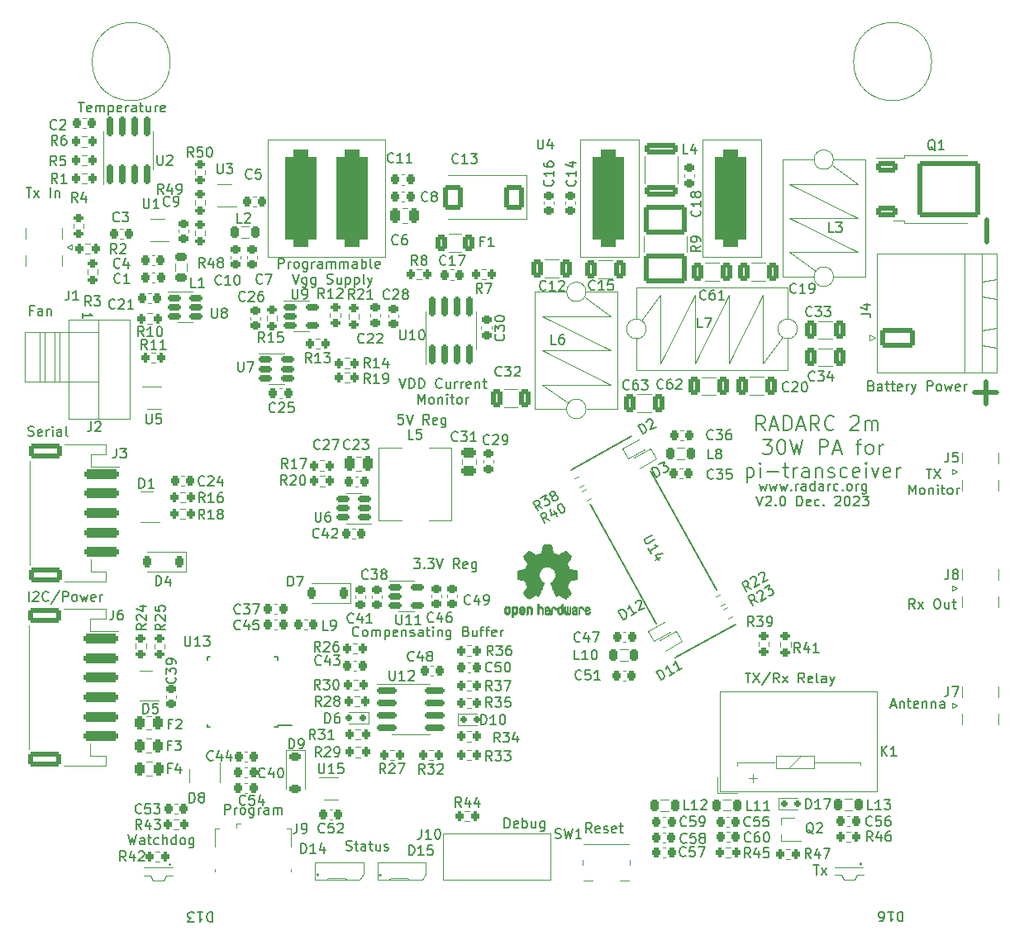
<source format=gbr>
%TF.GenerationSoftware,KiCad,Pcbnew,7.0.7*%
%TF.CreationDate,2023-12-06T15:46:57+00:00*%
%TF.ProjectId,Pi_TX_35W_PA_V2,50695f54-585f-4333-9557-5f50415f5632,rev?*%
%TF.SameCoordinates,Original*%
%TF.FileFunction,Legend,Top*%
%TF.FilePolarity,Positive*%
%FSLAX46Y46*%
G04 Gerber Fmt 4.6, Leading zero omitted, Abs format (unit mm)*
G04 Created by KiCad (PCBNEW 7.0.7) date 2023-12-06 15:46:57*
%MOMM*%
%LPD*%
G01*
G04 APERTURE LIST*
G04 Aperture macros list*
%AMRoundRect*
0 Rectangle with rounded corners*
0 $1 Rounding radius*
0 $2 $3 $4 $5 $6 $7 $8 $9 X,Y pos of 4 corners*
0 Add a 4 corners polygon primitive as box body*
4,1,4,$2,$3,$4,$5,$6,$7,$8,$9,$2,$3,0*
0 Add four circle primitives for the rounded corners*
1,1,$1+$1,$2,$3*
1,1,$1+$1,$4,$5*
1,1,$1+$1,$6,$7*
1,1,$1+$1,$8,$9*
0 Add four rect primitives between the rounded corners*
20,1,$1+$1,$2,$3,$4,$5,0*
20,1,$1+$1,$4,$5,$6,$7,0*
20,1,$1+$1,$6,$7,$8,$9,0*
20,1,$1+$1,$8,$9,$2,$3,0*%
%AMFreePoly0*
4,1,13,0.275000,-0.600000,-0.275000,-0.600000,-0.275000,-0.200500,-0.725000,-0.200500,-0.725354,-0.200354,-0.725500,-0.200000,-0.725500,0.350000,-0.725354,0.350354,-0.725000,0.350500,-0.275000,0.350500,-0.275000,0.600000,0.275000,0.600000,0.275000,-0.600000,0.275000,-0.600000,$1*%
%AMFreePoly1*
4,1,13,0.275000,0.350500,0.725000,0.350500,0.725354,0.350354,0.725500,0.350000,0.725500,-0.200000,0.725354,-0.200354,0.725000,-0.200500,0.275000,-0.200500,0.275000,-0.600000,-0.275000,-0.600000,-0.275000,0.600000,0.275000,0.600000,0.275000,0.350500,0.275000,0.350500,$1*%
G04 Aperture macros list end*
%ADD10C,0.150000*%
%ADD11C,0.500000*%
%ADD12C,0.200000*%
%ADD13C,0.120000*%
%ADD14C,0.010000*%
%ADD15C,0.160000*%
%ADD16RoundRect,0.225000X-0.225000X-0.250000X0.225000X-0.250000X0.225000X0.250000X-0.225000X0.250000X0*%
%ADD17RoundRect,0.250001X-1.974999X1.262499X-1.974999X-1.262499X1.974999X-1.262499X1.974999X1.262499X0*%
%ADD18RoundRect,0.200000X-0.275000X0.200000X-0.275000X-0.200000X0.275000X-0.200000X0.275000X0.200000X0*%
%ADD19RoundRect,0.225000X0.225000X0.250000X-0.225000X0.250000X-0.225000X-0.250000X0.225000X-0.250000X0*%
%ADD20R,0.400000X1.350000*%
%ADD21O,1.200000X1.900000*%
%ADD22R,1.200000X1.900000*%
%ADD23C,1.450000*%
%ADD24R,1.500000X1.900000*%
%ADD25RoundRect,0.243750X0.243750X0.456250X-0.243750X0.456250X-0.243750X-0.456250X0.243750X-0.456250X0*%
%ADD26R,1.000000X0.600000*%
%ADD27RoundRect,0.250000X-0.250000X-0.475000X0.250000X-0.475000X0.250000X0.475000X-0.250000X0.475000X0*%
%ADD28RoundRect,0.225000X-0.250000X0.225000X-0.250000X-0.225000X0.250000X-0.225000X0.250000X0.225000X0*%
%ADD29RoundRect,0.218750X0.381250X-0.218750X0.381250X0.218750X-0.381250X0.218750X-0.381250X-0.218750X0*%
%ADD30R,0.650000X0.400000*%
%ADD31RoundRect,0.218750X-0.218750X-0.381250X0.218750X-0.381250X0.218750X0.381250X-0.218750X0.381250X0*%
%ADD32R,1.000000X0.700000*%
%ADD33R,0.600000X0.700000*%
%ADD34R,1.501140X1.501140*%
%ADD35C,1.501140*%
%ADD36C,1.500000*%
%ADD37RoundRect,0.200000X0.200000X0.275000X-0.200000X0.275000X-0.200000X-0.275000X0.200000X-0.275000X0*%
%ADD38RoundRect,0.150000X-0.825000X-0.150000X0.825000X-0.150000X0.825000X0.150000X-0.825000X0.150000X0*%
%ADD39RoundRect,0.250000X-0.325000X-0.650000X0.325000X-0.650000X0.325000X0.650000X-0.325000X0.650000X0*%
%ADD40RoundRect,0.200000X-0.200000X-0.275000X0.200000X-0.275000X0.200000X0.275000X-0.200000X0.275000X0*%
%ADD41RoundRect,0.250000X-0.850000X-0.350000X0.850000X-0.350000X0.850000X0.350000X-0.850000X0.350000X0*%
%ADD42RoundRect,0.249997X-2.950003X-2.650003X2.950003X-2.650003X2.950003X2.650003X-2.950003X2.650003X0*%
%ADD43R,3.600000X1.270000*%
%ADD44R,4.200000X1.350000*%
%ADD45RoundRect,0.150000X-0.034231X-0.247645X0.228155X-0.102202X0.034231X0.247645X-0.228155X0.102202X0*%
%ADD46C,5.600000*%
%ADD47RoundRect,0.250000X0.325000X0.650000X-0.325000X0.650000X-0.325000X-0.650000X0.325000X-0.650000X0*%
%ADD48RoundRect,0.150000X0.150000X-0.825000X0.150000X0.825000X-0.150000X0.825000X-0.150000X-0.825000X0*%
%ADD49RoundRect,0.150000X0.150000X0.200000X-0.150000X0.200000X-0.150000X-0.200000X0.150000X-0.200000X0*%
%ADD50RoundRect,0.225000X0.250000X-0.225000X0.250000X0.225000X-0.250000X0.225000X-0.250000X-0.225000X0*%
%ADD51RoundRect,0.250000X-1.500000X0.250000X-1.500000X-0.250000X1.500000X-0.250000X1.500000X0.250000X0*%
%ADD52RoundRect,0.250001X-1.449999X0.499999X-1.449999X-0.499999X1.449999X-0.499999X1.449999X0.499999X0*%
%ADD53R,0.700000X1.000000*%
%ADD54R,0.700000X0.600000*%
%ADD55RoundRect,0.200000X0.275000X-0.200000X0.275000X0.200000X-0.275000X0.200000X-0.275000X-0.200000X0*%
%ADD56RoundRect,0.250000X1.450000X-0.312500X1.450000X0.312500X-1.450000X0.312500X-1.450000X-0.312500X0*%
%ADD57C,1.800000*%
%ADD58RoundRect,0.250000X0.250000X0.475000X-0.250000X0.475000X-0.250000X-0.475000X0.250000X-0.475000X0*%
%ADD59RoundRect,0.150000X0.512500X0.150000X-0.512500X0.150000X-0.512500X-0.150000X0.512500X-0.150000X0*%
%ADD60RoundRect,0.218750X0.218750X0.381250X-0.218750X0.381250X-0.218750X-0.381250X0.218750X-0.381250X0*%
%ADD61R,2.200000X1.500000*%
%ADD62RoundRect,0.250000X1.550000X-0.750000X1.550000X0.750000X-1.550000X0.750000X-1.550000X-0.750000X0*%
%ADD63O,3.600000X2.000000*%
%ADD64R,1.450000X1.000000*%
%ADD65R,1.600000X0.550000*%
%ADD66R,0.550000X1.600000*%
%ADD67RoundRect,0.150000X0.034231X0.247645X-0.228155X0.102202X-0.034231X-0.247645X0.228155X-0.102202X0*%
%ADD68RoundRect,0.218750X0.218750X0.256250X-0.218750X0.256250X-0.218750X-0.256250X0.218750X-0.256250X0*%
%ADD69RoundRect,0.225000X0.225000X0.375000X-0.225000X0.375000X-0.225000X-0.375000X0.225000X-0.375000X0*%
%ADD70RoundRect,0.200000X0.041601X0.337482X-0.308247X0.143558X-0.041601X-0.337482X0.308247X-0.143558X0*%
%ADD71RoundRect,0.150000X-0.512500X-0.150000X0.512500X-0.150000X0.512500X0.150000X-0.512500X0.150000X0*%
%ADD72R,0.700000X0.450000*%
%ADD73FreePoly0,0.000000*%
%ADD74R,0.700000X1.200000*%
%ADD75R,0.450000X1.200000*%
%ADD76FreePoly1,0.000000*%
%ADD77RoundRect,0.250000X0.787500X1.025000X-0.787500X1.025000X-0.787500X-1.025000X0.787500X-1.025000X0*%
%ADD78C,2.000000*%
%ADD79RoundRect,0.250000X-0.475000X0.250000X-0.475000X-0.250000X0.475000X-0.250000X0.475000X0.250000X0*%
%ADD80RoundRect,0.250000X0.375000X0.625000X-0.375000X0.625000X-0.375000X-0.625000X0.375000X-0.625000X0*%
%ADD81RoundRect,0.225000X-0.375000X0.225000X-0.375000X-0.225000X0.375000X-0.225000X0.375000X0.225000X0*%
%ADD82RoundRect,0.150000X-0.150000X-0.200000X0.150000X-0.200000X0.150000X0.200000X-0.150000X0.200000X0*%
%ADD83RoundRect,0.800000X-0.800000X-4.200000X0.800000X-4.200000X0.800000X4.200000X-0.800000X4.200000X0*%
%ADD84C,6.000000*%
G04 APERTURE END LIST*
D10*
X192438095Y-107739819D02*
X193009523Y-107739819D01*
X192723809Y-108739819D02*
X192723809Y-107739819D01*
X193247619Y-107739819D02*
X193914285Y-108739819D01*
X193914285Y-107739819D02*
X193247619Y-108739819D01*
X190676190Y-110349819D02*
X190676190Y-109349819D01*
X190676190Y-109349819D02*
X191009523Y-110064104D01*
X191009523Y-110064104D02*
X191342856Y-109349819D01*
X191342856Y-109349819D02*
X191342856Y-110349819D01*
X191961904Y-110349819D02*
X191866666Y-110302200D01*
X191866666Y-110302200D02*
X191819047Y-110254580D01*
X191819047Y-110254580D02*
X191771428Y-110159342D01*
X191771428Y-110159342D02*
X191771428Y-109873628D01*
X191771428Y-109873628D02*
X191819047Y-109778390D01*
X191819047Y-109778390D02*
X191866666Y-109730771D01*
X191866666Y-109730771D02*
X191961904Y-109683152D01*
X191961904Y-109683152D02*
X192104761Y-109683152D01*
X192104761Y-109683152D02*
X192199999Y-109730771D01*
X192199999Y-109730771D02*
X192247618Y-109778390D01*
X192247618Y-109778390D02*
X192295237Y-109873628D01*
X192295237Y-109873628D02*
X192295237Y-110159342D01*
X192295237Y-110159342D02*
X192247618Y-110254580D01*
X192247618Y-110254580D02*
X192199999Y-110302200D01*
X192199999Y-110302200D02*
X192104761Y-110349819D01*
X192104761Y-110349819D02*
X191961904Y-110349819D01*
X192723809Y-109683152D02*
X192723809Y-110349819D01*
X192723809Y-109778390D02*
X192771428Y-109730771D01*
X192771428Y-109730771D02*
X192866666Y-109683152D01*
X192866666Y-109683152D02*
X193009523Y-109683152D01*
X193009523Y-109683152D02*
X193104761Y-109730771D01*
X193104761Y-109730771D02*
X193152380Y-109826009D01*
X193152380Y-109826009D02*
X193152380Y-110349819D01*
X193628571Y-110349819D02*
X193628571Y-109683152D01*
X193628571Y-109349819D02*
X193580952Y-109397438D01*
X193580952Y-109397438D02*
X193628571Y-109445057D01*
X193628571Y-109445057D02*
X193676190Y-109397438D01*
X193676190Y-109397438D02*
X193628571Y-109349819D01*
X193628571Y-109349819D02*
X193628571Y-109445057D01*
X193961904Y-109683152D02*
X194342856Y-109683152D01*
X194104761Y-109349819D02*
X194104761Y-110206961D01*
X194104761Y-110206961D02*
X194152380Y-110302200D01*
X194152380Y-110302200D02*
X194247618Y-110349819D01*
X194247618Y-110349819D02*
X194342856Y-110349819D01*
X194819047Y-110349819D02*
X194723809Y-110302200D01*
X194723809Y-110302200D02*
X194676190Y-110254580D01*
X194676190Y-110254580D02*
X194628571Y-110159342D01*
X194628571Y-110159342D02*
X194628571Y-109873628D01*
X194628571Y-109873628D02*
X194676190Y-109778390D01*
X194676190Y-109778390D02*
X194723809Y-109730771D01*
X194723809Y-109730771D02*
X194819047Y-109683152D01*
X194819047Y-109683152D02*
X194961904Y-109683152D01*
X194961904Y-109683152D02*
X195057142Y-109730771D01*
X195057142Y-109730771D02*
X195104761Y-109778390D01*
X195104761Y-109778390D02*
X195152380Y-109873628D01*
X195152380Y-109873628D02*
X195152380Y-110159342D01*
X195152380Y-110159342D02*
X195104761Y-110254580D01*
X195104761Y-110254580D02*
X195057142Y-110302200D01*
X195057142Y-110302200D02*
X194961904Y-110349819D01*
X194961904Y-110349819D02*
X194819047Y-110349819D01*
X195580952Y-110349819D02*
X195580952Y-109683152D01*
X195580952Y-109873628D02*
X195628571Y-109778390D01*
X195628571Y-109778390D02*
X195676190Y-109730771D01*
X195676190Y-109730771D02*
X195771428Y-109683152D01*
X195771428Y-109683152D02*
X195866666Y-109683152D01*
X134308570Y-124819580D02*
X134260951Y-124867200D01*
X134260951Y-124867200D02*
X134118094Y-124914819D01*
X134118094Y-124914819D02*
X134022856Y-124914819D01*
X134022856Y-124914819D02*
X133879999Y-124867200D01*
X133879999Y-124867200D02*
X133784761Y-124771961D01*
X133784761Y-124771961D02*
X133737142Y-124676723D01*
X133737142Y-124676723D02*
X133689523Y-124486247D01*
X133689523Y-124486247D02*
X133689523Y-124343390D01*
X133689523Y-124343390D02*
X133737142Y-124152914D01*
X133737142Y-124152914D02*
X133784761Y-124057676D01*
X133784761Y-124057676D02*
X133879999Y-123962438D01*
X133879999Y-123962438D02*
X134022856Y-123914819D01*
X134022856Y-123914819D02*
X134118094Y-123914819D01*
X134118094Y-123914819D02*
X134260951Y-123962438D01*
X134260951Y-123962438D02*
X134308570Y-124010057D01*
X134879999Y-124914819D02*
X134784761Y-124867200D01*
X134784761Y-124867200D02*
X134737142Y-124819580D01*
X134737142Y-124819580D02*
X134689523Y-124724342D01*
X134689523Y-124724342D02*
X134689523Y-124438628D01*
X134689523Y-124438628D02*
X134737142Y-124343390D01*
X134737142Y-124343390D02*
X134784761Y-124295771D01*
X134784761Y-124295771D02*
X134879999Y-124248152D01*
X134879999Y-124248152D02*
X135022856Y-124248152D01*
X135022856Y-124248152D02*
X135118094Y-124295771D01*
X135118094Y-124295771D02*
X135165713Y-124343390D01*
X135165713Y-124343390D02*
X135213332Y-124438628D01*
X135213332Y-124438628D02*
X135213332Y-124724342D01*
X135213332Y-124724342D02*
X135165713Y-124819580D01*
X135165713Y-124819580D02*
X135118094Y-124867200D01*
X135118094Y-124867200D02*
X135022856Y-124914819D01*
X135022856Y-124914819D02*
X134879999Y-124914819D01*
X135641904Y-124914819D02*
X135641904Y-124248152D01*
X135641904Y-124343390D02*
X135689523Y-124295771D01*
X135689523Y-124295771D02*
X135784761Y-124248152D01*
X135784761Y-124248152D02*
X135927618Y-124248152D01*
X135927618Y-124248152D02*
X136022856Y-124295771D01*
X136022856Y-124295771D02*
X136070475Y-124391009D01*
X136070475Y-124391009D02*
X136070475Y-124914819D01*
X136070475Y-124391009D02*
X136118094Y-124295771D01*
X136118094Y-124295771D02*
X136213332Y-124248152D01*
X136213332Y-124248152D02*
X136356189Y-124248152D01*
X136356189Y-124248152D02*
X136451428Y-124295771D01*
X136451428Y-124295771D02*
X136499047Y-124391009D01*
X136499047Y-124391009D02*
X136499047Y-124914819D01*
X136975237Y-124248152D02*
X136975237Y-125248152D01*
X136975237Y-124295771D02*
X137070475Y-124248152D01*
X137070475Y-124248152D02*
X137260951Y-124248152D01*
X137260951Y-124248152D02*
X137356189Y-124295771D01*
X137356189Y-124295771D02*
X137403808Y-124343390D01*
X137403808Y-124343390D02*
X137451427Y-124438628D01*
X137451427Y-124438628D02*
X137451427Y-124724342D01*
X137451427Y-124724342D02*
X137403808Y-124819580D01*
X137403808Y-124819580D02*
X137356189Y-124867200D01*
X137356189Y-124867200D02*
X137260951Y-124914819D01*
X137260951Y-124914819D02*
X137070475Y-124914819D01*
X137070475Y-124914819D02*
X136975237Y-124867200D01*
X138260951Y-124867200D02*
X138165713Y-124914819D01*
X138165713Y-124914819D02*
X137975237Y-124914819D01*
X137975237Y-124914819D02*
X137879999Y-124867200D01*
X137879999Y-124867200D02*
X137832380Y-124771961D01*
X137832380Y-124771961D02*
X137832380Y-124391009D01*
X137832380Y-124391009D02*
X137879999Y-124295771D01*
X137879999Y-124295771D02*
X137975237Y-124248152D01*
X137975237Y-124248152D02*
X138165713Y-124248152D01*
X138165713Y-124248152D02*
X138260951Y-124295771D01*
X138260951Y-124295771D02*
X138308570Y-124391009D01*
X138308570Y-124391009D02*
X138308570Y-124486247D01*
X138308570Y-124486247D02*
X137832380Y-124581485D01*
X138737142Y-124248152D02*
X138737142Y-124914819D01*
X138737142Y-124343390D02*
X138784761Y-124295771D01*
X138784761Y-124295771D02*
X138879999Y-124248152D01*
X138879999Y-124248152D02*
X139022856Y-124248152D01*
X139022856Y-124248152D02*
X139118094Y-124295771D01*
X139118094Y-124295771D02*
X139165713Y-124391009D01*
X139165713Y-124391009D02*
X139165713Y-124914819D01*
X139594285Y-124867200D02*
X139689523Y-124914819D01*
X139689523Y-124914819D02*
X139879999Y-124914819D01*
X139879999Y-124914819D02*
X139975237Y-124867200D01*
X139975237Y-124867200D02*
X140022856Y-124771961D01*
X140022856Y-124771961D02*
X140022856Y-124724342D01*
X140022856Y-124724342D02*
X139975237Y-124629104D01*
X139975237Y-124629104D02*
X139879999Y-124581485D01*
X139879999Y-124581485D02*
X139737142Y-124581485D01*
X139737142Y-124581485D02*
X139641904Y-124533866D01*
X139641904Y-124533866D02*
X139594285Y-124438628D01*
X139594285Y-124438628D02*
X139594285Y-124391009D01*
X139594285Y-124391009D02*
X139641904Y-124295771D01*
X139641904Y-124295771D02*
X139737142Y-124248152D01*
X139737142Y-124248152D02*
X139879999Y-124248152D01*
X139879999Y-124248152D02*
X139975237Y-124295771D01*
X140879999Y-124914819D02*
X140879999Y-124391009D01*
X140879999Y-124391009D02*
X140832380Y-124295771D01*
X140832380Y-124295771D02*
X140737142Y-124248152D01*
X140737142Y-124248152D02*
X140546666Y-124248152D01*
X140546666Y-124248152D02*
X140451428Y-124295771D01*
X140879999Y-124867200D02*
X140784761Y-124914819D01*
X140784761Y-124914819D02*
X140546666Y-124914819D01*
X140546666Y-124914819D02*
X140451428Y-124867200D01*
X140451428Y-124867200D02*
X140403809Y-124771961D01*
X140403809Y-124771961D02*
X140403809Y-124676723D01*
X140403809Y-124676723D02*
X140451428Y-124581485D01*
X140451428Y-124581485D02*
X140546666Y-124533866D01*
X140546666Y-124533866D02*
X140784761Y-124533866D01*
X140784761Y-124533866D02*
X140879999Y-124486247D01*
X141213333Y-124248152D02*
X141594285Y-124248152D01*
X141356190Y-123914819D02*
X141356190Y-124771961D01*
X141356190Y-124771961D02*
X141403809Y-124867200D01*
X141403809Y-124867200D02*
X141499047Y-124914819D01*
X141499047Y-124914819D02*
X141594285Y-124914819D01*
X141927619Y-124914819D02*
X141927619Y-124248152D01*
X141927619Y-123914819D02*
X141880000Y-123962438D01*
X141880000Y-123962438D02*
X141927619Y-124010057D01*
X141927619Y-124010057D02*
X141975238Y-123962438D01*
X141975238Y-123962438D02*
X141927619Y-123914819D01*
X141927619Y-123914819D02*
X141927619Y-124010057D01*
X142403809Y-124248152D02*
X142403809Y-124914819D01*
X142403809Y-124343390D02*
X142451428Y-124295771D01*
X142451428Y-124295771D02*
X142546666Y-124248152D01*
X142546666Y-124248152D02*
X142689523Y-124248152D01*
X142689523Y-124248152D02*
X142784761Y-124295771D01*
X142784761Y-124295771D02*
X142832380Y-124391009D01*
X142832380Y-124391009D02*
X142832380Y-124914819D01*
X143737142Y-124248152D02*
X143737142Y-125057676D01*
X143737142Y-125057676D02*
X143689523Y-125152914D01*
X143689523Y-125152914D02*
X143641904Y-125200533D01*
X143641904Y-125200533D02*
X143546666Y-125248152D01*
X143546666Y-125248152D02*
X143403809Y-125248152D01*
X143403809Y-125248152D02*
X143308571Y-125200533D01*
X143737142Y-124867200D02*
X143641904Y-124914819D01*
X143641904Y-124914819D02*
X143451428Y-124914819D01*
X143451428Y-124914819D02*
X143356190Y-124867200D01*
X143356190Y-124867200D02*
X143308571Y-124819580D01*
X143308571Y-124819580D02*
X143260952Y-124724342D01*
X143260952Y-124724342D02*
X143260952Y-124438628D01*
X143260952Y-124438628D02*
X143308571Y-124343390D01*
X143308571Y-124343390D02*
X143356190Y-124295771D01*
X143356190Y-124295771D02*
X143451428Y-124248152D01*
X143451428Y-124248152D02*
X143641904Y-124248152D01*
X143641904Y-124248152D02*
X143737142Y-124295771D01*
X145308571Y-124391009D02*
X145451428Y-124438628D01*
X145451428Y-124438628D02*
X145499047Y-124486247D01*
X145499047Y-124486247D02*
X145546666Y-124581485D01*
X145546666Y-124581485D02*
X145546666Y-124724342D01*
X145546666Y-124724342D02*
X145499047Y-124819580D01*
X145499047Y-124819580D02*
X145451428Y-124867200D01*
X145451428Y-124867200D02*
X145356190Y-124914819D01*
X145356190Y-124914819D02*
X144975238Y-124914819D01*
X144975238Y-124914819D02*
X144975238Y-123914819D01*
X144975238Y-123914819D02*
X145308571Y-123914819D01*
X145308571Y-123914819D02*
X145403809Y-123962438D01*
X145403809Y-123962438D02*
X145451428Y-124010057D01*
X145451428Y-124010057D02*
X145499047Y-124105295D01*
X145499047Y-124105295D02*
X145499047Y-124200533D01*
X145499047Y-124200533D02*
X145451428Y-124295771D01*
X145451428Y-124295771D02*
X145403809Y-124343390D01*
X145403809Y-124343390D02*
X145308571Y-124391009D01*
X145308571Y-124391009D02*
X144975238Y-124391009D01*
X146403809Y-124248152D02*
X146403809Y-124914819D01*
X145975238Y-124248152D02*
X145975238Y-124771961D01*
X145975238Y-124771961D02*
X146022857Y-124867200D01*
X146022857Y-124867200D02*
X146118095Y-124914819D01*
X146118095Y-124914819D02*
X146260952Y-124914819D01*
X146260952Y-124914819D02*
X146356190Y-124867200D01*
X146356190Y-124867200D02*
X146403809Y-124819580D01*
X146737143Y-124248152D02*
X147118095Y-124248152D01*
X146880000Y-124914819D02*
X146880000Y-124057676D01*
X146880000Y-124057676D02*
X146927619Y-123962438D01*
X146927619Y-123962438D02*
X147022857Y-123914819D01*
X147022857Y-123914819D02*
X147118095Y-123914819D01*
X147308572Y-124248152D02*
X147689524Y-124248152D01*
X147451429Y-124914819D02*
X147451429Y-124057676D01*
X147451429Y-124057676D02*
X147499048Y-123962438D01*
X147499048Y-123962438D02*
X147594286Y-123914819D01*
X147594286Y-123914819D02*
X147689524Y-123914819D01*
X148403810Y-124867200D02*
X148308572Y-124914819D01*
X148308572Y-124914819D02*
X148118096Y-124914819D01*
X148118096Y-124914819D02*
X148022858Y-124867200D01*
X148022858Y-124867200D02*
X147975239Y-124771961D01*
X147975239Y-124771961D02*
X147975239Y-124391009D01*
X147975239Y-124391009D02*
X148022858Y-124295771D01*
X148022858Y-124295771D02*
X148118096Y-124248152D01*
X148118096Y-124248152D02*
X148308572Y-124248152D01*
X148308572Y-124248152D02*
X148403810Y-124295771D01*
X148403810Y-124295771D02*
X148451429Y-124391009D01*
X148451429Y-124391009D02*
X148451429Y-124486247D01*
X148451429Y-124486247D02*
X147975239Y-124581485D01*
X148880001Y-124914819D02*
X148880001Y-124248152D01*
X148880001Y-124438628D02*
X148927620Y-124343390D01*
X148927620Y-124343390D02*
X148975239Y-124295771D01*
X148975239Y-124295771D02*
X149070477Y-124248152D01*
X149070477Y-124248152D02*
X149165715Y-124248152D01*
X175064286Y-110534819D02*
X175397619Y-111534819D01*
X175397619Y-111534819D02*
X175730952Y-110534819D01*
X176016667Y-110630057D02*
X176064286Y-110582438D01*
X176064286Y-110582438D02*
X176159524Y-110534819D01*
X176159524Y-110534819D02*
X176397619Y-110534819D01*
X176397619Y-110534819D02*
X176492857Y-110582438D01*
X176492857Y-110582438D02*
X176540476Y-110630057D01*
X176540476Y-110630057D02*
X176588095Y-110725295D01*
X176588095Y-110725295D02*
X176588095Y-110820533D01*
X176588095Y-110820533D02*
X176540476Y-110963390D01*
X176540476Y-110963390D02*
X175969048Y-111534819D01*
X175969048Y-111534819D02*
X176588095Y-111534819D01*
X177016667Y-111439580D02*
X177064286Y-111487200D01*
X177064286Y-111487200D02*
X177016667Y-111534819D01*
X177016667Y-111534819D02*
X176969048Y-111487200D01*
X176969048Y-111487200D02*
X177016667Y-111439580D01*
X177016667Y-111439580D02*
X177016667Y-111534819D01*
X177683333Y-110534819D02*
X177778571Y-110534819D01*
X177778571Y-110534819D02*
X177873809Y-110582438D01*
X177873809Y-110582438D02*
X177921428Y-110630057D01*
X177921428Y-110630057D02*
X177969047Y-110725295D01*
X177969047Y-110725295D02*
X178016666Y-110915771D01*
X178016666Y-110915771D02*
X178016666Y-111153866D01*
X178016666Y-111153866D02*
X177969047Y-111344342D01*
X177969047Y-111344342D02*
X177921428Y-111439580D01*
X177921428Y-111439580D02*
X177873809Y-111487200D01*
X177873809Y-111487200D02*
X177778571Y-111534819D01*
X177778571Y-111534819D02*
X177683333Y-111534819D01*
X177683333Y-111534819D02*
X177588095Y-111487200D01*
X177588095Y-111487200D02*
X177540476Y-111439580D01*
X177540476Y-111439580D02*
X177492857Y-111344342D01*
X177492857Y-111344342D02*
X177445238Y-111153866D01*
X177445238Y-111153866D02*
X177445238Y-110915771D01*
X177445238Y-110915771D02*
X177492857Y-110725295D01*
X177492857Y-110725295D02*
X177540476Y-110630057D01*
X177540476Y-110630057D02*
X177588095Y-110582438D01*
X177588095Y-110582438D02*
X177683333Y-110534819D01*
X179207143Y-111534819D02*
X179207143Y-110534819D01*
X179207143Y-110534819D02*
X179445238Y-110534819D01*
X179445238Y-110534819D02*
X179588095Y-110582438D01*
X179588095Y-110582438D02*
X179683333Y-110677676D01*
X179683333Y-110677676D02*
X179730952Y-110772914D01*
X179730952Y-110772914D02*
X179778571Y-110963390D01*
X179778571Y-110963390D02*
X179778571Y-111106247D01*
X179778571Y-111106247D02*
X179730952Y-111296723D01*
X179730952Y-111296723D02*
X179683333Y-111391961D01*
X179683333Y-111391961D02*
X179588095Y-111487200D01*
X179588095Y-111487200D02*
X179445238Y-111534819D01*
X179445238Y-111534819D02*
X179207143Y-111534819D01*
X180588095Y-111487200D02*
X180492857Y-111534819D01*
X180492857Y-111534819D02*
X180302381Y-111534819D01*
X180302381Y-111534819D02*
X180207143Y-111487200D01*
X180207143Y-111487200D02*
X180159524Y-111391961D01*
X180159524Y-111391961D02*
X180159524Y-111011009D01*
X180159524Y-111011009D02*
X180207143Y-110915771D01*
X180207143Y-110915771D02*
X180302381Y-110868152D01*
X180302381Y-110868152D02*
X180492857Y-110868152D01*
X180492857Y-110868152D02*
X180588095Y-110915771D01*
X180588095Y-110915771D02*
X180635714Y-111011009D01*
X180635714Y-111011009D02*
X180635714Y-111106247D01*
X180635714Y-111106247D02*
X180159524Y-111201485D01*
X181492857Y-111487200D02*
X181397619Y-111534819D01*
X181397619Y-111534819D02*
X181207143Y-111534819D01*
X181207143Y-111534819D02*
X181111905Y-111487200D01*
X181111905Y-111487200D02*
X181064286Y-111439580D01*
X181064286Y-111439580D02*
X181016667Y-111344342D01*
X181016667Y-111344342D02*
X181016667Y-111058628D01*
X181016667Y-111058628D02*
X181064286Y-110963390D01*
X181064286Y-110963390D02*
X181111905Y-110915771D01*
X181111905Y-110915771D02*
X181207143Y-110868152D01*
X181207143Y-110868152D02*
X181397619Y-110868152D01*
X181397619Y-110868152D02*
X181492857Y-110915771D01*
X181921429Y-111439580D02*
X181969048Y-111487200D01*
X181969048Y-111487200D02*
X181921429Y-111534819D01*
X181921429Y-111534819D02*
X181873810Y-111487200D01*
X181873810Y-111487200D02*
X181921429Y-111439580D01*
X181921429Y-111439580D02*
X181921429Y-111534819D01*
X183111905Y-110630057D02*
X183159524Y-110582438D01*
X183159524Y-110582438D02*
X183254762Y-110534819D01*
X183254762Y-110534819D02*
X183492857Y-110534819D01*
X183492857Y-110534819D02*
X183588095Y-110582438D01*
X183588095Y-110582438D02*
X183635714Y-110630057D01*
X183635714Y-110630057D02*
X183683333Y-110725295D01*
X183683333Y-110725295D02*
X183683333Y-110820533D01*
X183683333Y-110820533D02*
X183635714Y-110963390D01*
X183635714Y-110963390D02*
X183064286Y-111534819D01*
X183064286Y-111534819D02*
X183683333Y-111534819D01*
X184302381Y-110534819D02*
X184397619Y-110534819D01*
X184397619Y-110534819D02*
X184492857Y-110582438D01*
X184492857Y-110582438D02*
X184540476Y-110630057D01*
X184540476Y-110630057D02*
X184588095Y-110725295D01*
X184588095Y-110725295D02*
X184635714Y-110915771D01*
X184635714Y-110915771D02*
X184635714Y-111153866D01*
X184635714Y-111153866D02*
X184588095Y-111344342D01*
X184588095Y-111344342D02*
X184540476Y-111439580D01*
X184540476Y-111439580D02*
X184492857Y-111487200D01*
X184492857Y-111487200D02*
X184397619Y-111534819D01*
X184397619Y-111534819D02*
X184302381Y-111534819D01*
X184302381Y-111534819D02*
X184207143Y-111487200D01*
X184207143Y-111487200D02*
X184159524Y-111439580D01*
X184159524Y-111439580D02*
X184111905Y-111344342D01*
X184111905Y-111344342D02*
X184064286Y-111153866D01*
X184064286Y-111153866D02*
X184064286Y-110915771D01*
X184064286Y-110915771D02*
X184111905Y-110725295D01*
X184111905Y-110725295D02*
X184159524Y-110630057D01*
X184159524Y-110630057D02*
X184207143Y-110582438D01*
X184207143Y-110582438D02*
X184302381Y-110534819D01*
X185016667Y-110630057D02*
X185064286Y-110582438D01*
X185064286Y-110582438D02*
X185159524Y-110534819D01*
X185159524Y-110534819D02*
X185397619Y-110534819D01*
X185397619Y-110534819D02*
X185492857Y-110582438D01*
X185492857Y-110582438D02*
X185540476Y-110630057D01*
X185540476Y-110630057D02*
X185588095Y-110725295D01*
X185588095Y-110725295D02*
X185588095Y-110820533D01*
X185588095Y-110820533D02*
X185540476Y-110963390D01*
X185540476Y-110963390D02*
X184969048Y-111534819D01*
X184969048Y-111534819D02*
X185588095Y-111534819D01*
X185921429Y-110534819D02*
X186540476Y-110534819D01*
X186540476Y-110534819D02*
X186207143Y-110915771D01*
X186207143Y-110915771D02*
X186350000Y-110915771D01*
X186350000Y-110915771D02*
X186445238Y-110963390D01*
X186445238Y-110963390D02*
X186492857Y-111011009D01*
X186492857Y-111011009D02*
X186540476Y-111106247D01*
X186540476Y-111106247D02*
X186540476Y-111344342D01*
X186540476Y-111344342D02*
X186492857Y-111439580D01*
X186492857Y-111439580D02*
X186445238Y-111487200D01*
X186445238Y-111487200D02*
X186350000Y-111534819D01*
X186350000Y-111534819D02*
X186064286Y-111534819D01*
X186064286Y-111534819D02*
X185969048Y-111487200D01*
X185969048Y-111487200D02*
X185921429Y-111439580D01*
X100515714Y-121304819D02*
X100515714Y-120304819D01*
X100944285Y-120400057D02*
X100991904Y-120352438D01*
X100991904Y-120352438D02*
X101087142Y-120304819D01*
X101087142Y-120304819D02*
X101325237Y-120304819D01*
X101325237Y-120304819D02*
X101420475Y-120352438D01*
X101420475Y-120352438D02*
X101468094Y-120400057D01*
X101468094Y-120400057D02*
X101515713Y-120495295D01*
X101515713Y-120495295D02*
X101515713Y-120590533D01*
X101515713Y-120590533D02*
X101468094Y-120733390D01*
X101468094Y-120733390D02*
X100896666Y-121304819D01*
X100896666Y-121304819D02*
X101515713Y-121304819D01*
X102515713Y-121209580D02*
X102468094Y-121257200D01*
X102468094Y-121257200D02*
X102325237Y-121304819D01*
X102325237Y-121304819D02*
X102229999Y-121304819D01*
X102229999Y-121304819D02*
X102087142Y-121257200D01*
X102087142Y-121257200D02*
X101991904Y-121161961D01*
X101991904Y-121161961D02*
X101944285Y-121066723D01*
X101944285Y-121066723D02*
X101896666Y-120876247D01*
X101896666Y-120876247D02*
X101896666Y-120733390D01*
X101896666Y-120733390D02*
X101944285Y-120542914D01*
X101944285Y-120542914D02*
X101991904Y-120447676D01*
X101991904Y-120447676D02*
X102087142Y-120352438D01*
X102087142Y-120352438D02*
X102229999Y-120304819D01*
X102229999Y-120304819D02*
X102325237Y-120304819D01*
X102325237Y-120304819D02*
X102468094Y-120352438D01*
X102468094Y-120352438D02*
X102515713Y-120400057D01*
X103658570Y-120257200D02*
X102801428Y-121542914D01*
X103991904Y-121304819D02*
X103991904Y-120304819D01*
X103991904Y-120304819D02*
X104372856Y-120304819D01*
X104372856Y-120304819D02*
X104468094Y-120352438D01*
X104468094Y-120352438D02*
X104515713Y-120400057D01*
X104515713Y-120400057D02*
X104563332Y-120495295D01*
X104563332Y-120495295D02*
X104563332Y-120638152D01*
X104563332Y-120638152D02*
X104515713Y-120733390D01*
X104515713Y-120733390D02*
X104468094Y-120781009D01*
X104468094Y-120781009D02*
X104372856Y-120828628D01*
X104372856Y-120828628D02*
X103991904Y-120828628D01*
X105134761Y-121304819D02*
X105039523Y-121257200D01*
X105039523Y-121257200D02*
X104991904Y-121209580D01*
X104991904Y-121209580D02*
X104944285Y-121114342D01*
X104944285Y-121114342D02*
X104944285Y-120828628D01*
X104944285Y-120828628D02*
X104991904Y-120733390D01*
X104991904Y-120733390D02*
X105039523Y-120685771D01*
X105039523Y-120685771D02*
X105134761Y-120638152D01*
X105134761Y-120638152D02*
X105277618Y-120638152D01*
X105277618Y-120638152D02*
X105372856Y-120685771D01*
X105372856Y-120685771D02*
X105420475Y-120733390D01*
X105420475Y-120733390D02*
X105468094Y-120828628D01*
X105468094Y-120828628D02*
X105468094Y-121114342D01*
X105468094Y-121114342D02*
X105420475Y-121209580D01*
X105420475Y-121209580D02*
X105372856Y-121257200D01*
X105372856Y-121257200D02*
X105277618Y-121304819D01*
X105277618Y-121304819D02*
X105134761Y-121304819D01*
X105801428Y-120638152D02*
X105991904Y-121304819D01*
X105991904Y-121304819D02*
X106182380Y-120828628D01*
X106182380Y-120828628D02*
X106372856Y-121304819D01*
X106372856Y-121304819D02*
X106563332Y-120638152D01*
X107325237Y-121257200D02*
X107229999Y-121304819D01*
X107229999Y-121304819D02*
X107039523Y-121304819D01*
X107039523Y-121304819D02*
X106944285Y-121257200D01*
X106944285Y-121257200D02*
X106896666Y-121161961D01*
X106896666Y-121161961D02*
X106896666Y-120781009D01*
X106896666Y-120781009D02*
X106944285Y-120685771D01*
X106944285Y-120685771D02*
X107039523Y-120638152D01*
X107039523Y-120638152D02*
X107229999Y-120638152D01*
X107229999Y-120638152D02*
X107325237Y-120685771D01*
X107325237Y-120685771D02*
X107372856Y-120781009D01*
X107372856Y-120781009D02*
X107372856Y-120876247D01*
X107372856Y-120876247D02*
X106896666Y-120971485D01*
X107801428Y-121304819D02*
X107801428Y-120638152D01*
X107801428Y-120828628D02*
X107849047Y-120733390D01*
X107849047Y-120733390D02*
X107896666Y-120685771D01*
X107896666Y-120685771D02*
X107991904Y-120638152D01*
X107991904Y-120638152D02*
X108087142Y-120638152D01*
X175356190Y-109288152D02*
X175546666Y-109954819D01*
X175546666Y-109954819D02*
X175737142Y-109478628D01*
X175737142Y-109478628D02*
X175927618Y-109954819D01*
X175927618Y-109954819D02*
X176118094Y-109288152D01*
X176403809Y-109288152D02*
X176594285Y-109954819D01*
X176594285Y-109954819D02*
X176784761Y-109478628D01*
X176784761Y-109478628D02*
X176975237Y-109954819D01*
X176975237Y-109954819D02*
X177165713Y-109288152D01*
X177451428Y-109288152D02*
X177641904Y-109954819D01*
X177641904Y-109954819D02*
X177832380Y-109478628D01*
X177832380Y-109478628D02*
X178022856Y-109954819D01*
X178022856Y-109954819D02*
X178213332Y-109288152D01*
X178594285Y-109859580D02*
X178641904Y-109907200D01*
X178641904Y-109907200D02*
X178594285Y-109954819D01*
X178594285Y-109954819D02*
X178546666Y-109907200D01*
X178546666Y-109907200D02*
X178594285Y-109859580D01*
X178594285Y-109859580D02*
X178594285Y-109954819D01*
X179070475Y-109954819D02*
X179070475Y-109288152D01*
X179070475Y-109478628D02*
X179118094Y-109383390D01*
X179118094Y-109383390D02*
X179165713Y-109335771D01*
X179165713Y-109335771D02*
X179260951Y-109288152D01*
X179260951Y-109288152D02*
X179356189Y-109288152D01*
X180118094Y-109954819D02*
X180118094Y-109431009D01*
X180118094Y-109431009D02*
X180070475Y-109335771D01*
X180070475Y-109335771D02*
X179975237Y-109288152D01*
X179975237Y-109288152D02*
X179784761Y-109288152D01*
X179784761Y-109288152D02*
X179689523Y-109335771D01*
X180118094Y-109907200D02*
X180022856Y-109954819D01*
X180022856Y-109954819D02*
X179784761Y-109954819D01*
X179784761Y-109954819D02*
X179689523Y-109907200D01*
X179689523Y-109907200D02*
X179641904Y-109811961D01*
X179641904Y-109811961D02*
X179641904Y-109716723D01*
X179641904Y-109716723D02*
X179689523Y-109621485D01*
X179689523Y-109621485D02*
X179784761Y-109573866D01*
X179784761Y-109573866D02*
X180022856Y-109573866D01*
X180022856Y-109573866D02*
X180118094Y-109526247D01*
X181022856Y-109954819D02*
X181022856Y-108954819D01*
X181022856Y-109907200D02*
X180927618Y-109954819D01*
X180927618Y-109954819D02*
X180737142Y-109954819D01*
X180737142Y-109954819D02*
X180641904Y-109907200D01*
X180641904Y-109907200D02*
X180594285Y-109859580D01*
X180594285Y-109859580D02*
X180546666Y-109764342D01*
X180546666Y-109764342D02*
X180546666Y-109478628D01*
X180546666Y-109478628D02*
X180594285Y-109383390D01*
X180594285Y-109383390D02*
X180641904Y-109335771D01*
X180641904Y-109335771D02*
X180737142Y-109288152D01*
X180737142Y-109288152D02*
X180927618Y-109288152D01*
X180927618Y-109288152D02*
X181022856Y-109335771D01*
X181927618Y-109954819D02*
X181927618Y-109431009D01*
X181927618Y-109431009D02*
X181879999Y-109335771D01*
X181879999Y-109335771D02*
X181784761Y-109288152D01*
X181784761Y-109288152D02*
X181594285Y-109288152D01*
X181594285Y-109288152D02*
X181499047Y-109335771D01*
X181927618Y-109907200D02*
X181832380Y-109954819D01*
X181832380Y-109954819D02*
X181594285Y-109954819D01*
X181594285Y-109954819D02*
X181499047Y-109907200D01*
X181499047Y-109907200D02*
X181451428Y-109811961D01*
X181451428Y-109811961D02*
X181451428Y-109716723D01*
X181451428Y-109716723D02*
X181499047Y-109621485D01*
X181499047Y-109621485D02*
X181594285Y-109573866D01*
X181594285Y-109573866D02*
X181832380Y-109573866D01*
X181832380Y-109573866D02*
X181927618Y-109526247D01*
X182403809Y-109954819D02*
X182403809Y-109288152D01*
X182403809Y-109478628D02*
X182451428Y-109383390D01*
X182451428Y-109383390D02*
X182499047Y-109335771D01*
X182499047Y-109335771D02*
X182594285Y-109288152D01*
X182594285Y-109288152D02*
X182689523Y-109288152D01*
X183451428Y-109907200D02*
X183356190Y-109954819D01*
X183356190Y-109954819D02*
X183165714Y-109954819D01*
X183165714Y-109954819D02*
X183070476Y-109907200D01*
X183070476Y-109907200D02*
X183022857Y-109859580D01*
X183022857Y-109859580D02*
X182975238Y-109764342D01*
X182975238Y-109764342D02*
X182975238Y-109478628D01*
X182975238Y-109478628D02*
X183022857Y-109383390D01*
X183022857Y-109383390D02*
X183070476Y-109335771D01*
X183070476Y-109335771D02*
X183165714Y-109288152D01*
X183165714Y-109288152D02*
X183356190Y-109288152D01*
X183356190Y-109288152D02*
X183451428Y-109335771D01*
X183880000Y-109859580D02*
X183927619Y-109907200D01*
X183927619Y-109907200D02*
X183880000Y-109954819D01*
X183880000Y-109954819D02*
X183832381Y-109907200D01*
X183832381Y-109907200D02*
X183880000Y-109859580D01*
X183880000Y-109859580D02*
X183880000Y-109954819D01*
X184499047Y-109954819D02*
X184403809Y-109907200D01*
X184403809Y-109907200D02*
X184356190Y-109859580D01*
X184356190Y-109859580D02*
X184308571Y-109764342D01*
X184308571Y-109764342D02*
X184308571Y-109478628D01*
X184308571Y-109478628D02*
X184356190Y-109383390D01*
X184356190Y-109383390D02*
X184403809Y-109335771D01*
X184403809Y-109335771D02*
X184499047Y-109288152D01*
X184499047Y-109288152D02*
X184641904Y-109288152D01*
X184641904Y-109288152D02*
X184737142Y-109335771D01*
X184737142Y-109335771D02*
X184784761Y-109383390D01*
X184784761Y-109383390D02*
X184832380Y-109478628D01*
X184832380Y-109478628D02*
X184832380Y-109764342D01*
X184832380Y-109764342D02*
X184784761Y-109859580D01*
X184784761Y-109859580D02*
X184737142Y-109907200D01*
X184737142Y-109907200D02*
X184641904Y-109954819D01*
X184641904Y-109954819D02*
X184499047Y-109954819D01*
X185260952Y-109954819D02*
X185260952Y-109288152D01*
X185260952Y-109478628D02*
X185308571Y-109383390D01*
X185308571Y-109383390D02*
X185356190Y-109335771D01*
X185356190Y-109335771D02*
X185451428Y-109288152D01*
X185451428Y-109288152D02*
X185546666Y-109288152D01*
X186308571Y-109288152D02*
X186308571Y-110097676D01*
X186308571Y-110097676D02*
X186260952Y-110192914D01*
X186260952Y-110192914D02*
X186213333Y-110240533D01*
X186213333Y-110240533D02*
X186118095Y-110288152D01*
X186118095Y-110288152D02*
X185975238Y-110288152D01*
X185975238Y-110288152D02*
X185880000Y-110240533D01*
X186308571Y-109907200D02*
X186213333Y-109954819D01*
X186213333Y-109954819D02*
X186022857Y-109954819D01*
X186022857Y-109954819D02*
X185927619Y-109907200D01*
X185927619Y-109907200D02*
X185880000Y-109859580D01*
X185880000Y-109859580D02*
X185832381Y-109764342D01*
X185832381Y-109764342D02*
X185832381Y-109478628D01*
X185832381Y-109478628D02*
X185880000Y-109383390D01*
X185880000Y-109383390D02*
X185927619Y-109335771D01*
X185927619Y-109335771D02*
X186022857Y-109288152D01*
X186022857Y-109288152D02*
X186213333Y-109288152D01*
X186213333Y-109288152D02*
X186308571Y-109335771D01*
X120605238Y-143134819D02*
X120605238Y-142134819D01*
X120605238Y-142134819D02*
X120986190Y-142134819D01*
X120986190Y-142134819D02*
X121081428Y-142182438D01*
X121081428Y-142182438D02*
X121129047Y-142230057D01*
X121129047Y-142230057D02*
X121176666Y-142325295D01*
X121176666Y-142325295D02*
X121176666Y-142468152D01*
X121176666Y-142468152D02*
X121129047Y-142563390D01*
X121129047Y-142563390D02*
X121081428Y-142611009D01*
X121081428Y-142611009D02*
X120986190Y-142658628D01*
X120986190Y-142658628D02*
X120605238Y-142658628D01*
X121605238Y-143134819D02*
X121605238Y-142468152D01*
X121605238Y-142658628D02*
X121652857Y-142563390D01*
X121652857Y-142563390D02*
X121700476Y-142515771D01*
X121700476Y-142515771D02*
X121795714Y-142468152D01*
X121795714Y-142468152D02*
X121890952Y-142468152D01*
X122367143Y-143134819D02*
X122271905Y-143087200D01*
X122271905Y-143087200D02*
X122224286Y-143039580D01*
X122224286Y-143039580D02*
X122176667Y-142944342D01*
X122176667Y-142944342D02*
X122176667Y-142658628D01*
X122176667Y-142658628D02*
X122224286Y-142563390D01*
X122224286Y-142563390D02*
X122271905Y-142515771D01*
X122271905Y-142515771D02*
X122367143Y-142468152D01*
X122367143Y-142468152D02*
X122510000Y-142468152D01*
X122510000Y-142468152D02*
X122605238Y-142515771D01*
X122605238Y-142515771D02*
X122652857Y-142563390D01*
X122652857Y-142563390D02*
X122700476Y-142658628D01*
X122700476Y-142658628D02*
X122700476Y-142944342D01*
X122700476Y-142944342D02*
X122652857Y-143039580D01*
X122652857Y-143039580D02*
X122605238Y-143087200D01*
X122605238Y-143087200D02*
X122510000Y-143134819D01*
X122510000Y-143134819D02*
X122367143Y-143134819D01*
X123557619Y-142468152D02*
X123557619Y-143277676D01*
X123557619Y-143277676D02*
X123510000Y-143372914D01*
X123510000Y-143372914D02*
X123462381Y-143420533D01*
X123462381Y-143420533D02*
X123367143Y-143468152D01*
X123367143Y-143468152D02*
X123224286Y-143468152D01*
X123224286Y-143468152D02*
X123129048Y-143420533D01*
X123557619Y-143087200D02*
X123462381Y-143134819D01*
X123462381Y-143134819D02*
X123271905Y-143134819D01*
X123271905Y-143134819D02*
X123176667Y-143087200D01*
X123176667Y-143087200D02*
X123129048Y-143039580D01*
X123129048Y-143039580D02*
X123081429Y-142944342D01*
X123081429Y-142944342D02*
X123081429Y-142658628D01*
X123081429Y-142658628D02*
X123129048Y-142563390D01*
X123129048Y-142563390D02*
X123176667Y-142515771D01*
X123176667Y-142515771D02*
X123271905Y-142468152D01*
X123271905Y-142468152D02*
X123462381Y-142468152D01*
X123462381Y-142468152D02*
X123557619Y-142515771D01*
X124033810Y-143134819D02*
X124033810Y-142468152D01*
X124033810Y-142658628D02*
X124081429Y-142563390D01*
X124081429Y-142563390D02*
X124129048Y-142515771D01*
X124129048Y-142515771D02*
X124224286Y-142468152D01*
X124224286Y-142468152D02*
X124319524Y-142468152D01*
X125081429Y-143134819D02*
X125081429Y-142611009D01*
X125081429Y-142611009D02*
X125033810Y-142515771D01*
X125033810Y-142515771D02*
X124938572Y-142468152D01*
X124938572Y-142468152D02*
X124748096Y-142468152D01*
X124748096Y-142468152D02*
X124652858Y-142515771D01*
X125081429Y-143087200D02*
X124986191Y-143134819D01*
X124986191Y-143134819D02*
X124748096Y-143134819D01*
X124748096Y-143134819D02*
X124652858Y-143087200D01*
X124652858Y-143087200D02*
X124605239Y-142991961D01*
X124605239Y-142991961D02*
X124605239Y-142896723D01*
X124605239Y-142896723D02*
X124652858Y-142801485D01*
X124652858Y-142801485D02*
X124748096Y-142753866D01*
X124748096Y-142753866D02*
X124986191Y-142753866D01*
X124986191Y-142753866D02*
X125081429Y-142706247D01*
X125557620Y-143134819D02*
X125557620Y-142468152D01*
X125557620Y-142563390D02*
X125605239Y-142515771D01*
X125605239Y-142515771D02*
X125700477Y-142468152D01*
X125700477Y-142468152D02*
X125843334Y-142468152D01*
X125843334Y-142468152D02*
X125938572Y-142515771D01*
X125938572Y-142515771D02*
X125986191Y-142611009D01*
X125986191Y-142611009D02*
X125986191Y-143134819D01*
X125986191Y-142611009D02*
X126033810Y-142515771D01*
X126033810Y-142515771D02*
X126129048Y-142468152D01*
X126129048Y-142468152D02*
X126271905Y-142468152D01*
X126271905Y-142468152D02*
X126367144Y-142515771D01*
X126367144Y-142515771D02*
X126414763Y-142611009D01*
X126414763Y-142611009D02*
X126414763Y-143134819D01*
X110685238Y-145234819D02*
X110923333Y-146234819D01*
X110923333Y-146234819D02*
X111113809Y-145520533D01*
X111113809Y-145520533D02*
X111304285Y-146234819D01*
X111304285Y-146234819D02*
X111542381Y-145234819D01*
X112351904Y-146234819D02*
X112351904Y-145711009D01*
X112351904Y-145711009D02*
X112304285Y-145615771D01*
X112304285Y-145615771D02*
X112209047Y-145568152D01*
X112209047Y-145568152D02*
X112018571Y-145568152D01*
X112018571Y-145568152D02*
X111923333Y-145615771D01*
X112351904Y-146187200D02*
X112256666Y-146234819D01*
X112256666Y-146234819D02*
X112018571Y-146234819D01*
X112018571Y-146234819D02*
X111923333Y-146187200D01*
X111923333Y-146187200D02*
X111875714Y-146091961D01*
X111875714Y-146091961D02*
X111875714Y-145996723D01*
X111875714Y-145996723D02*
X111923333Y-145901485D01*
X111923333Y-145901485D02*
X112018571Y-145853866D01*
X112018571Y-145853866D02*
X112256666Y-145853866D01*
X112256666Y-145853866D02*
X112351904Y-145806247D01*
X112685238Y-145568152D02*
X113066190Y-145568152D01*
X112828095Y-145234819D02*
X112828095Y-146091961D01*
X112828095Y-146091961D02*
X112875714Y-146187200D01*
X112875714Y-146187200D02*
X112970952Y-146234819D01*
X112970952Y-146234819D02*
X113066190Y-146234819D01*
X113828095Y-146187200D02*
X113732857Y-146234819D01*
X113732857Y-146234819D02*
X113542381Y-146234819D01*
X113542381Y-146234819D02*
X113447143Y-146187200D01*
X113447143Y-146187200D02*
X113399524Y-146139580D01*
X113399524Y-146139580D02*
X113351905Y-146044342D01*
X113351905Y-146044342D02*
X113351905Y-145758628D01*
X113351905Y-145758628D02*
X113399524Y-145663390D01*
X113399524Y-145663390D02*
X113447143Y-145615771D01*
X113447143Y-145615771D02*
X113542381Y-145568152D01*
X113542381Y-145568152D02*
X113732857Y-145568152D01*
X113732857Y-145568152D02*
X113828095Y-145615771D01*
X114256667Y-146234819D02*
X114256667Y-145234819D01*
X114685238Y-146234819D02*
X114685238Y-145711009D01*
X114685238Y-145711009D02*
X114637619Y-145615771D01*
X114637619Y-145615771D02*
X114542381Y-145568152D01*
X114542381Y-145568152D02*
X114399524Y-145568152D01*
X114399524Y-145568152D02*
X114304286Y-145615771D01*
X114304286Y-145615771D02*
X114256667Y-145663390D01*
X115590000Y-146234819D02*
X115590000Y-145234819D01*
X115590000Y-146187200D02*
X115494762Y-146234819D01*
X115494762Y-146234819D02*
X115304286Y-146234819D01*
X115304286Y-146234819D02*
X115209048Y-146187200D01*
X115209048Y-146187200D02*
X115161429Y-146139580D01*
X115161429Y-146139580D02*
X115113810Y-146044342D01*
X115113810Y-146044342D02*
X115113810Y-145758628D01*
X115113810Y-145758628D02*
X115161429Y-145663390D01*
X115161429Y-145663390D02*
X115209048Y-145615771D01*
X115209048Y-145615771D02*
X115304286Y-145568152D01*
X115304286Y-145568152D02*
X115494762Y-145568152D01*
X115494762Y-145568152D02*
X115590000Y-145615771D01*
X116209048Y-146234819D02*
X116113810Y-146187200D01*
X116113810Y-146187200D02*
X116066191Y-146139580D01*
X116066191Y-146139580D02*
X116018572Y-146044342D01*
X116018572Y-146044342D02*
X116018572Y-145758628D01*
X116018572Y-145758628D02*
X116066191Y-145663390D01*
X116066191Y-145663390D02*
X116113810Y-145615771D01*
X116113810Y-145615771D02*
X116209048Y-145568152D01*
X116209048Y-145568152D02*
X116351905Y-145568152D01*
X116351905Y-145568152D02*
X116447143Y-145615771D01*
X116447143Y-145615771D02*
X116494762Y-145663390D01*
X116494762Y-145663390D02*
X116542381Y-145758628D01*
X116542381Y-145758628D02*
X116542381Y-146044342D01*
X116542381Y-146044342D02*
X116494762Y-146139580D01*
X116494762Y-146139580D02*
X116447143Y-146187200D01*
X116447143Y-146187200D02*
X116351905Y-146234819D01*
X116351905Y-146234819D02*
X116209048Y-146234819D01*
X117399524Y-145568152D02*
X117399524Y-146377676D01*
X117399524Y-146377676D02*
X117351905Y-146472914D01*
X117351905Y-146472914D02*
X117304286Y-146520533D01*
X117304286Y-146520533D02*
X117209048Y-146568152D01*
X117209048Y-146568152D02*
X117066191Y-146568152D01*
X117066191Y-146568152D02*
X116970953Y-146520533D01*
X117399524Y-146187200D02*
X117304286Y-146234819D01*
X117304286Y-146234819D02*
X117113810Y-146234819D01*
X117113810Y-146234819D02*
X117018572Y-146187200D01*
X117018572Y-146187200D02*
X116970953Y-146139580D01*
X116970953Y-146139580D02*
X116923334Y-146044342D01*
X116923334Y-146044342D02*
X116923334Y-145758628D01*
X116923334Y-145758628D02*
X116970953Y-145663390D01*
X116970953Y-145663390D02*
X117018572Y-145615771D01*
X117018572Y-145615771D02*
X117113810Y-145568152D01*
X117113810Y-145568152D02*
X117304286Y-145568152D01*
X117304286Y-145568152D02*
X117399524Y-145615771D01*
X149242381Y-144544819D02*
X149242381Y-143544819D01*
X149242381Y-143544819D02*
X149480476Y-143544819D01*
X149480476Y-143544819D02*
X149623333Y-143592438D01*
X149623333Y-143592438D02*
X149718571Y-143687676D01*
X149718571Y-143687676D02*
X149766190Y-143782914D01*
X149766190Y-143782914D02*
X149813809Y-143973390D01*
X149813809Y-143973390D02*
X149813809Y-144116247D01*
X149813809Y-144116247D02*
X149766190Y-144306723D01*
X149766190Y-144306723D02*
X149718571Y-144401961D01*
X149718571Y-144401961D02*
X149623333Y-144497200D01*
X149623333Y-144497200D02*
X149480476Y-144544819D01*
X149480476Y-144544819D02*
X149242381Y-144544819D01*
X150623333Y-144497200D02*
X150528095Y-144544819D01*
X150528095Y-144544819D02*
X150337619Y-144544819D01*
X150337619Y-144544819D02*
X150242381Y-144497200D01*
X150242381Y-144497200D02*
X150194762Y-144401961D01*
X150194762Y-144401961D02*
X150194762Y-144021009D01*
X150194762Y-144021009D02*
X150242381Y-143925771D01*
X150242381Y-143925771D02*
X150337619Y-143878152D01*
X150337619Y-143878152D02*
X150528095Y-143878152D01*
X150528095Y-143878152D02*
X150623333Y-143925771D01*
X150623333Y-143925771D02*
X150670952Y-144021009D01*
X150670952Y-144021009D02*
X150670952Y-144116247D01*
X150670952Y-144116247D02*
X150194762Y-144211485D01*
X151099524Y-144544819D02*
X151099524Y-143544819D01*
X151099524Y-143925771D02*
X151194762Y-143878152D01*
X151194762Y-143878152D02*
X151385238Y-143878152D01*
X151385238Y-143878152D02*
X151480476Y-143925771D01*
X151480476Y-143925771D02*
X151528095Y-143973390D01*
X151528095Y-143973390D02*
X151575714Y-144068628D01*
X151575714Y-144068628D02*
X151575714Y-144354342D01*
X151575714Y-144354342D02*
X151528095Y-144449580D01*
X151528095Y-144449580D02*
X151480476Y-144497200D01*
X151480476Y-144497200D02*
X151385238Y-144544819D01*
X151385238Y-144544819D02*
X151194762Y-144544819D01*
X151194762Y-144544819D02*
X151099524Y-144497200D01*
X152432857Y-143878152D02*
X152432857Y-144544819D01*
X152004286Y-143878152D02*
X152004286Y-144401961D01*
X152004286Y-144401961D02*
X152051905Y-144497200D01*
X152051905Y-144497200D02*
X152147143Y-144544819D01*
X152147143Y-144544819D02*
X152290000Y-144544819D01*
X152290000Y-144544819D02*
X152385238Y-144497200D01*
X152385238Y-144497200D02*
X152432857Y-144449580D01*
X153337619Y-143878152D02*
X153337619Y-144687676D01*
X153337619Y-144687676D02*
X153290000Y-144782914D01*
X153290000Y-144782914D02*
X153242381Y-144830533D01*
X153242381Y-144830533D02*
X153147143Y-144878152D01*
X153147143Y-144878152D02*
X153004286Y-144878152D01*
X153004286Y-144878152D02*
X152909048Y-144830533D01*
X153337619Y-144497200D02*
X153242381Y-144544819D01*
X153242381Y-144544819D02*
X153051905Y-144544819D01*
X153051905Y-144544819D02*
X152956667Y-144497200D01*
X152956667Y-144497200D02*
X152909048Y-144449580D01*
X152909048Y-144449580D02*
X152861429Y-144354342D01*
X152861429Y-144354342D02*
X152861429Y-144068628D01*
X152861429Y-144068628D02*
X152909048Y-143973390D01*
X152909048Y-143973390D02*
X152956667Y-143925771D01*
X152956667Y-143925771D02*
X153051905Y-143878152D01*
X153051905Y-143878152D02*
X153242381Y-143878152D01*
X153242381Y-143878152D02*
X153337619Y-143925771D01*
X188838095Y-131969104D02*
X189314285Y-131969104D01*
X188742857Y-132254819D02*
X189076190Y-131254819D01*
X189076190Y-131254819D02*
X189409523Y-132254819D01*
X189742857Y-131588152D02*
X189742857Y-132254819D01*
X189742857Y-131683390D02*
X189790476Y-131635771D01*
X189790476Y-131635771D02*
X189885714Y-131588152D01*
X189885714Y-131588152D02*
X190028571Y-131588152D01*
X190028571Y-131588152D02*
X190123809Y-131635771D01*
X190123809Y-131635771D02*
X190171428Y-131731009D01*
X190171428Y-131731009D02*
X190171428Y-132254819D01*
X190504762Y-131588152D02*
X190885714Y-131588152D01*
X190647619Y-131254819D02*
X190647619Y-132111961D01*
X190647619Y-132111961D02*
X190695238Y-132207200D01*
X190695238Y-132207200D02*
X190790476Y-132254819D01*
X190790476Y-132254819D02*
X190885714Y-132254819D01*
X191600000Y-132207200D02*
X191504762Y-132254819D01*
X191504762Y-132254819D02*
X191314286Y-132254819D01*
X191314286Y-132254819D02*
X191219048Y-132207200D01*
X191219048Y-132207200D02*
X191171429Y-132111961D01*
X191171429Y-132111961D02*
X191171429Y-131731009D01*
X191171429Y-131731009D02*
X191219048Y-131635771D01*
X191219048Y-131635771D02*
X191314286Y-131588152D01*
X191314286Y-131588152D02*
X191504762Y-131588152D01*
X191504762Y-131588152D02*
X191600000Y-131635771D01*
X191600000Y-131635771D02*
X191647619Y-131731009D01*
X191647619Y-131731009D02*
X191647619Y-131826247D01*
X191647619Y-131826247D02*
X191171429Y-131921485D01*
X192076191Y-131588152D02*
X192076191Y-132254819D01*
X192076191Y-131683390D02*
X192123810Y-131635771D01*
X192123810Y-131635771D02*
X192219048Y-131588152D01*
X192219048Y-131588152D02*
X192361905Y-131588152D01*
X192361905Y-131588152D02*
X192457143Y-131635771D01*
X192457143Y-131635771D02*
X192504762Y-131731009D01*
X192504762Y-131731009D02*
X192504762Y-132254819D01*
X192980953Y-131588152D02*
X192980953Y-132254819D01*
X192980953Y-131683390D02*
X193028572Y-131635771D01*
X193028572Y-131635771D02*
X193123810Y-131588152D01*
X193123810Y-131588152D02*
X193266667Y-131588152D01*
X193266667Y-131588152D02*
X193361905Y-131635771D01*
X193361905Y-131635771D02*
X193409524Y-131731009D01*
X193409524Y-131731009D02*
X193409524Y-132254819D01*
X194314286Y-132254819D02*
X194314286Y-131731009D01*
X194314286Y-131731009D02*
X194266667Y-131635771D01*
X194266667Y-131635771D02*
X194171429Y-131588152D01*
X194171429Y-131588152D02*
X193980953Y-131588152D01*
X193980953Y-131588152D02*
X193885715Y-131635771D01*
X194314286Y-132207200D02*
X194219048Y-132254819D01*
X194219048Y-132254819D02*
X193980953Y-132254819D01*
X193980953Y-132254819D02*
X193885715Y-132207200D01*
X193885715Y-132207200D02*
X193838096Y-132111961D01*
X193838096Y-132111961D02*
X193838096Y-132016723D01*
X193838096Y-132016723D02*
X193885715Y-131921485D01*
X193885715Y-131921485D02*
X193980953Y-131873866D01*
X193980953Y-131873866D02*
X194219048Y-131873866D01*
X194219048Y-131873866D02*
X194314286Y-131826247D01*
X100248095Y-78904819D02*
X100819523Y-78904819D01*
X100533809Y-79904819D02*
X100533809Y-78904819D01*
X101057619Y-79904819D02*
X101581428Y-79238152D01*
X101057619Y-79238152D02*
X101581428Y-79904819D01*
X102724286Y-79904819D02*
X102724286Y-78904819D01*
X103200476Y-79238152D02*
X103200476Y-79904819D01*
X103200476Y-79333390D02*
X103248095Y-79285771D01*
X103248095Y-79285771D02*
X103343333Y-79238152D01*
X103343333Y-79238152D02*
X103486190Y-79238152D01*
X103486190Y-79238152D02*
X103581428Y-79285771D01*
X103581428Y-79285771D02*
X103629047Y-79381009D01*
X103629047Y-79381009D02*
X103629047Y-79904819D01*
X191291904Y-122084819D02*
X190958571Y-121608628D01*
X190720476Y-122084819D02*
X190720476Y-121084819D01*
X190720476Y-121084819D02*
X191101428Y-121084819D01*
X191101428Y-121084819D02*
X191196666Y-121132438D01*
X191196666Y-121132438D02*
X191244285Y-121180057D01*
X191244285Y-121180057D02*
X191291904Y-121275295D01*
X191291904Y-121275295D02*
X191291904Y-121418152D01*
X191291904Y-121418152D02*
X191244285Y-121513390D01*
X191244285Y-121513390D02*
X191196666Y-121561009D01*
X191196666Y-121561009D02*
X191101428Y-121608628D01*
X191101428Y-121608628D02*
X190720476Y-121608628D01*
X191625238Y-122084819D02*
X192149047Y-121418152D01*
X191625238Y-121418152D02*
X192149047Y-122084819D01*
X193482381Y-121084819D02*
X193672857Y-121084819D01*
X193672857Y-121084819D02*
X193768095Y-121132438D01*
X193768095Y-121132438D02*
X193863333Y-121227676D01*
X193863333Y-121227676D02*
X193910952Y-121418152D01*
X193910952Y-121418152D02*
X193910952Y-121751485D01*
X193910952Y-121751485D02*
X193863333Y-121941961D01*
X193863333Y-121941961D02*
X193768095Y-122037200D01*
X193768095Y-122037200D02*
X193672857Y-122084819D01*
X193672857Y-122084819D02*
X193482381Y-122084819D01*
X193482381Y-122084819D02*
X193387143Y-122037200D01*
X193387143Y-122037200D02*
X193291905Y-121941961D01*
X193291905Y-121941961D02*
X193244286Y-121751485D01*
X193244286Y-121751485D02*
X193244286Y-121418152D01*
X193244286Y-121418152D02*
X193291905Y-121227676D01*
X193291905Y-121227676D02*
X193387143Y-121132438D01*
X193387143Y-121132438D02*
X193482381Y-121084819D01*
X194768095Y-121418152D02*
X194768095Y-122084819D01*
X194339524Y-121418152D02*
X194339524Y-121941961D01*
X194339524Y-121941961D02*
X194387143Y-122037200D01*
X194387143Y-122037200D02*
X194482381Y-122084819D01*
X194482381Y-122084819D02*
X194625238Y-122084819D01*
X194625238Y-122084819D02*
X194720476Y-122037200D01*
X194720476Y-122037200D02*
X194768095Y-121989580D01*
X195101429Y-121418152D02*
X195482381Y-121418152D01*
X195244286Y-121084819D02*
X195244286Y-121941961D01*
X195244286Y-121941961D02*
X195291905Y-122037200D01*
X195291905Y-122037200D02*
X195387143Y-122084819D01*
X195387143Y-122084819D02*
X195482381Y-122084819D01*
D11*
X197413232Y-99944000D02*
X199698947Y-99944000D01*
X198556089Y-101086857D02*
X198556089Y-98801142D01*
D10*
X139961905Y-116954819D02*
X140580952Y-116954819D01*
X140580952Y-116954819D02*
X140247619Y-117335771D01*
X140247619Y-117335771D02*
X140390476Y-117335771D01*
X140390476Y-117335771D02*
X140485714Y-117383390D01*
X140485714Y-117383390D02*
X140533333Y-117431009D01*
X140533333Y-117431009D02*
X140580952Y-117526247D01*
X140580952Y-117526247D02*
X140580952Y-117764342D01*
X140580952Y-117764342D02*
X140533333Y-117859580D01*
X140533333Y-117859580D02*
X140485714Y-117907200D01*
X140485714Y-117907200D02*
X140390476Y-117954819D01*
X140390476Y-117954819D02*
X140104762Y-117954819D01*
X140104762Y-117954819D02*
X140009524Y-117907200D01*
X140009524Y-117907200D02*
X139961905Y-117859580D01*
X141009524Y-117859580D02*
X141057143Y-117907200D01*
X141057143Y-117907200D02*
X141009524Y-117954819D01*
X141009524Y-117954819D02*
X140961905Y-117907200D01*
X140961905Y-117907200D02*
X141009524Y-117859580D01*
X141009524Y-117859580D02*
X141009524Y-117954819D01*
X141390476Y-116954819D02*
X142009523Y-116954819D01*
X142009523Y-116954819D02*
X141676190Y-117335771D01*
X141676190Y-117335771D02*
X141819047Y-117335771D01*
X141819047Y-117335771D02*
X141914285Y-117383390D01*
X141914285Y-117383390D02*
X141961904Y-117431009D01*
X141961904Y-117431009D02*
X142009523Y-117526247D01*
X142009523Y-117526247D02*
X142009523Y-117764342D01*
X142009523Y-117764342D02*
X141961904Y-117859580D01*
X141961904Y-117859580D02*
X141914285Y-117907200D01*
X141914285Y-117907200D02*
X141819047Y-117954819D01*
X141819047Y-117954819D02*
X141533333Y-117954819D01*
X141533333Y-117954819D02*
X141438095Y-117907200D01*
X141438095Y-117907200D02*
X141390476Y-117859580D01*
X142295238Y-116954819D02*
X142628571Y-117954819D01*
X142628571Y-117954819D02*
X142961904Y-116954819D01*
X144628571Y-117954819D02*
X144295238Y-117478628D01*
X144057143Y-117954819D02*
X144057143Y-116954819D01*
X144057143Y-116954819D02*
X144438095Y-116954819D01*
X144438095Y-116954819D02*
X144533333Y-117002438D01*
X144533333Y-117002438D02*
X144580952Y-117050057D01*
X144580952Y-117050057D02*
X144628571Y-117145295D01*
X144628571Y-117145295D02*
X144628571Y-117288152D01*
X144628571Y-117288152D02*
X144580952Y-117383390D01*
X144580952Y-117383390D02*
X144533333Y-117431009D01*
X144533333Y-117431009D02*
X144438095Y-117478628D01*
X144438095Y-117478628D02*
X144057143Y-117478628D01*
X145438095Y-117907200D02*
X145342857Y-117954819D01*
X145342857Y-117954819D02*
X145152381Y-117954819D01*
X145152381Y-117954819D02*
X145057143Y-117907200D01*
X145057143Y-117907200D02*
X145009524Y-117811961D01*
X145009524Y-117811961D02*
X145009524Y-117431009D01*
X145009524Y-117431009D02*
X145057143Y-117335771D01*
X145057143Y-117335771D02*
X145152381Y-117288152D01*
X145152381Y-117288152D02*
X145342857Y-117288152D01*
X145342857Y-117288152D02*
X145438095Y-117335771D01*
X145438095Y-117335771D02*
X145485714Y-117431009D01*
X145485714Y-117431009D02*
X145485714Y-117526247D01*
X145485714Y-117526247D02*
X145009524Y-117621485D01*
X146342857Y-117288152D02*
X146342857Y-118097676D01*
X146342857Y-118097676D02*
X146295238Y-118192914D01*
X146295238Y-118192914D02*
X146247619Y-118240533D01*
X146247619Y-118240533D02*
X146152381Y-118288152D01*
X146152381Y-118288152D02*
X146009524Y-118288152D01*
X146009524Y-118288152D02*
X145914286Y-118240533D01*
X146342857Y-117907200D02*
X146247619Y-117954819D01*
X146247619Y-117954819D02*
X146057143Y-117954819D01*
X146057143Y-117954819D02*
X145961905Y-117907200D01*
X145961905Y-117907200D02*
X145914286Y-117859580D01*
X145914286Y-117859580D02*
X145866667Y-117764342D01*
X145866667Y-117764342D02*
X145866667Y-117478628D01*
X145866667Y-117478628D02*
X145914286Y-117383390D01*
X145914286Y-117383390D02*
X145961905Y-117335771D01*
X145961905Y-117335771D02*
X146057143Y-117288152D01*
X146057143Y-117288152D02*
X146247619Y-117288152D01*
X146247619Y-117288152D02*
X146342857Y-117335771D01*
D11*
X198684000Y-84526767D02*
X198684000Y-82241053D01*
D10*
X133023333Y-146817200D02*
X133166190Y-146864819D01*
X133166190Y-146864819D02*
X133404285Y-146864819D01*
X133404285Y-146864819D02*
X133499523Y-146817200D01*
X133499523Y-146817200D02*
X133547142Y-146769580D01*
X133547142Y-146769580D02*
X133594761Y-146674342D01*
X133594761Y-146674342D02*
X133594761Y-146579104D01*
X133594761Y-146579104D02*
X133547142Y-146483866D01*
X133547142Y-146483866D02*
X133499523Y-146436247D01*
X133499523Y-146436247D02*
X133404285Y-146388628D01*
X133404285Y-146388628D02*
X133213809Y-146341009D01*
X133213809Y-146341009D02*
X133118571Y-146293390D01*
X133118571Y-146293390D02*
X133070952Y-146245771D01*
X133070952Y-146245771D02*
X133023333Y-146150533D01*
X133023333Y-146150533D02*
X133023333Y-146055295D01*
X133023333Y-146055295D02*
X133070952Y-145960057D01*
X133070952Y-145960057D02*
X133118571Y-145912438D01*
X133118571Y-145912438D02*
X133213809Y-145864819D01*
X133213809Y-145864819D02*
X133451904Y-145864819D01*
X133451904Y-145864819D02*
X133594761Y-145912438D01*
X133880476Y-146198152D02*
X134261428Y-146198152D01*
X134023333Y-145864819D02*
X134023333Y-146721961D01*
X134023333Y-146721961D02*
X134070952Y-146817200D01*
X134070952Y-146817200D02*
X134166190Y-146864819D01*
X134166190Y-146864819D02*
X134261428Y-146864819D01*
X135023333Y-146864819D02*
X135023333Y-146341009D01*
X135023333Y-146341009D02*
X134975714Y-146245771D01*
X134975714Y-146245771D02*
X134880476Y-146198152D01*
X134880476Y-146198152D02*
X134690000Y-146198152D01*
X134690000Y-146198152D02*
X134594762Y-146245771D01*
X135023333Y-146817200D02*
X134928095Y-146864819D01*
X134928095Y-146864819D02*
X134690000Y-146864819D01*
X134690000Y-146864819D02*
X134594762Y-146817200D01*
X134594762Y-146817200D02*
X134547143Y-146721961D01*
X134547143Y-146721961D02*
X134547143Y-146626723D01*
X134547143Y-146626723D02*
X134594762Y-146531485D01*
X134594762Y-146531485D02*
X134690000Y-146483866D01*
X134690000Y-146483866D02*
X134928095Y-146483866D01*
X134928095Y-146483866D02*
X135023333Y-146436247D01*
X135356667Y-146198152D02*
X135737619Y-146198152D01*
X135499524Y-145864819D02*
X135499524Y-146721961D01*
X135499524Y-146721961D02*
X135547143Y-146817200D01*
X135547143Y-146817200D02*
X135642381Y-146864819D01*
X135642381Y-146864819D02*
X135737619Y-146864819D01*
X136499524Y-146198152D02*
X136499524Y-146864819D01*
X136070953Y-146198152D02*
X136070953Y-146721961D01*
X136070953Y-146721961D02*
X136118572Y-146817200D01*
X136118572Y-146817200D02*
X136213810Y-146864819D01*
X136213810Y-146864819D02*
X136356667Y-146864819D01*
X136356667Y-146864819D02*
X136451905Y-146817200D01*
X136451905Y-146817200D02*
X136499524Y-146769580D01*
X136928096Y-146817200D02*
X137023334Y-146864819D01*
X137023334Y-146864819D02*
X137213810Y-146864819D01*
X137213810Y-146864819D02*
X137309048Y-146817200D01*
X137309048Y-146817200D02*
X137356667Y-146721961D01*
X137356667Y-146721961D02*
X137356667Y-146674342D01*
X137356667Y-146674342D02*
X137309048Y-146579104D01*
X137309048Y-146579104D02*
X137213810Y-146531485D01*
X137213810Y-146531485D02*
X137070953Y-146531485D01*
X137070953Y-146531485D02*
X136975715Y-146483866D01*
X136975715Y-146483866D02*
X136928096Y-146388628D01*
X136928096Y-146388628D02*
X136928096Y-146341009D01*
X136928096Y-146341009D02*
X136975715Y-146245771D01*
X136975715Y-146245771D02*
X137070953Y-146198152D01*
X137070953Y-146198152D02*
X137213810Y-146198152D01*
X137213810Y-146198152D02*
X137309048Y-146245771D01*
X126093333Y-87169819D02*
X126093333Y-86169819D01*
X126093333Y-86169819D02*
X126474285Y-86169819D01*
X126474285Y-86169819D02*
X126569523Y-86217438D01*
X126569523Y-86217438D02*
X126617142Y-86265057D01*
X126617142Y-86265057D02*
X126664761Y-86360295D01*
X126664761Y-86360295D02*
X126664761Y-86503152D01*
X126664761Y-86503152D02*
X126617142Y-86598390D01*
X126617142Y-86598390D02*
X126569523Y-86646009D01*
X126569523Y-86646009D02*
X126474285Y-86693628D01*
X126474285Y-86693628D02*
X126093333Y-86693628D01*
X127093333Y-87169819D02*
X127093333Y-86503152D01*
X127093333Y-86693628D02*
X127140952Y-86598390D01*
X127140952Y-86598390D02*
X127188571Y-86550771D01*
X127188571Y-86550771D02*
X127283809Y-86503152D01*
X127283809Y-86503152D02*
X127379047Y-86503152D01*
X127855238Y-87169819D02*
X127760000Y-87122200D01*
X127760000Y-87122200D02*
X127712381Y-87074580D01*
X127712381Y-87074580D02*
X127664762Y-86979342D01*
X127664762Y-86979342D02*
X127664762Y-86693628D01*
X127664762Y-86693628D02*
X127712381Y-86598390D01*
X127712381Y-86598390D02*
X127760000Y-86550771D01*
X127760000Y-86550771D02*
X127855238Y-86503152D01*
X127855238Y-86503152D02*
X127998095Y-86503152D01*
X127998095Y-86503152D02*
X128093333Y-86550771D01*
X128093333Y-86550771D02*
X128140952Y-86598390D01*
X128140952Y-86598390D02*
X128188571Y-86693628D01*
X128188571Y-86693628D02*
X128188571Y-86979342D01*
X128188571Y-86979342D02*
X128140952Y-87074580D01*
X128140952Y-87074580D02*
X128093333Y-87122200D01*
X128093333Y-87122200D02*
X127998095Y-87169819D01*
X127998095Y-87169819D02*
X127855238Y-87169819D01*
X129045714Y-86503152D02*
X129045714Y-87312676D01*
X129045714Y-87312676D02*
X128998095Y-87407914D01*
X128998095Y-87407914D02*
X128950476Y-87455533D01*
X128950476Y-87455533D02*
X128855238Y-87503152D01*
X128855238Y-87503152D02*
X128712381Y-87503152D01*
X128712381Y-87503152D02*
X128617143Y-87455533D01*
X129045714Y-87122200D02*
X128950476Y-87169819D01*
X128950476Y-87169819D02*
X128760000Y-87169819D01*
X128760000Y-87169819D02*
X128664762Y-87122200D01*
X128664762Y-87122200D02*
X128617143Y-87074580D01*
X128617143Y-87074580D02*
X128569524Y-86979342D01*
X128569524Y-86979342D02*
X128569524Y-86693628D01*
X128569524Y-86693628D02*
X128617143Y-86598390D01*
X128617143Y-86598390D02*
X128664762Y-86550771D01*
X128664762Y-86550771D02*
X128760000Y-86503152D01*
X128760000Y-86503152D02*
X128950476Y-86503152D01*
X128950476Y-86503152D02*
X129045714Y-86550771D01*
X129521905Y-87169819D02*
X129521905Y-86503152D01*
X129521905Y-86693628D02*
X129569524Y-86598390D01*
X129569524Y-86598390D02*
X129617143Y-86550771D01*
X129617143Y-86550771D02*
X129712381Y-86503152D01*
X129712381Y-86503152D02*
X129807619Y-86503152D01*
X130569524Y-87169819D02*
X130569524Y-86646009D01*
X130569524Y-86646009D02*
X130521905Y-86550771D01*
X130521905Y-86550771D02*
X130426667Y-86503152D01*
X130426667Y-86503152D02*
X130236191Y-86503152D01*
X130236191Y-86503152D02*
X130140953Y-86550771D01*
X130569524Y-87122200D02*
X130474286Y-87169819D01*
X130474286Y-87169819D02*
X130236191Y-87169819D01*
X130236191Y-87169819D02*
X130140953Y-87122200D01*
X130140953Y-87122200D02*
X130093334Y-87026961D01*
X130093334Y-87026961D02*
X130093334Y-86931723D01*
X130093334Y-86931723D02*
X130140953Y-86836485D01*
X130140953Y-86836485D02*
X130236191Y-86788866D01*
X130236191Y-86788866D02*
X130474286Y-86788866D01*
X130474286Y-86788866D02*
X130569524Y-86741247D01*
X131045715Y-87169819D02*
X131045715Y-86503152D01*
X131045715Y-86598390D02*
X131093334Y-86550771D01*
X131093334Y-86550771D02*
X131188572Y-86503152D01*
X131188572Y-86503152D02*
X131331429Y-86503152D01*
X131331429Y-86503152D02*
X131426667Y-86550771D01*
X131426667Y-86550771D02*
X131474286Y-86646009D01*
X131474286Y-86646009D02*
X131474286Y-87169819D01*
X131474286Y-86646009D02*
X131521905Y-86550771D01*
X131521905Y-86550771D02*
X131617143Y-86503152D01*
X131617143Y-86503152D02*
X131760000Y-86503152D01*
X131760000Y-86503152D02*
X131855239Y-86550771D01*
X131855239Y-86550771D02*
X131902858Y-86646009D01*
X131902858Y-86646009D02*
X131902858Y-87169819D01*
X132379048Y-87169819D02*
X132379048Y-86503152D01*
X132379048Y-86598390D02*
X132426667Y-86550771D01*
X132426667Y-86550771D02*
X132521905Y-86503152D01*
X132521905Y-86503152D02*
X132664762Y-86503152D01*
X132664762Y-86503152D02*
X132760000Y-86550771D01*
X132760000Y-86550771D02*
X132807619Y-86646009D01*
X132807619Y-86646009D02*
X132807619Y-87169819D01*
X132807619Y-86646009D02*
X132855238Y-86550771D01*
X132855238Y-86550771D02*
X132950476Y-86503152D01*
X132950476Y-86503152D02*
X133093333Y-86503152D01*
X133093333Y-86503152D02*
X133188572Y-86550771D01*
X133188572Y-86550771D02*
X133236191Y-86646009D01*
X133236191Y-86646009D02*
X133236191Y-87169819D01*
X134140952Y-87169819D02*
X134140952Y-86646009D01*
X134140952Y-86646009D02*
X134093333Y-86550771D01*
X134093333Y-86550771D02*
X133998095Y-86503152D01*
X133998095Y-86503152D02*
X133807619Y-86503152D01*
X133807619Y-86503152D02*
X133712381Y-86550771D01*
X134140952Y-87122200D02*
X134045714Y-87169819D01*
X134045714Y-87169819D02*
X133807619Y-87169819D01*
X133807619Y-87169819D02*
X133712381Y-87122200D01*
X133712381Y-87122200D02*
X133664762Y-87026961D01*
X133664762Y-87026961D02*
X133664762Y-86931723D01*
X133664762Y-86931723D02*
X133712381Y-86836485D01*
X133712381Y-86836485D02*
X133807619Y-86788866D01*
X133807619Y-86788866D02*
X134045714Y-86788866D01*
X134045714Y-86788866D02*
X134140952Y-86741247D01*
X134617143Y-87169819D02*
X134617143Y-86169819D01*
X134617143Y-86550771D02*
X134712381Y-86503152D01*
X134712381Y-86503152D02*
X134902857Y-86503152D01*
X134902857Y-86503152D02*
X134998095Y-86550771D01*
X134998095Y-86550771D02*
X135045714Y-86598390D01*
X135045714Y-86598390D02*
X135093333Y-86693628D01*
X135093333Y-86693628D02*
X135093333Y-86979342D01*
X135093333Y-86979342D02*
X135045714Y-87074580D01*
X135045714Y-87074580D02*
X134998095Y-87122200D01*
X134998095Y-87122200D02*
X134902857Y-87169819D01*
X134902857Y-87169819D02*
X134712381Y-87169819D01*
X134712381Y-87169819D02*
X134617143Y-87122200D01*
X135664762Y-87169819D02*
X135569524Y-87122200D01*
X135569524Y-87122200D02*
X135521905Y-87026961D01*
X135521905Y-87026961D02*
X135521905Y-86169819D01*
X136426667Y-87122200D02*
X136331429Y-87169819D01*
X136331429Y-87169819D02*
X136140953Y-87169819D01*
X136140953Y-87169819D02*
X136045715Y-87122200D01*
X136045715Y-87122200D02*
X135998096Y-87026961D01*
X135998096Y-87026961D02*
X135998096Y-86646009D01*
X135998096Y-86646009D02*
X136045715Y-86550771D01*
X136045715Y-86550771D02*
X136140953Y-86503152D01*
X136140953Y-86503152D02*
X136331429Y-86503152D01*
X136331429Y-86503152D02*
X136426667Y-86550771D01*
X136426667Y-86550771D02*
X136474286Y-86646009D01*
X136474286Y-86646009D02*
X136474286Y-86741247D01*
X136474286Y-86741247D02*
X135998096Y-86836485D01*
X127545714Y-87779819D02*
X127879047Y-88779819D01*
X127879047Y-88779819D02*
X128212380Y-87779819D01*
X128974285Y-88113152D02*
X128974285Y-88922676D01*
X128974285Y-88922676D02*
X128926666Y-89017914D01*
X128926666Y-89017914D02*
X128879047Y-89065533D01*
X128879047Y-89065533D02*
X128783809Y-89113152D01*
X128783809Y-89113152D02*
X128640952Y-89113152D01*
X128640952Y-89113152D02*
X128545714Y-89065533D01*
X128974285Y-88732200D02*
X128879047Y-88779819D01*
X128879047Y-88779819D02*
X128688571Y-88779819D01*
X128688571Y-88779819D02*
X128593333Y-88732200D01*
X128593333Y-88732200D02*
X128545714Y-88684580D01*
X128545714Y-88684580D02*
X128498095Y-88589342D01*
X128498095Y-88589342D02*
X128498095Y-88303628D01*
X128498095Y-88303628D02*
X128545714Y-88208390D01*
X128545714Y-88208390D02*
X128593333Y-88160771D01*
X128593333Y-88160771D02*
X128688571Y-88113152D01*
X128688571Y-88113152D02*
X128879047Y-88113152D01*
X128879047Y-88113152D02*
X128974285Y-88160771D01*
X129879047Y-88113152D02*
X129879047Y-88922676D01*
X129879047Y-88922676D02*
X129831428Y-89017914D01*
X129831428Y-89017914D02*
X129783809Y-89065533D01*
X129783809Y-89065533D02*
X129688571Y-89113152D01*
X129688571Y-89113152D02*
X129545714Y-89113152D01*
X129545714Y-89113152D02*
X129450476Y-89065533D01*
X129879047Y-88732200D02*
X129783809Y-88779819D01*
X129783809Y-88779819D02*
X129593333Y-88779819D01*
X129593333Y-88779819D02*
X129498095Y-88732200D01*
X129498095Y-88732200D02*
X129450476Y-88684580D01*
X129450476Y-88684580D02*
X129402857Y-88589342D01*
X129402857Y-88589342D02*
X129402857Y-88303628D01*
X129402857Y-88303628D02*
X129450476Y-88208390D01*
X129450476Y-88208390D02*
X129498095Y-88160771D01*
X129498095Y-88160771D02*
X129593333Y-88113152D01*
X129593333Y-88113152D02*
X129783809Y-88113152D01*
X129783809Y-88113152D02*
X129879047Y-88160771D01*
X131069524Y-88732200D02*
X131212381Y-88779819D01*
X131212381Y-88779819D02*
X131450476Y-88779819D01*
X131450476Y-88779819D02*
X131545714Y-88732200D01*
X131545714Y-88732200D02*
X131593333Y-88684580D01*
X131593333Y-88684580D02*
X131640952Y-88589342D01*
X131640952Y-88589342D02*
X131640952Y-88494104D01*
X131640952Y-88494104D02*
X131593333Y-88398866D01*
X131593333Y-88398866D02*
X131545714Y-88351247D01*
X131545714Y-88351247D02*
X131450476Y-88303628D01*
X131450476Y-88303628D02*
X131260000Y-88256009D01*
X131260000Y-88256009D02*
X131164762Y-88208390D01*
X131164762Y-88208390D02*
X131117143Y-88160771D01*
X131117143Y-88160771D02*
X131069524Y-88065533D01*
X131069524Y-88065533D02*
X131069524Y-87970295D01*
X131069524Y-87970295D02*
X131117143Y-87875057D01*
X131117143Y-87875057D02*
X131164762Y-87827438D01*
X131164762Y-87827438D02*
X131260000Y-87779819D01*
X131260000Y-87779819D02*
X131498095Y-87779819D01*
X131498095Y-87779819D02*
X131640952Y-87827438D01*
X132498095Y-88113152D02*
X132498095Y-88779819D01*
X132069524Y-88113152D02*
X132069524Y-88636961D01*
X132069524Y-88636961D02*
X132117143Y-88732200D01*
X132117143Y-88732200D02*
X132212381Y-88779819D01*
X132212381Y-88779819D02*
X132355238Y-88779819D01*
X132355238Y-88779819D02*
X132450476Y-88732200D01*
X132450476Y-88732200D02*
X132498095Y-88684580D01*
X132974286Y-88113152D02*
X132974286Y-89113152D01*
X132974286Y-88160771D02*
X133069524Y-88113152D01*
X133069524Y-88113152D02*
X133260000Y-88113152D01*
X133260000Y-88113152D02*
X133355238Y-88160771D01*
X133355238Y-88160771D02*
X133402857Y-88208390D01*
X133402857Y-88208390D02*
X133450476Y-88303628D01*
X133450476Y-88303628D02*
X133450476Y-88589342D01*
X133450476Y-88589342D02*
X133402857Y-88684580D01*
X133402857Y-88684580D02*
X133355238Y-88732200D01*
X133355238Y-88732200D02*
X133260000Y-88779819D01*
X133260000Y-88779819D02*
X133069524Y-88779819D01*
X133069524Y-88779819D02*
X132974286Y-88732200D01*
X133879048Y-88113152D02*
X133879048Y-89113152D01*
X133879048Y-88160771D02*
X133974286Y-88113152D01*
X133974286Y-88113152D02*
X134164762Y-88113152D01*
X134164762Y-88113152D02*
X134260000Y-88160771D01*
X134260000Y-88160771D02*
X134307619Y-88208390D01*
X134307619Y-88208390D02*
X134355238Y-88303628D01*
X134355238Y-88303628D02*
X134355238Y-88589342D01*
X134355238Y-88589342D02*
X134307619Y-88684580D01*
X134307619Y-88684580D02*
X134260000Y-88732200D01*
X134260000Y-88732200D02*
X134164762Y-88779819D01*
X134164762Y-88779819D02*
X133974286Y-88779819D01*
X133974286Y-88779819D02*
X133879048Y-88732200D01*
X134926667Y-88779819D02*
X134831429Y-88732200D01*
X134831429Y-88732200D02*
X134783810Y-88636961D01*
X134783810Y-88636961D02*
X134783810Y-87779819D01*
X135212382Y-88113152D02*
X135450477Y-88779819D01*
X135688572Y-88113152D02*
X135450477Y-88779819D01*
X135450477Y-88779819D02*
X135355239Y-89017914D01*
X135355239Y-89017914D02*
X135307620Y-89065533D01*
X135307620Y-89065533D02*
X135212382Y-89113152D01*
X138857618Y-102164819D02*
X138381428Y-102164819D01*
X138381428Y-102164819D02*
X138333809Y-102641009D01*
X138333809Y-102641009D02*
X138381428Y-102593390D01*
X138381428Y-102593390D02*
X138476666Y-102545771D01*
X138476666Y-102545771D02*
X138714761Y-102545771D01*
X138714761Y-102545771D02*
X138809999Y-102593390D01*
X138809999Y-102593390D02*
X138857618Y-102641009D01*
X138857618Y-102641009D02*
X138905237Y-102736247D01*
X138905237Y-102736247D02*
X138905237Y-102974342D01*
X138905237Y-102974342D02*
X138857618Y-103069580D01*
X138857618Y-103069580D02*
X138809999Y-103117200D01*
X138809999Y-103117200D02*
X138714761Y-103164819D01*
X138714761Y-103164819D02*
X138476666Y-103164819D01*
X138476666Y-103164819D02*
X138381428Y-103117200D01*
X138381428Y-103117200D02*
X138333809Y-103069580D01*
X139190952Y-102164819D02*
X139524285Y-103164819D01*
X139524285Y-103164819D02*
X139857618Y-102164819D01*
X141524285Y-103164819D02*
X141190952Y-102688628D01*
X140952857Y-103164819D02*
X140952857Y-102164819D01*
X140952857Y-102164819D02*
X141333809Y-102164819D01*
X141333809Y-102164819D02*
X141429047Y-102212438D01*
X141429047Y-102212438D02*
X141476666Y-102260057D01*
X141476666Y-102260057D02*
X141524285Y-102355295D01*
X141524285Y-102355295D02*
X141524285Y-102498152D01*
X141524285Y-102498152D02*
X141476666Y-102593390D01*
X141476666Y-102593390D02*
X141429047Y-102641009D01*
X141429047Y-102641009D02*
X141333809Y-102688628D01*
X141333809Y-102688628D02*
X140952857Y-102688628D01*
X142333809Y-103117200D02*
X142238571Y-103164819D01*
X142238571Y-103164819D02*
X142048095Y-103164819D01*
X142048095Y-103164819D02*
X141952857Y-103117200D01*
X141952857Y-103117200D02*
X141905238Y-103021961D01*
X141905238Y-103021961D02*
X141905238Y-102641009D01*
X141905238Y-102641009D02*
X141952857Y-102545771D01*
X141952857Y-102545771D02*
X142048095Y-102498152D01*
X142048095Y-102498152D02*
X142238571Y-102498152D01*
X142238571Y-102498152D02*
X142333809Y-102545771D01*
X142333809Y-102545771D02*
X142381428Y-102641009D01*
X142381428Y-102641009D02*
X142381428Y-102736247D01*
X142381428Y-102736247D02*
X141905238Y-102831485D01*
X143238571Y-102498152D02*
X143238571Y-103307676D01*
X143238571Y-103307676D02*
X143190952Y-103402914D01*
X143190952Y-103402914D02*
X143143333Y-103450533D01*
X143143333Y-103450533D02*
X143048095Y-103498152D01*
X143048095Y-103498152D02*
X142905238Y-103498152D01*
X142905238Y-103498152D02*
X142810000Y-103450533D01*
X143238571Y-103117200D02*
X143143333Y-103164819D01*
X143143333Y-103164819D02*
X142952857Y-103164819D01*
X142952857Y-103164819D02*
X142857619Y-103117200D01*
X142857619Y-103117200D02*
X142810000Y-103069580D01*
X142810000Y-103069580D02*
X142762381Y-102974342D01*
X142762381Y-102974342D02*
X142762381Y-102688628D01*
X142762381Y-102688628D02*
X142810000Y-102593390D01*
X142810000Y-102593390D02*
X142857619Y-102545771D01*
X142857619Y-102545771D02*
X142952857Y-102498152D01*
X142952857Y-102498152D02*
X143143333Y-102498152D01*
X143143333Y-102498152D02*
X143238571Y-102545771D01*
X105599999Y-70154819D02*
X106171427Y-70154819D01*
X105885713Y-71154819D02*
X105885713Y-70154819D01*
X106885713Y-71107200D02*
X106790475Y-71154819D01*
X106790475Y-71154819D02*
X106599999Y-71154819D01*
X106599999Y-71154819D02*
X106504761Y-71107200D01*
X106504761Y-71107200D02*
X106457142Y-71011961D01*
X106457142Y-71011961D02*
X106457142Y-70631009D01*
X106457142Y-70631009D02*
X106504761Y-70535771D01*
X106504761Y-70535771D02*
X106599999Y-70488152D01*
X106599999Y-70488152D02*
X106790475Y-70488152D01*
X106790475Y-70488152D02*
X106885713Y-70535771D01*
X106885713Y-70535771D02*
X106933332Y-70631009D01*
X106933332Y-70631009D02*
X106933332Y-70726247D01*
X106933332Y-70726247D02*
X106457142Y-70821485D01*
X107361904Y-71154819D02*
X107361904Y-70488152D01*
X107361904Y-70583390D02*
X107409523Y-70535771D01*
X107409523Y-70535771D02*
X107504761Y-70488152D01*
X107504761Y-70488152D02*
X107647618Y-70488152D01*
X107647618Y-70488152D02*
X107742856Y-70535771D01*
X107742856Y-70535771D02*
X107790475Y-70631009D01*
X107790475Y-70631009D02*
X107790475Y-71154819D01*
X107790475Y-70631009D02*
X107838094Y-70535771D01*
X107838094Y-70535771D02*
X107933332Y-70488152D01*
X107933332Y-70488152D02*
X108076189Y-70488152D01*
X108076189Y-70488152D02*
X108171428Y-70535771D01*
X108171428Y-70535771D02*
X108219047Y-70631009D01*
X108219047Y-70631009D02*
X108219047Y-71154819D01*
X108695237Y-70488152D02*
X108695237Y-71488152D01*
X108695237Y-70535771D02*
X108790475Y-70488152D01*
X108790475Y-70488152D02*
X108980951Y-70488152D01*
X108980951Y-70488152D02*
X109076189Y-70535771D01*
X109076189Y-70535771D02*
X109123808Y-70583390D01*
X109123808Y-70583390D02*
X109171427Y-70678628D01*
X109171427Y-70678628D02*
X109171427Y-70964342D01*
X109171427Y-70964342D02*
X109123808Y-71059580D01*
X109123808Y-71059580D02*
X109076189Y-71107200D01*
X109076189Y-71107200D02*
X108980951Y-71154819D01*
X108980951Y-71154819D02*
X108790475Y-71154819D01*
X108790475Y-71154819D02*
X108695237Y-71107200D01*
X109980951Y-71107200D02*
X109885713Y-71154819D01*
X109885713Y-71154819D02*
X109695237Y-71154819D01*
X109695237Y-71154819D02*
X109599999Y-71107200D01*
X109599999Y-71107200D02*
X109552380Y-71011961D01*
X109552380Y-71011961D02*
X109552380Y-70631009D01*
X109552380Y-70631009D02*
X109599999Y-70535771D01*
X109599999Y-70535771D02*
X109695237Y-70488152D01*
X109695237Y-70488152D02*
X109885713Y-70488152D01*
X109885713Y-70488152D02*
X109980951Y-70535771D01*
X109980951Y-70535771D02*
X110028570Y-70631009D01*
X110028570Y-70631009D02*
X110028570Y-70726247D01*
X110028570Y-70726247D02*
X109552380Y-70821485D01*
X110457142Y-71154819D02*
X110457142Y-70488152D01*
X110457142Y-70678628D02*
X110504761Y-70583390D01*
X110504761Y-70583390D02*
X110552380Y-70535771D01*
X110552380Y-70535771D02*
X110647618Y-70488152D01*
X110647618Y-70488152D02*
X110742856Y-70488152D01*
X111504761Y-71154819D02*
X111504761Y-70631009D01*
X111504761Y-70631009D02*
X111457142Y-70535771D01*
X111457142Y-70535771D02*
X111361904Y-70488152D01*
X111361904Y-70488152D02*
X111171428Y-70488152D01*
X111171428Y-70488152D02*
X111076190Y-70535771D01*
X111504761Y-71107200D02*
X111409523Y-71154819D01*
X111409523Y-71154819D02*
X111171428Y-71154819D01*
X111171428Y-71154819D02*
X111076190Y-71107200D01*
X111076190Y-71107200D02*
X111028571Y-71011961D01*
X111028571Y-71011961D02*
X111028571Y-70916723D01*
X111028571Y-70916723D02*
X111076190Y-70821485D01*
X111076190Y-70821485D02*
X111171428Y-70773866D01*
X111171428Y-70773866D02*
X111409523Y-70773866D01*
X111409523Y-70773866D02*
X111504761Y-70726247D01*
X111838095Y-70488152D02*
X112219047Y-70488152D01*
X111980952Y-70154819D02*
X111980952Y-71011961D01*
X111980952Y-71011961D02*
X112028571Y-71107200D01*
X112028571Y-71107200D02*
X112123809Y-71154819D01*
X112123809Y-71154819D02*
X112219047Y-71154819D01*
X112980952Y-70488152D02*
X112980952Y-71154819D01*
X112552381Y-70488152D02*
X112552381Y-71011961D01*
X112552381Y-71011961D02*
X112600000Y-71107200D01*
X112600000Y-71107200D02*
X112695238Y-71154819D01*
X112695238Y-71154819D02*
X112838095Y-71154819D01*
X112838095Y-71154819D02*
X112933333Y-71107200D01*
X112933333Y-71107200D02*
X112980952Y-71059580D01*
X113457143Y-71154819D02*
X113457143Y-70488152D01*
X113457143Y-70678628D02*
X113504762Y-70583390D01*
X113504762Y-70583390D02*
X113552381Y-70535771D01*
X113552381Y-70535771D02*
X113647619Y-70488152D01*
X113647619Y-70488152D02*
X113742857Y-70488152D01*
X114457143Y-71107200D02*
X114361905Y-71154819D01*
X114361905Y-71154819D02*
X114171429Y-71154819D01*
X114171429Y-71154819D02*
X114076191Y-71107200D01*
X114076191Y-71107200D02*
X114028572Y-71011961D01*
X114028572Y-71011961D02*
X114028572Y-70631009D01*
X114028572Y-70631009D02*
X114076191Y-70535771D01*
X114076191Y-70535771D02*
X114171429Y-70488152D01*
X114171429Y-70488152D02*
X114361905Y-70488152D01*
X114361905Y-70488152D02*
X114457143Y-70535771D01*
X114457143Y-70535771D02*
X114504762Y-70631009D01*
X114504762Y-70631009D02*
X114504762Y-70726247D01*
X114504762Y-70726247D02*
X114028572Y-70821485D01*
X100940112Y-91486009D02*
X100606779Y-91486009D01*
X100606779Y-92009819D02*
X100606779Y-91009819D01*
X100606779Y-91009819D02*
X101082969Y-91009819D01*
X101892493Y-92009819D02*
X101892493Y-91486009D01*
X101892493Y-91486009D02*
X101844874Y-91390771D01*
X101844874Y-91390771D02*
X101749636Y-91343152D01*
X101749636Y-91343152D02*
X101559160Y-91343152D01*
X101559160Y-91343152D02*
X101463922Y-91390771D01*
X101892493Y-91962200D02*
X101797255Y-92009819D01*
X101797255Y-92009819D02*
X101559160Y-92009819D01*
X101559160Y-92009819D02*
X101463922Y-91962200D01*
X101463922Y-91962200D02*
X101416303Y-91866961D01*
X101416303Y-91866961D02*
X101416303Y-91771723D01*
X101416303Y-91771723D02*
X101463922Y-91676485D01*
X101463922Y-91676485D02*
X101559160Y-91628866D01*
X101559160Y-91628866D02*
X101797255Y-91628866D01*
X101797255Y-91628866D02*
X101892493Y-91581247D01*
X102368684Y-91343152D02*
X102368684Y-92009819D01*
X102368684Y-91438390D02*
X102416303Y-91390771D01*
X102416303Y-91390771D02*
X102511541Y-91343152D01*
X102511541Y-91343152D02*
X102654398Y-91343152D01*
X102654398Y-91343152D02*
X102749636Y-91390771D01*
X102749636Y-91390771D02*
X102797255Y-91486009D01*
X102797255Y-91486009D02*
X102797255Y-92009819D01*
X138487618Y-98479819D02*
X138820951Y-99479819D01*
X138820951Y-99479819D02*
X139154284Y-98479819D01*
X139487618Y-99479819D02*
X139487618Y-98479819D01*
X139487618Y-98479819D02*
X139725713Y-98479819D01*
X139725713Y-98479819D02*
X139868570Y-98527438D01*
X139868570Y-98527438D02*
X139963808Y-98622676D01*
X139963808Y-98622676D02*
X140011427Y-98717914D01*
X140011427Y-98717914D02*
X140059046Y-98908390D01*
X140059046Y-98908390D02*
X140059046Y-99051247D01*
X140059046Y-99051247D02*
X140011427Y-99241723D01*
X140011427Y-99241723D02*
X139963808Y-99336961D01*
X139963808Y-99336961D02*
X139868570Y-99432200D01*
X139868570Y-99432200D02*
X139725713Y-99479819D01*
X139725713Y-99479819D02*
X139487618Y-99479819D01*
X140487618Y-99479819D02*
X140487618Y-98479819D01*
X140487618Y-98479819D02*
X140725713Y-98479819D01*
X140725713Y-98479819D02*
X140868570Y-98527438D01*
X140868570Y-98527438D02*
X140963808Y-98622676D01*
X140963808Y-98622676D02*
X141011427Y-98717914D01*
X141011427Y-98717914D02*
X141059046Y-98908390D01*
X141059046Y-98908390D02*
X141059046Y-99051247D01*
X141059046Y-99051247D02*
X141011427Y-99241723D01*
X141011427Y-99241723D02*
X140963808Y-99336961D01*
X140963808Y-99336961D02*
X140868570Y-99432200D01*
X140868570Y-99432200D02*
X140725713Y-99479819D01*
X140725713Y-99479819D02*
X140487618Y-99479819D01*
X142820951Y-99384580D02*
X142773332Y-99432200D01*
X142773332Y-99432200D02*
X142630475Y-99479819D01*
X142630475Y-99479819D02*
X142535237Y-99479819D01*
X142535237Y-99479819D02*
X142392380Y-99432200D01*
X142392380Y-99432200D02*
X142297142Y-99336961D01*
X142297142Y-99336961D02*
X142249523Y-99241723D01*
X142249523Y-99241723D02*
X142201904Y-99051247D01*
X142201904Y-99051247D02*
X142201904Y-98908390D01*
X142201904Y-98908390D02*
X142249523Y-98717914D01*
X142249523Y-98717914D02*
X142297142Y-98622676D01*
X142297142Y-98622676D02*
X142392380Y-98527438D01*
X142392380Y-98527438D02*
X142535237Y-98479819D01*
X142535237Y-98479819D02*
X142630475Y-98479819D01*
X142630475Y-98479819D02*
X142773332Y-98527438D01*
X142773332Y-98527438D02*
X142820951Y-98575057D01*
X143678094Y-98813152D02*
X143678094Y-99479819D01*
X143249523Y-98813152D02*
X143249523Y-99336961D01*
X143249523Y-99336961D02*
X143297142Y-99432200D01*
X143297142Y-99432200D02*
X143392380Y-99479819D01*
X143392380Y-99479819D02*
X143535237Y-99479819D01*
X143535237Y-99479819D02*
X143630475Y-99432200D01*
X143630475Y-99432200D02*
X143678094Y-99384580D01*
X144154285Y-99479819D02*
X144154285Y-98813152D01*
X144154285Y-99003628D02*
X144201904Y-98908390D01*
X144201904Y-98908390D02*
X144249523Y-98860771D01*
X144249523Y-98860771D02*
X144344761Y-98813152D01*
X144344761Y-98813152D02*
X144439999Y-98813152D01*
X144773333Y-99479819D02*
X144773333Y-98813152D01*
X144773333Y-99003628D02*
X144820952Y-98908390D01*
X144820952Y-98908390D02*
X144868571Y-98860771D01*
X144868571Y-98860771D02*
X144963809Y-98813152D01*
X144963809Y-98813152D02*
X145059047Y-98813152D01*
X145773333Y-99432200D02*
X145678095Y-99479819D01*
X145678095Y-99479819D02*
X145487619Y-99479819D01*
X145487619Y-99479819D02*
X145392381Y-99432200D01*
X145392381Y-99432200D02*
X145344762Y-99336961D01*
X145344762Y-99336961D02*
X145344762Y-98956009D01*
X145344762Y-98956009D02*
X145392381Y-98860771D01*
X145392381Y-98860771D02*
X145487619Y-98813152D01*
X145487619Y-98813152D02*
X145678095Y-98813152D01*
X145678095Y-98813152D02*
X145773333Y-98860771D01*
X145773333Y-98860771D02*
X145820952Y-98956009D01*
X145820952Y-98956009D02*
X145820952Y-99051247D01*
X145820952Y-99051247D02*
X145344762Y-99146485D01*
X146249524Y-98813152D02*
X146249524Y-99479819D01*
X146249524Y-98908390D02*
X146297143Y-98860771D01*
X146297143Y-98860771D02*
X146392381Y-98813152D01*
X146392381Y-98813152D02*
X146535238Y-98813152D01*
X146535238Y-98813152D02*
X146630476Y-98860771D01*
X146630476Y-98860771D02*
X146678095Y-98956009D01*
X146678095Y-98956009D02*
X146678095Y-99479819D01*
X147011429Y-98813152D02*
X147392381Y-98813152D01*
X147154286Y-98479819D02*
X147154286Y-99336961D01*
X147154286Y-99336961D02*
X147201905Y-99432200D01*
X147201905Y-99432200D02*
X147297143Y-99479819D01*
X147297143Y-99479819D02*
X147392381Y-99479819D01*
X140416190Y-101089819D02*
X140416190Y-100089819D01*
X140416190Y-100089819D02*
X140749523Y-100804104D01*
X140749523Y-100804104D02*
X141082856Y-100089819D01*
X141082856Y-100089819D02*
X141082856Y-101089819D01*
X141701904Y-101089819D02*
X141606666Y-101042200D01*
X141606666Y-101042200D02*
X141559047Y-100994580D01*
X141559047Y-100994580D02*
X141511428Y-100899342D01*
X141511428Y-100899342D02*
X141511428Y-100613628D01*
X141511428Y-100613628D02*
X141559047Y-100518390D01*
X141559047Y-100518390D02*
X141606666Y-100470771D01*
X141606666Y-100470771D02*
X141701904Y-100423152D01*
X141701904Y-100423152D02*
X141844761Y-100423152D01*
X141844761Y-100423152D02*
X141939999Y-100470771D01*
X141939999Y-100470771D02*
X141987618Y-100518390D01*
X141987618Y-100518390D02*
X142035237Y-100613628D01*
X142035237Y-100613628D02*
X142035237Y-100899342D01*
X142035237Y-100899342D02*
X141987618Y-100994580D01*
X141987618Y-100994580D02*
X141939999Y-101042200D01*
X141939999Y-101042200D02*
X141844761Y-101089819D01*
X141844761Y-101089819D02*
X141701904Y-101089819D01*
X142463809Y-100423152D02*
X142463809Y-101089819D01*
X142463809Y-100518390D02*
X142511428Y-100470771D01*
X142511428Y-100470771D02*
X142606666Y-100423152D01*
X142606666Y-100423152D02*
X142749523Y-100423152D01*
X142749523Y-100423152D02*
X142844761Y-100470771D01*
X142844761Y-100470771D02*
X142892380Y-100566009D01*
X142892380Y-100566009D02*
X142892380Y-101089819D01*
X143368571Y-101089819D02*
X143368571Y-100423152D01*
X143368571Y-100089819D02*
X143320952Y-100137438D01*
X143320952Y-100137438D02*
X143368571Y-100185057D01*
X143368571Y-100185057D02*
X143416190Y-100137438D01*
X143416190Y-100137438D02*
X143368571Y-100089819D01*
X143368571Y-100089819D02*
X143368571Y-100185057D01*
X143701904Y-100423152D02*
X144082856Y-100423152D01*
X143844761Y-100089819D02*
X143844761Y-100946961D01*
X143844761Y-100946961D02*
X143892380Y-101042200D01*
X143892380Y-101042200D02*
X143987618Y-101089819D01*
X143987618Y-101089819D02*
X144082856Y-101089819D01*
X144559047Y-101089819D02*
X144463809Y-101042200D01*
X144463809Y-101042200D02*
X144416190Y-100994580D01*
X144416190Y-100994580D02*
X144368571Y-100899342D01*
X144368571Y-100899342D02*
X144368571Y-100613628D01*
X144368571Y-100613628D02*
X144416190Y-100518390D01*
X144416190Y-100518390D02*
X144463809Y-100470771D01*
X144463809Y-100470771D02*
X144559047Y-100423152D01*
X144559047Y-100423152D02*
X144701904Y-100423152D01*
X144701904Y-100423152D02*
X144797142Y-100470771D01*
X144797142Y-100470771D02*
X144844761Y-100518390D01*
X144844761Y-100518390D02*
X144892380Y-100613628D01*
X144892380Y-100613628D02*
X144892380Y-100899342D01*
X144892380Y-100899342D02*
X144844761Y-100994580D01*
X144844761Y-100994580D02*
X144797142Y-101042200D01*
X144797142Y-101042200D02*
X144701904Y-101089819D01*
X144701904Y-101089819D02*
X144559047Y-101089819D01*
X145320952Y-101089819D02*
X145320952Y-100423152D01*
X145320952Y-100613628D02*
X145368571Y-100518390D01*
X145368571Y-100518390D02*
X145416190Y-100470771D01*
X145416190Y-100470771D02*
X145511428Y-100423152D01*
X145511428Y-100423152D02*
X145606666Y-100423152D01*
X186833332Y-99221009D02*
X186976189Y-99268628D01*
X186976189Y-99268628D02*
X187023808Y-99316247D01*
X187023808Y-99316247D02*
X187071427Y-99411485D01*
X187071427Y-99411485D02*
X187071427Y-99554342D01*
X187071427Y-99554342D02*
X187023808Y-99649580D01*
X187023808Y-99649580D02*
X186976189Y-99697200D01*
X186976189Y-99697200D02*
X186880951Y-99744819D01*
X186880951Y-99744819D02*
X186499999Y-99744819D01*
X186499999Y-99744819D02*
X186499999Y-98744819D01*
X186499999Y-98744819D02*
X186833332Y-98744819D01*
X186833332Y-98744819D02*
X186928570Y-98792438D01*
X186928570Y-98792438D02*
X186976189Y-98840057D01*
X186976189Y-98840057D02*
X187023808Y-98935295D01*
X187023808Y-98935295D02*
X187023808Y-99030533D01*
X187023808Y-99030533D02*
X186976189Y-99125771D01*
X186976189Y-99125771D02*
X186928570Y-99173390D01*
X186928570Y-99173390D02*
X186833332Y-99221009D01*
X186833332Y-99221009D02*
X186499999Y-99221009D01*
X187928570Y-99744819D02*
X187928570Y-99221009D01*
X187928570Y-99221009D02*
X187880951Y-99125771D01*
X187880951Y-99125771D02*
X187785713Y-99078152D01*
X187785713Y-99078152D02*
X187595237Y-99078152D01*
X187595237Y-99078152D02*
X187499999Y-99125771D01*
X187928570Y-99697200D02*
X187833332Y-99744819D01*
X187833332Y-99744819D02*
X187595237Y-99744819D01*
X187595237Y-99744819D02*
X187499999Y-99697200D01*
X187499999Y-99697200D02*
X187452380Y-99601961D01*
X187452380Y-99601961D02*
X187452380Y-99506723D01*
X187452380Y-99506723D02*
X187499999Y-99411485D01*
X187499999Y-99411485D02*
X187595237Y-99363866D01*
X187595237Y-99363866D02*
X187833332Y-99363866D01*
X187833332Y-99363866D02*
X187928570Y-99316247D01*
X188261904Y-99078152D02*
X188642856Y-99078152D01*
X188404761Y-98744819D02*
X188404761Y-99601961D01*
X188404761Y-99601961D02*
X188452380Y-99697200D01*
X188452380Y-99697200D02*
X188547618Y-99744819D01*
X188547618Y-99744819D02*
X188642856Y-99744819D01*
X188833333Y-99078152D02*
X189214285Y-99078152D01*
X188976190Y-98744819D02*
X188976190Y-99601961D01*
X188976190Y-99601961D02*
X189023809Y-99697200D01*
X189023809Y-99697200D02*
X189119047Y-99744819D01*
X189119047Y-99744819D02*
X189214285Y-99744819D01*
X189928571Y-99697200D02*
X189833333Y-99744819D01*
X189833333Y-99744819D02*
X189642857Y-99744819D01*
X189642857Y-99744819D02*
X189547619Y-99697200D01*
X189547619Y-99697200D02*
X189500000Y-99601961D01*
X189500000Y-99601961D02*
X189500000Y-99221009D01*
X189500000Y-99221009D02*
X189547619Y-99125771D01*
X189547619Y-99125771D02*
X189642857Y-99078152D01*
X189642857Y-99078152D02*
X189833333Y-99078152D01*
X189833333Y-99078152D02*
X189928571Y-99125771D01*
X189928571Y-99125771D02*
X189976190Y-99221009D01*
X189976190Y-99221009D02*
X189976190Y-99316247D01*
X189976190Y-99316247D02*
X189500000Y-99411485D01*
X190404762Y-99744819D02*
X190404762Y-99078152D01*
X190404762Y-99268628D02*
X190452381Y-99173390D01*
X190452381Y-99173390D02*
X190500000Y-99125771D01*
X190500000Y-99125771D02*
X190595238Y-99078152D01*
X190595238Y-99078152D02*
X190690476Y-99078152D01*
X190928572Y-99078152D02*
X191166667Y-99744819D01*
X191404762Y-99078152D02*
X191166667Y-99744819D01*
X191166667Y-99744819D02*
X191071429Y-99982914D01*
X191071429Y-99982914D02*
X191023810Y-100030533D01*
X191023810Y-100030533D02*
X190928572Y-100078152D01*
X192547620Y-99744819D02*
X192547620Y-98744819D01*
X192547620Y-98744819D02*
X192928572Y-98744819D01*
X192928572Y-98744819D02*
X193023810Y-98792438D01*
X193023810Y-98792438D02*
X193071429Y-98840057D01*
X193071429Y-98840057D02*
X193119048Y-98935295D01*
X193119048Y-98935295D02*
X193119048Y-99078152D01*
X193119048Y-99078152D02*
X193071429Y-99173390D01*
X193071429Y-99173390D02*
X193023810Y-99221009D01*
X193023810Y-99221009D02*
X192928572Y-99268628D01*
X192928572Y-99268628D02*
X192547620Y-99268628D01*
X193690477Y-99744819D02*
X193595239Y-99697200D01*
X193595239Y-99697200D02*
X193547620Y-99649580D01*
X193547620Y-99649580D02*
X193500001Y-99554342D01*
X193500001Y-99554342D02*
X193500001Y-99268628D01*
X193500001Y-99268628D02*
X193547620Y-99173390D01*
X193547620Y-99173390D02*
X193595239Y-99125771D01*
X193595239Y-99125771D02*
X193690477Y-99078152D01*
X193690477Y-99078152D02*
X193833334Y-99078152D01*
X193833334Y-99078152D02*
X193928572Y-99125771D01*
X193928572Y-99125771D02*
X193976191Y-99173390D01*
X193976191Y-99173390D02*
X194023810Y-99268628D01*
X194023810Y-99268628D02*
X194023810Y-99554342D01*
X194023810Y-99554342D02*
X193976191Y-99649580D01*
X193976191Y-99649580D02*
X193928572Y-99697200D01*
X193928572Y-99697200D02*
X193833334Y-99744819D01*
X193833334Y-99744819D02*
X193690477Y-99744819D01*
X194357144Y-99078152D02*
X194547620Y-99744819D01*
X194547620Y-99744819D02*
X194738096Y-99268628D01*
X194738096Y-99268628D02*
X194928572Y-99744819D01*
X194928572Y-99744819D02*
X195119048Y-99078152D01*
X195880953Y-99697200D02*
X195785715Y-99744819D01*
X195785715Y-99744819D02*
X195595239Y-99744819D01*
X195595239Y-99744819D02*
X195500001Y-99697200D01*
X195500001Y-99697200D02*
X195452382Y-99601961D01*
X195452382Y-99601961D02*
X195452382Y-99221009D01*
X195452382Y-99221009D02*
X195500001Y-99125771D01*
X195500001Y-99125771D02*
X195595239Y-99078152D01*
X195595239Y-99078152D02*
X195785715Y-99078152D01*
X195785715Y-99078152D02*
X195880953Y-99125771D01*
X195880953Y-99125771D02*
X195928572Y-99221009D01*
X195928572Y-99221009D02*
X195928572Y-99316247D01*
X195928572Y-99316247D02*
X195452382Y-99411485D01*
X196357144Y-99744819D02*
X196357144Y-99078152D01*
X196357144Y-99268628D02*
X196404763Y-99173390D01*
X196404763Y-99173390D02*
X196452382Y-99125771D01*
X196452382Y-99125771D02*
X196547620Y-99078152D01*
X196547620Y-99078152D02*
X196642858Y-99078152D01*
X173904761Y-128654819D02*
X174476189Y-128654819D01*
X174190475Y-129654819D02*
X174190475Y-128654819D01*
X174714285Y-128654819D02*
X175380951Y-129654819D01*
X175380951Y-128654819D02*
X174714285Y-129654819D01*
X176476189Y-128607200D02*
X175619047Y-129892914D01*
X177380951Y-129654819D02*
X177047618Y-129178628D01*
X176809523Y-129654819D02*
X176809523Y-128654819D01*
X176809523Y-128654819D02*
X177190475Y-128654819D01*
X177190475Y-128654819D02*
X177285713Y-128702438D01*
X177285713Y-128702438D02*
X177333332Y-128750057D01*
X177333332Y-128750057D02*
X177380951Y-128845295D01*
X177380951Y-128845295D02*
X177380951Y-128988152D01*
X177380951Y-128988152D02*
X177333332Y-129083390D01*
X177333332Y-129083390D02*
X177285713Y-129131009D01*
X177285713Y-129131009D02*
X177190475Y-129178628D01*
X177190475Y-129178628D02*
X176809523Y-129178628D01*
X177714285Y-129654819D02*
X178238094Y-128988152D01*
X177714285Y-128988152D02*
X178238094Y-129654819D01*
X179952380Y-129654819D02*
X179619047Y-129178628D01*
X179380952Y-129654819D02*
X179380952Y-128654819D01*
X179380952Y-128654819D02*
X179761904Y-128654819D01*
X179761904Y-128654819D02*
X179857142Y-128702438D01*
X179857142Y-128702438D02*
X179904761Y-128750057D01*
X179904761Y-128750057D02*
X179952380Y-128845295D01*
X179952380Y-128845295D02*
X179952380Y-128988152D01*
X179952380Y-128988152D02*
X179904761Y-129083390D01*
X179904761Y-129083390D02*
X179857142Y-129131009D01*
X179857142Y-129131009D02*
X179761904Y-129178628D01*
X179761904Y-129178628D02*
X179380952Y-129178628D01*
X180761904Y-129607200D02*
X180666666Y-129654819D01*
X180666666Y-129654819D02*
X180476190Y-129654819D01*
X180476190Y-129654819D02*
X180380952Y-129607200D01*
X180380952Y-129607200D02*
X180333333Y-129511961D01*
X180333333Y-129511961D02*
X180333333Y-129131009D01*
X180333333Y-129131009D02*
X180380952Y-129035771D01*
X180380952Y-129035771D02*
X180476190Y-128988152D01*
X180476190Y-128988152D02*
X180666666Y-128988152D01*
X180666666Y-128988152D02*
X180761904Y-129035771D01*
X180761904Y-129035771D02*
X180809523Y-129131009D01*
X180809523Y-129131009D02*
X180809523Y-129226247D01*
X180809523Y-129226247D02*
X180333333Y-129321485D01*
X181380952Y-129654819D02*
X181285714Y-129607200D01*
X181285714Y-129607200D02*
X181238095Y-129511961D01*
X181238095Y-129511961D02*
X181238095Y-128654819D01*
X182190476Y-129654819D02*
X182190476Y-129131009D01*
X182190476Y-129131009D02*
X182142857Y-129035771D01*
X182142857Y-129035771D02*
X182047619Y-128988152D01*
X182047619Y-128988152D02*
X181857143Y-128988152D01*
X181857143Y-128988152D02*
X181761905Y-129035771D01*
X182190476Y-129607200D02*
X182095238Y-129654819D01*
X182095238Y-129654819D02*
X181857143Y-129654819D01*
X181857143Y-129654819D02*
X181761905Y-129607200D01*
X181761905Y-129607200D02*
X181714286Y-129511961D01*
X181714286Y-129511961D02*
X181714286Y-129416723D01*
X181714286Y-129416723D02*
X181761905Y-129321485D01*
X181761905Y-129321485D02*
X181857143Y-129273866D01*
X181857143Y-129273866D02*
X182095238Y-129273866D01*
X182095238Y-129273866D02*
X182190476Y-129226247D01*
X182571429Y-128988152D02*
X182809524Y-129654819D01*
X183047619Y-128988152D02*
X182809524Y-129654819D01*
X182809524Y-129654819D02*
X182714286Y-129892914D01*
X182714286Y-129892914D02*
X182666667Y-129940533D01*
X182666667Y-129940533D02*
X182571429Y-129988152D01*
X180899524Y-148334819D02*
X181470952Y-148334819D01*
X181185238Y-149334819D02*
X181185238Y-148334819D01*
X181709048Y-149334819D02*
X182232857Y-148668152D01*
X181709048Y-148668152D02*
X182232857Y-149334819D01*
X100463809Y-104337200D02*
X100606666Y-104384819D01*
X100606666Y-104384819D02*
X100844761Y-104384819D01*
X100844761Y-104384819D02*
X100939999Y-104337200D01*
X100939999Y-104337200D02*
X100987618Y-104289580D01*
X100987618Y-104289580D02*
X101035237Y-104194342D01*
X101035237Y-104194342D02*
X101035237Y-104099104D01*
X101035237Y-104099104D02*
X100987618Y-104003866D01*
X100987618Y-104003866D02*
X100939999Y-103956247D01*
X100939999Y-103956247D02*
X100844761Y-103908628D01*
X100844761Y-103908628D02*
X100654285Y-103861009D01*
X100654285Y-103861009D02*
X100559047Y-103813390D01*
X100559047Y-103813390D02*
X100511428Y-103765771D01*
X100511428Y-103765771D02*
X100463809Y-103670533D01*
X100463809Y-103670533D02*
X100463809Y-103575295D01*
X100463809Y-103575295D02*
X100511428Y-103480057D01*
X100511428Y-103480057D02*
X100559047Y-103432438D01*
X100559047Y-103432438D02*
X100654285Y-103384819D01*
X100654285Y-103384819D02*
X100892380Y-103384819D01*
X100892380Y-103384819D02*
X101035237Y-103432438D01*
X101844761Y-104337200D02*
X101749523Y-104384819D01*
X101749523Y-104384819D02*
X101559047Y-104384819D01*
X101559047Y-104384819D02*
X101463809Y-104337200D01*
X101463809Y-104337200D02*
X101416190Y-104241961D01*
X101416190Y-104241961D02*
X101416190Y-103861009D01*
X101416190Y-103861009D02*
X101463809Y-103765771D01*
X101463809Y-103765771D02*
X101559047Y-103718152D01*
X101559047Y-103718152D02*
X101749523Y-103718152D01*
X101749523Y-103718152D02*
X101844761Y-103765771D01*
X101844761Y-103765771D02*
X101892380Y-103861009D01*
X101892380Y-103861009D02*
X101892380Y-103956247D01*
X101892380Y-103956247D02*
X101416190Y-104051485D01*
X102320952Y-104384819D02*
X102320952Y-103718152D01*
X102320952Y-103908628D02*
X102368571Y-103813390D01*
X102368571Y-103813390D02*
X102416190Y-103765771D01*
X102416190Y-103765771D02*
X102511428Y-103718152D01*
X102511428Y-103718152D02*
X102606666Y-103718152D01*
X102940000Y-104384819D02*
X102940000Y-103718152D01*
X102940000Y-103384819D02*
X102892381Y-103432438D01*
X102892381Y-103432438D02*
X102940000Y-103480057D01*
X102940000Y-103480057D02*
X102987619Y-103432438D01*
X102987619Y-103432438D02*
X102940000Y-103384819D01*
X102940000Y-103384819D02*
X102940000Y-103480057D01*
X103844761Y-104384819D02*
X103844761Y-103861009D01*
X103844761Y-103861009D02*
X103797142Y-103765771D01*
X103797142Y-103765771D02*
X103701904Y-103718152D01*
X103701904Y-103718152D02*
X103511428Y-103718152D01*
X103511428Y-103718152D02*
X103416190Y-103765771D01*
X103844761Y-104337200D02*
X103749523Y-104384819D01*
X103749523Y-104384819D02*
X103511428Y-104384819D01*
X103511428Y-104384819D02*
X103416190Y-104337200D01*
X103416190Y-104337200D02*
X103368571Y-104241961D01*
X103368571Y-104241961D02*
X103368571Y-104146723D01*
X103368571Y-104146723D02*
X103416190Y-104051485D01*
X103416190Y-104051485D02*
X103511428Y-104003866D01*
X103511428Y-104003866D02*
X103749523Y-104003866D01*
X103749523Y-104003866D02*
X103844761Y-103956247D01*
X104463809Y-104384819D02*
X104368571Y-104337200D01*
X104368571Y-104337200D02*
X104320952Y-104241961D01*
X104320952Y-104241961D02*
X104320952Y-103384819D01*
D12*
X175921429Y-103808528D02*
X175421429Y-103094242D01*
X175064286Y-103808528D02*
X175064286Y-102308528D01*
X175064286Y-102308528D02*
X175635715Y-102308528D01*
X175635715Y-102308528D02*
X175778572Y-102379957D01*
X175778572Y-102379957D02*
X175850001Y-102451385D01*
X175850001Y-102451385D02*
X175921429Y-102594242D01*
X175921429Y-102594242D02*
X175921429Y-102808528D01*
X175921429Y-102808528D02*
X175850001Y-102951385D01*
X175850001Y-102951385D02*
X175778572Y-103022814D01*
X175778572Y-103022814D02*
X175635715Y-103094242D01*
X175635715Y-103094242D02*
X175064286Y-103094242D01*
X176492858Y-103379957D02*
X177207144Y-103379957D01*
X176350001Y-103808528D02*
X176850001Y-102308528D01*
X176850001Y-102308528D02*
X177350001Y-103808528D01*
X177850000Y-103808528D02*
X177850000Y-102308528D01*
X177850000Y-102308528D02*
X178207143Y-102308528D01*
X178207143Y-102308528D02*
X178421429Y-102379957D01*
X178421429Y-102379957D02*
X178564286Y-102522814D01*
X178564286Y-102522814D02*
X178635715Y-102665671D01*
X178635715Y-102665671D02*
X178707143Y-102951385D01*
X178707143Y-102951385D02*
X178707143Y-103165671D01*
X178707143Y-103165671D02*
X178635715Y-103451385D01*
X178635715Y-103451385D02*
X178564286Y-103594242D01*
X178564286Y-103594242D02*
X178421429Y-103737100D01*
X178421429Y-103737100D02*
X178207143Y-103808528D01*
X178207143Y-103808528D02*
X177850000Y-103808528D01*
X179278572Y-103379957D02*
X179992858Y-103379957D01*
X179135715Y-103808528D02*
X179635715Y-102308528D01*
X179635715Y-102308528D02*
X180135715Y-103808528D01*
X181492857Y-103808528D02*
X180992857Y-103094242D01*
X180635714Y-103808528D02*
X180635714Y-102308528D01*
X180635714Y-102308528D02*
X181207143Y-102308528D01*
X181207143Y-102308528D02*
X181350000Y-102379957D01*
X181350000Y-102379957D02*
X181421429Y-102451385D01*
X181421429Y-102451385D02*
X181492857Y-102594242D01*
X181492857Y-102594242D02*
X181492857Y-102808528D01*
X181492857Y-102808528D02*
X181421429Y-102951385D01*
X181421429Y-102951385D02*
X181350000Y-103022814D01*
X181350000Y-103022814D02*
X181207143Y-103094242D01*
X181207143Y-103094242D02*
X180635714Y-103094242D01*
X182992857Y-103665671D02*
X182921429Y-103737100D01*
X182921429Y-103737100D02*
X182707143Y-103808528D01*
X182707143Y-103808528D02*
X182564286Y-103808528D01*
X182564286Y-103808528D02*
X182350000Y-103737100D01*
X182350000Y-103737100D02*
X182207143Y-103594242D01*
X182207143Y-103594242D02*
X182135714Y-103451385D01*
X182135714Y-103451385D02*
X182064286Y-103165671D01*
X182064286Y-103165671D02*
X182064286Y-102951385D01*
X182064286Y-102951385D02*
X182135714Y-102665671D01*
X182135714Y-102665671D02*
X182207143Y-102522814D01*
X182207143Y-102522814D02*
X182350000Y-102379957D01*
X182350000Y-102379957D02*
X182564286Y-102308528D01*
X182564286Y-102308528D02*
X182707143Y-102308528D01*
X182707143Y-102308528D02*
X182921429Y-102379957D01*
X182921429Y-102379957D02*
X182992857Y-102451385D01*
X184707143Y-102451385D02*
X184778571Y-102379957D01*
X184778571Y-102379957D02*
X184921429Y-102308528D01*
X184921429Y-102308528D02*
X185278571Y-102308528D01*
X185278571Y-102308528D02*
X185421429Y-102379957D01*
X185421429Y-102379957D02*
X185492857Y-102451385D01*
X185492857Y-102451385D02*
X185564286Y-102594242D01*
X185564286Y-102594242D02*
X185564286Y-102737100D01*
X185564286Y-102737100D02*
X185492857Y-102951385D01*
X185492857Y-102951385D02*
X184635714Y-103808528D01*
X184635714Y-103808528D02*
X185564286Y-103808528D01*
X186207142Y-103808528D02*
X186207142Y-102808528D01*
X186207142Y-102951385D02*
X186278571Y-102879957D01*
X186278571Y-102879957D02*
X186421428Y-102808528D01*
X186421428Y-102808528D02*
X186635714Y-102808528D01*
X186635714Y-102808528D02*
X186778571Y-102879957D01*
X186778571Y-102879957D02*
X186850000Y-103022814D01*
X186850000Y-103022814D02*
X186850000Y-103808528D01*
X186850000Y-103022814D02*
X186921428Y-102879957D01*
X186921428Y-102879957D02*
X187064285Y-102808528D01*
X187064285Y-102808528D02*
X187278571Y-102808528D01*
X187278571Y-102808528D02*
X187421428Y-102879957D01*
X187421428Y-102879957D02*
X187492857Y-103022814D01*
X187492857Y-103022814D02*
X187492857Y-103808528D01*
X175671429Y-104723528D02*
X176600001Y-104723528D01*
X176600001Y-104723528D02*
X176100001Y-105294957D01*
X176100001Y-105294957D02*
X176314286Y-105294957D01*
X176314286Y-105294957D02*
X176457144Y-105366385D01*
X176457144Y-105366385D02*
X176528572Y-105437814D01*
X176528572Y-105437814D02*
X176600001Y-105580671D01*
X176600001Y-105580671D02*
X176600001Y-105937814D01*
X176600001Y-105937814D02*
X176528572Y-106080671D01*
X176528572Y-106080671D02*
X176457144Y-106152100D01*
X176457144Y-106152100D02*
X176314286Y-106223528D01*
X176314286Y-106223528D02*
X175885715Y-106223528D01*
X175885715Y-106223528D02*
X175742858Y-106152100D01*
X175742858Y-106152100D02*
X175671429Y-106080671D01*
X177528572Y-104723528D02*
X177671429Y-104723528D01*
X177671429Y-104723528D02*
X177814286Y-104794957D01*
X177814286Y-104794957D02*
X177885715Y-104866385D01*
X177885715Y-104866385D02*
X177957143Y-105009242D01*
X177957143Y-105009242D02*
X178028572Y-105294957D01*
X178028572Y-105294957D02*
X178028572Y-105652100D01*
X178028572Y-105652100D02*
X177957143Y-105937814D01*
X177957143Y-105937814D02*
X177885715Y-106080671D01*
X177885715Y-106080671D02*
X177814286Y-106152100D01*
X177814286Y-106152100D02*
X177671429Y-106223528D01*
X177671429Y-106223528D02*
X177528572Y-106223528D01*
X177528572Y-106223528D02*
X177385715Y-106152100D01*
X177385715Y-106152100D02*
X177314286Y-106080671D01*
X177314286Y-106080671D02*
X177242857Y-105937814D01*
X177242857Y-105937814D02*
X177171429Y-105652100D01*
X177171429Y-105652100D02*
X177171429Y-105294957D01*
X177171429Y-105294957D02*
X177242857Y-105009242D01*
X177242857Y-105009242D02*
X177314286Y-104866385D01*
X177314286Y-104866385D02*
X177385715Y-104794957D01*
X177385715Y-104794957D02*
X177528572Y-104723528D01*
X178528571Y-104723528D02*
X178885714Y-106223528D01*
X178885714Y-106223528D02*
X179171428Y-105152100D01*
X179171428Y-105152100D02*
X179457143Y-106223528D01*
X179457143Y-106223528D02*
X179814286Y-104723528D01*
X181528571Y-106223528D02*
X181528571Y-104723528D01*
X181528571Y-104723528D02*
X182100000Y-104723528D01*
X182100000Y-104723528D02*
X182242857Y-104794957D01*
X182242857Y-104794957D02*
X182314286Y-104866385D01*
X182314286Y-104866385D02*
X182385714Y-105009242D01*
X182385714Y-105009242D02*
X182385714Y-105223528D01*
X182385714Y-105223528D02*
X182314286Y-105366385D01*
X182314286Y-105366385D02*
X182242857Y-105437814D01*
X182242857Y-105437814D02*
X182100000Y-105509242D01*
X182100000Y-105509242D02*
X181528571Y-105509242D01*
X182957143Y-105794957D02*
X183671429Y-105794957D01*
X182814286Y-106223528D02*
X183314286Y-104723528D01*
X183314286Y-104723528D02*
X183814286Y-106223528D01*
X185242857Y-105223528D02*
X185814285Y-105223528D01*
X185457142Y-106223528D02*
X185457142Y-104937814D01*
X185457142Y-104937814D02*
X185528571Y-104794957D01*
X185528571Y-104794957D02*
X185671428Y-104723528D01*
X185671428Y-104723528D02*
X185814285Y-104723528D01*
X186528571Y-106223528D02*
X186385714Y-106152100D01*
X186385714Y-106152100D02*
X186314285Y-106080671D01*
X186314285Y-106080671D02*
X186242857Y-105937814D01*
X186242857Y-105937814D02*
X186242857Y-105509242D01*
X186242857Y-105509242D02*
X186314285Y-105366385D01*
X186314285Y-105366385D02*
X186385714Y-105294957D01*
X186385714Y-105294957D02*
X186528571Y-105223528D01*
X186528571Y-105223528D02*
X186742857Y-105223528D01*
X186742857Y-105223528D02*
X186885714Y-105294957D01*
X186885714Y-105294957D02*
X186957143Y-105366385D01*
X186957143Y-105366385D02*
X187028571Y-105509242D01*
X187028571Y-105509242D02*
X187028571Y-105937814D01*
X187028571Y-105937814D02*
X186957143Y-106080671D01*
X186957143Y-106080671D02*
X186885714Y-106152100D01*
X186885714Y-106152100D02*
X186742857Y-106223528D01*
X186742857Y-106223528D02*
X186528571Y-106223528D01*
X187671428Y-106223528D02*
X187671428Y-105223528D01*
X187671428Y-105509242D02*
X187742857Y-105366385D01*
X187742857Y-105366385D02*
X187814286Y-105294957D01*
X187814286Y-105294957D02*
X187957143Y-105223528D01*
X187957143Y-105223528D02*
X188100000Y-105223528D01*
X174064285Y-107638528D02*
X174064285Y-109138528D01*
X174064285Y-107709957D02*
X174207143Y-107638528D01*
X174207143Y-107638528D02*
X174492857Y-107638528D01*
X174492857Y-107638528D02*
X174635714Y-107709957D01*
X174635714Y-107709957D02*
X174707143Y-107781385D01*
X174707143Y-107781385D02*
X174778571Y-107924242D01*
X174778571Y-107924242D02*
X174778571Y-108352814D01*
X174778571Y-108352814D02*
X174707143Y-108495671D01*
X174707143Y-108495671D02*
X174635714Y-108567100D01*
X174635714Y-108567100D02*
X174492857Y-108638528D01*
X174492857Y-108638528D02*
X174207143Y-108638528D01*
X174207143Y-108638528D02*
X174064285Y-108567100D01*
X175421428Y-108638528D02*
X175421428Y-107638528D01*
X175421428Y-107138528D02*
X175350000Y-107209957D01*
X175350000Y-107209957D02*
X175421428Y-107281385D01*
X175421428Y-107281385D02*
X175492857Y-107209957D01*
X175492857Y-107209957D02*
X175421428Y-107138528D01*
X175421428Y-107138528D02*
X175421428Y-107281385D01*
X176135714Y-108067100D02*
X177278572Y-108067100D01*
X177778572Y-107638528D02*
X178350000Y-107638528D01*
X177992857Y-107138528D02*
X177992857Y-108424242D01*
X177992857Y-108424242D02*
X178064286Y-108567100D01*
X178064286Y-108567100D02*
X178207143Y-108638528D01*
X178207143Y-108638528D02*
X178350000Y-108638528D01*
X178850000Y-108638528D02*
X178850000Y-107638528D01*
X178850000Y-107924242D02*
X178921429Y-107781385D01*
X178921429Y-107781385D02*
X178992858Y-107709957D01*
X178992858Y-107709957D02*
X179135715Y-107638528D01*
X179135715Y-107638528D02*
X179278572Y-107638528D01*
X180421429Y-108638528D02*
X180421429Y-107852814D01*
X180421429Y-107852814D02*
X180350000Y-107709957D01*
X180350000Y-107709957D02*
X180207143Y-107638528D01*
X180207143Y-107638528D02*
X179921429Y-107638528D01*
X179921429Y-107638528D02*
X179778571Y-107709957D01*
X180421429Y-108567100D02*
X180278571Y-108638528D01*
X180278571Y-108638528D02*
X179921429Y-108638528D01*
X179921429Y-108638528D02*
X179778571Y-108567100D01*
X179778571Y-108567100D02*
X179707143Y-108424242D01*
X179707143Y-108424242D02*
X179707143Y-108281385D01*
X179707143Y-108281385D02*
X179778571Y-108138528D01*
X179778571Y-108138528D02*
X179921429Y-108067100D01*
X179921429Y-108067100D02*
X180278571Y-108067100D01*
X180278571Y-108067100D02*
X180421429Y-107995671D01*
X181135714Y-107638528D02*
X181135714Y-108638528D01*
X181135714Y-107781385D02*
X181207143Y-107709957D01*
X181207143Y-107709957D02*
X181350000Y-107638528D01*
X181350000Y-107638528D02*
X181564286Y-107638528D01*
X181564286Y-107638528D02*
X181707143Y-107709957D01*
X181707143Y-107709957D02*
X181778572Y-107852814D01*
X181778572Y-107852814D02*
X181778572Y-108638528D01*
X182421429Y-108567100D02*
X182564286Y-108638528D01*
X182564286Y-108638528D02*
X182850000Y-108638528D01*
X182850000Y-108638528D02*
X182992857Y-108567100D01*
X182992857Y-108567100D02*
X183064286Y-108424242D01*
X183064286Y-108424242D02*
X183064286Y-108352814D01*
X183064286Y-108352814D02*
X182992857Y-108209957D01*
X182992857Y-108209957D02*
X182850000Y-108138528D01*
X182850000Y-108138528D02*
X182635715Y-108138528D01*
X182635715Y-108138528D02*
X182492857Y-108067100D01*
X182492857Y-108067100D02*
X182421429Y-107924242D01*
X182421429Y-107924242D02*
X182421429Y-107852814D01*
X182421429Y-107852814D02*
X182492857Y-107709957D01*
X182492857Y-107709957D02*
X182635715Y-107638528D01*
X182635715Y-107638528D02*
X182850000Y-107638528D01*
X182850000Y-107638528D02*
X182992857Y-107709957D01*
X184350001Y-108567100D02*
X184207143Y-108638528D01*
X184207143Y-108638528D02*
X183921429Y-108638528D01*
X183921429Y-108638528D02*
X183778572Y-108567100D01*
X183778572Y-108567100D02*
X183707143Y-108495671D01*
X183707143Y-108495671D02*
X183635715Y-108352814D01*
X183635715Y-108352814D02*
X183635715Y-107924242D01*
X183635715Y-107924242D02*
X183707143Y-107781385D01*
X183707143Y-107781385D02*
X183778572Y-107709957D01*
X183778572Y-107709957D02*
X183921429Y-107638528D01*
X183921429Y-107638528D02*
X184207143Y-107638528D01*
X184207143Y-107638528D02*
X184350001Y-107709957D01*
X185564286Y-108567100D02*
X185421429Y-108638528D01*
X185421429Y-108638528D02*
X185135715Y-108638528D01*
X185135715Y-108638528D02*
X184992857Y-108567100D01*
X184992857Y-108567100D02*
X184921429Y-108424242D01*
X184921429Y-108424242D02*
X184921429Y-107852814D01*
X184921429Y-107852814D02*
X184992857Y-107709957D01*
X184992857Y-107709957D02*
X185135715Y-107638528D01*
X185135715Y-107638528D02*
X185421429Y-107638528D01*
X185421429Y-107638528D02*
X185564286Y-107709957D01*
X185564286Y-107709957D02*
X185635715Y-107852814D01*
X185635715Y-107852814D02*
X185635715Y-107995671D01*
X185635715Y-107995671D02*
X184921429Y-108138528D01*
X186278571Y-108638528D02*
X186278571Y-107638528D01*
X186278571Y-107138528D02*
X186207143Y-107209957D01*
X186207143Y-107209957D02*
X186278571Y-107281385D01*
X186278571Y-107281385D02*
X186350000Y-107209957D01*
X186350000Y-107209957D02*
X186278571Y-107138528D01*
X186278571Y-107138528D02*
X186278571Y-107281385D01*
X186850000Y-107638528D02*
X187207143Y-108638528D01*
X187207143Y-108638528D02*
X187564286Y-107638528D01*
X188707143Y-108567100D02*
X188564286Y-108638528D01*
X188564286Y-108638528D02*
X188278572Y-108638528D01*
X188278572Y-108638528D02*
X188135714Y-108567100D01*
X188135714Y-108567100D02*
X188064286Y-108424242D01*
X188064286Y-108424242D02*
X188064286Y-107852814D01*
X188064286Y-107852814D02*
X188135714Y-107709957D01*
X188135714Y-107709957D02*
X188278572Y-107638528D01*
X188278572Y-107638528D02*
X188564286Y-107638528D01*
X188564286Y-107638528D02*
X188707143Y-107709957D01*
X188707143Y-107709957D02*
X188778572Y-107852814D01*
X188778572Y-107852814D02*
X188778572Y-107995671D01*
X188778572Y-107995671D02*
X188064286Y-108138528D01*
X189421428Y-108638528D02*
X189421428Y-107638528D01*
X189421428Y-107924242D02*
X189492857Y-107781385D01*
X189492857Y-107781385D02*
X189564286Y-107709957D01*
X189564286Y-107709957D02*
X189707143Y-107638528D01*
X189707143Y-107638528D02*
X189850000Y-107638528D01*
D10*
X158181904Y-145044819D02*
X157848571Y-144568628D01*
X157610476Y-145044819D02*
X157610476Y-144044819D01*
X157610476Y-144044819D02*
X157991428Y-144044819D01*
X157991428Y-144044819D02*
X158086666Y-144092438D01*
X158086666Y-144092438D02*
X158134285Y-144140057D01*
X158134285Y-144140057D02*
X158181904Y-144235295D01*
X158181904Y-144235295D02*
X158181904Y-144378152D01*
X158181904Y-144378152D02*
X158134285Y-144473390D01*
X158134285Y-144473390D02*
X158086666Y-144521009D01*
X158086666Y-144521009D02*
X157991428Y-144568628D01*
X157991428Y-144568628D02*
X157610476Y-144568628D01*
X158991428Y-144997200D02*
X158896190Y-145044819D01*
X158896190Y-145044819D02*
X158705714Y-145044819D01*
X158705714Y-145044819D02*
X158610476Y-144997200D01*
X158610476Y-144997200D02*
X158562857Y-144901961D01*
X158562857Y-144901961D02*
X158562857Y-144521009D01*
X158562857Y-144521009D02*
X158610476Y-144425771D01*
X158610476Y-144425771D02*
X158705714Y-144378152D01*
X158705714Y-144378152D02*
X158896190Y-144378152D01*
X158896190Y-144378152D02*
X158991428Y-144425771D01*
X158991428Y-144425771D02*
X159039047Y-144521009D01*
X159039047Y-144521009D02*
X159039047Y-144616247D01*
X159039047Y-144616247D02*
X158562857Y-144711485D01*
X159420000Y-144997200D02*
X159515238Y-145044819D01*
X159515238Y-145044819D02*
X159705714Y-145044819D01*
X159705714Y-145044819D02*
X159800952Y-144997200D01*
X159800952Y-144997200D02*
X159848571Y-144901961D01*
X159848571Y-144901961D02*
X159848571Y-144854342D01*
X159848571Y-144854342D02*
X159800952Y-144759104D01*
X159800952Y-144759104D02*
X159705714Y-144711485D01*
X159705714Y-144711485D02*
X159562857Y-144711485D01*
X159562857Y-144711485D02*
X159467619Y-144663866D01*
X159467619Y-144663866D02*
X159420000Y-144568628D01*
X159420000Y-144568628D02*
X159420000Y-144521009D01*
X159420000Y-144521009D02*
X159467619Y-144425771D01*
X159467619Y-144425771D02*
X159562857Y-144378152D01*
X159562857Y-144378152D02*
X159705714Y-144378152D01*
X159705714Y-144378152D02*
X159800952Y-144425771D01*
X160658095Y-144997200D02*
X160562857Y-145044819D01*
X160562857Y-145044819D02*
X160372381Y-145044819D01*
X160372381Y-145044819D02*
X160277143Y-144997200D01*
X160277143Y-144997200D02*
X160229524Y-144901961D01*
X160229524Y-144901961D02*
X160229524Y-144521009D01*
X160229524Y-144521009D02*
X160277143Y-144425771D01*
X160277143Y-144425771D02*
X160372381Y-144378152D01*
X160372381Y-144378152D02*
X160562857Y-144378152D01*
X160562857Y-144378152D02*
X160658095Y-144425771D01*
X160658095Y-144425771D02*
X160705714Y-144521009D01*
X160705714Y-144521009D02*
X160705714Y-144616247D01*
X160705714Y-144616247D02*
X160229524Y-144711485D01*
X160991429Y-144378152D02*
X161372381Y-144378152D01*
X161134286Y-144044819D02*
X161134286Y-144901961D01*
X161134286Y-144901961D02*
X161181905Y-144997200D01*
X161181905Y-144997200D02*
X161277143Y-145044819D01*
X161277143Y-145044819D02*
X161372381Y-145044819D01*
X167867142Y-144279580D02*
X167819523Y-144327200D01*
X167819523Y-144327200D02*
X167676666Y-144374819D01*
X167676666Y-144374819D02*
X167581428Y-144374819D01*
X167581428Y-144374819D02*
X167438571Y-144327200D01*
X167438571Y-144327200D02*
X167343333Y-144231961D01*
X167343333Y-144231961D02*
X167295714Y-144136723D01*
X167295714Y-144136723D02*
X167248095Y-143946247D01*
X167248095Y-143946247D02*
X167248095Y-143803390D01*
X167248095Y-143803390D02*
X167295714Y-143612914D01*
X167295714Y-143612914D02*
X167343333Y-143517676D01*
X167343333Y-143517676D02*
X167438571Y-143422438D01*
X167438571Y-143422438D02*
X167581428Y-143374819D01*
X167581428Y-143374819D02*
X167676666Y-143374819D01*
X167676666Y-143374819D02*
X167819523Y-143422438D01*
X167819523Y-143422438D02*
X167867142Y-143470057D01*
X168771904Y-143374819D02*
X168295714Y-143374819D01*
X168295714Y-143374819D02*
X168248095Y-143851009D01*
X168248095Y-143851009D02*
X168295714Y-143803390D01*
X168295714Y-143803390D02*
X168390952Y-143755771D01*
X168390952Y-143755771D02*
X168629047Y-143755771D01*
X168629047Y-143755771D02*
X168724285Y-143803390D01*
X168724285Y-143803390D02*
X168771904Y-143851009D01*
X168771904Y-143851009D02*
X168819523Y-143946247D01*
X168819523Y-143946247D02*
X168819523Y-144184342D01*
X168819523Y-144184342D02*
X168771904Y-144279580D01*
X168771904Y-144279580D02*
X168724285Y-144327200D01*
X168724285Y-144327200D02*
X168629047Y-144374819D01*
X168629047Y-144374819D02*
X168390952Y-144374819D01*
X168390952Y-144374819D02*
X168295714Y-144327200D01*
X168295714Y-144327200D02*
X168248095Y-144279580D01*
X169295714Y-144374819D02*
X169486190Y-144374819D01*
X169486190Y-144374819D02*
X169581428Y-144327200D01*
X169581428Y-144327200D02*
X169629047Y-144279580D01*
X169629047Y-144279580D02*
X169724285Y-144136723D01*
X169724285Y-144136723D02*
X169771904Y-143946247D01*
X169771904Y-143946247D02*
X169771904Y-143565295D01*
X169771904Y-143565295D02*
X169724285Y-143470057D01*
X169724285Y-143470057D02*
X169676666Y-143422438D01*
X169676666Y-143422438D02*
X169581428Y-143374819D01*
X169581428Y-143374819D02*
X169390952Y-143374819D01*
X169390952Y-143374819D02*
X169295714Y-143422438D01*
X169295714Y-143422438D02*
X169248095Y-143470057D01*
X169248095Y-143470057D02*
X169200476Y-143565295D01*
X169200476Y-143565295D02*
X169200476Y-143803390D01*
X169200476Y-143803390D02*
X169248095Y-143898628D01*
X169248095Y-143898628D02*
X169295714Y-143946247D01*
X169295714Y-143946247D02*
X169390952Y-143993866D01*
X169390952Y-143993866D02*
X169581428Y-143993866D01*
X169581428Y-143993866D02*
X169676666Y-143946247D01*
X169676666Y-143946247D02*
X169724285Y-143898628D01*
X169724285Y-143898628D02*
X169771904Y-143803390D01*
X169324819Y-84876666D02*
X168848628Y-85209999D01*
X169324819Y-85448094D02*
X168324819Y-85448094D01*
X168324819Y-85448094D02*
X168324819Y-85067142D01*
X168324819Y-85067142D02*
X168372438Y-84971904D01*
X168372438Y-84971904D02*
X168420057Y-84924285D01*
X168420057Y-84924285D02*
X168515295Y-84876666D01*
X168515295Y-84876666D02*
X168658152Y-84876666D01*
X168658152Y-84876666D02*
X168753390Y-84924285D01*
X168753390Y-84924285D02*
X168801009Y-84971904D01*
X168801009Y-84971904D02*
X168848628Y-85067142D01*
X168848628Y-85067142D02*
X168848628Y-85448094D01*
X169324819Y-84400475D02*
X169324819Y-84209999D01*
X169324819Y-84209999D02*
X169277200Y-84114761D01*
X169277200Y-84114761D02*
X169229580Y-84067142D01*
X169229580Y-84067142D02*
X169086723Y-83971904D01*
X169086723Y-83971904D02*
X168896247Y-83924285D01*
X168896247Y-83924285D02*
X168515295Y-83924285D01*
X168515295Y-83924285D02*
X168420057Y-83971904D01*
X168420057Y-83971904D02*
X168372438Y-84019523D01*
X168372438Y-84019523D02*
X168324819Y-84114761D01*
X168324819Y-84114761D02*
X168324819Y-84305237D01*
X168324819Y-84305237D02*
X168372438Y-84400475D01*
X168372438Y-84400475D02*
X168420057Y-84448094D01*
X168420057Y-84448094D02*
X168515295Y-84495713D01*
X168515295Y-84495713D02*
X168753390Y-84495713D01*
X168753390Y-84495713D02*
X168848628Y-84448094D01*
X168848628Y-84448094D02*
X168896247Y-84400475D01*
X168896247Y-84400475D02*
X168943866Y-84305237D01*
X168943866Y-84305237D02*
X168943866Y-84114761D01*
X168943866Y-84114761D02*
X168896247Y-84019523D01*
X168896247Y-84019523D02*
X168848628Y-83971904D01*
X168848628Y-83971904D02*
X168753390Y-83924285D01*
X106883333Y-91034819D02*
X106550000Y-90558628D01*
X106311905Y-91034819D02*
X106311905Y-90034819D01*
X106311905Y-90034819D02*
X106692857Y-90034819D01*
X106692857Y-90034819D02*
X106788095Y-90082438D01*
X106788095Y-90082438D02*
X106835714Y-90130057D01*
X106835714Y-90130057D02*
X106883333Y-90225295D01*
X106883333Y-90225295D02*
X106883333Y-90368152D01*
X106883333Y-90368152D02*
X106835714Y-90463390D01*
X106835714Y-90463390D02*
X106788095Y-90511009D01*
X106788095Y-90511009D02*
X106692857Y-90558628D01*
X106692857Y-90558628D02*
X106311905Y-90558628D01*
X107216667Y-90034819D02*
X107835714Y-90034819D01*
X107835714Y-90034819D02*
X107502381Y-90415771D01*
X107502381Y-90415771D02*
X107645238Y-90415771D01*
X107645238Y-90415771D02*
X107740476Y-90463390D01*
X107740476Y-90463390D02*
X107788095Y-90511009D01*
X107788095Y-90511009D02*
X107835714Y-90606247D01*
X107835714Y-90606247D02*
X107835714Y-90844342D01*
X107835714Y-90844342D02*
X107788095Y-90939580D01*
X107788095Y-90939580D02*
X107740476Y-90987200D01*
X107740476Y-90987200D02*
X107645238Y-91034819D01*
X107645238Y-91034819D02*
X107359524Y-91034819D01*
X107359524Y-91034819D02*
X107264286Y-90987200D01*
X107264286Y-90987200D02*
X107216667Y-90939580D01*
X130807142Y-144967080D02*
X130759523Y-145014700D01*
X130759523Y-145014700D02*
X130616666Y-145062319D01*
X130616666Y-145062319D02*
X130521428Y-145062319D01*
X130521428Y-145062319D02*
X130378571Y-145014700D01*
X130378571Y-145014700D02*
X130283333Y-144919461D01*
X130283333Y-144919461D02*
X130235714Y-144824223D01*
X130235714Y-144824223D02*
X130188095Y-144633747D01*
X130188095Y-144633747D02*
X130188095Y-144490890D01*
X130188095Y-144490890D02*
X130235714Y-144300414D01*
X130235714Y-144300414D02*
X130283333Y-144205176D01*
X130283333Y-144205176D02*
X130378571Y-144109938D01*
X130378571Y-144109938D02*
X130521428Y-144062319D01*
X130521428Y-144062319D02*
X130616666Y-144062319D01*
X130616666Y-144062319D02*
X130759523Y-144109938D01*
X130759523Y-144109938D02*
X130807142Y-144157557D01*
X131711904Y-144062319D02*
X131235714Y-144062319D01*
X131235714Y-144062319D02*
X131188095Y-144538509D01*
X131188095Y-144538509D02*
X131235714Y-144490890D01*
X131235714Y-144490890D02*
X131330952Y-144443271D01*
X131330952Y-144443271D02*
X131569047Y-144443271D01*
X131569047Y-144443271D02*
X131664285Y-144490890D01*
X131664285Y-144490890D02*
X131711904Y-144538509D01*
X131711904Y-144538509D02*
X131759523Y-144633747D01*
X131759523Y-144633747D02*
X131759523Y-144871842D01*
X131759523Y-144871842D02*
X131711904Y-144967080D01*
X131711904Y-144967080D02*
X131664285Y-145014700D01*
X131664285Y-145014700D02*
X131569047Y-145062319D01*
X131569047Y-145062319D02*
X131330952Y-145062319D01*
X131330952Y-145062319D02*
X131235714Y-145014700D01*
X131235714Y-145014700D02*
X131188095Y-144967080D01*
X132140476Y-144157557D02*
X132188095Y-144109938D01*
X132188095Y-144109938D02*
X132283333Y-144062319D01*
X132283333Y-144062319D02*
X132521428Y-144062319D01*
X132521428Y-144062319D02*
X132616666Y-144109938D01*
X132616666Y-144109938D02*
X132664285Y-144157557D01*
X132664285Y-144157557D02*
X132711904Y-144252795D01*
X132711904Y-144252795D02*
X132711904Y-144348033D01*
X132711904Y-144348033D02*
X132664285Y-144490890D01*
X132664285Y-144490890D02*
X132092857Y-145062319D01*
X132092857Y-145062319D02*
X132711904Y-145062319D01*
X130317142Y-105639580D02*
X130269523Y-105687200D01*
X130269523Y-105687200D02*
X130126666Y-105734819D01*
X130126666Y-105734819D02*
X130031428Y-105734819D01*
X130031428Y-105734819D02*
X129888571Y-105687200D01*
X129888571Y-105687200D02*
X129793333Y-105591961D01*
X129793333Y-105591961D02*
X129745714Y-105496723D01*
X129745714Y-105496723D02*
X129698095Y-105306247D01*
X129698095Y-105306247D02*
X129698095Y-105163390D01*
X129698095Y-105163390D02*
X129745714Y-104972914D01*
X129745714Y-104972914D02*
X129793333Y-104877676D01*
X129793333Y-104877676D02*
X129888571Y-104782438D01*
X129888571Y-104782438D02*
X130031428Y-104734819D01*
X130031428Y-104734819D02*
X130126666Y-104734819D01*
X130126666Y-104734819D02*
X130269523Y-104782438D01*
X130269523Y-104782438D02*
X130317142Y-104830057D01*
X130698095Y-104830057D02*
X130745714Y-104782438D01*
X130745714Y-104782438D02*
X130840952Y-104734819D01*
X130840952Y-104734819D02*
X131079047Y-104734819D01*
X131079047Y-104734819D02*
X131174285Y-104782438D01*
X131174285Y-104782438D02*
X131221904Y-104830057D01*
X131221904Y-104830057D02*
X131269523Y-104925295D01*
X131269523Y-104925295D02*
X131269523Y-105020533D01*
X131269523Y-105020533D02*
X131221904Y-105163390D01*
X131221904Y-105163390D02*
X130650476Y-105734819D01*
X130650476Y-105734819D02*
X131269523Y-105734819D01*
X131602857Y-104734819D02*
X132269523Y-104734819D01*
X132269523Y-104734819D02*
X131840952Y-105734819D01*
X174452142Y-145889580D02*
X174404523Y-145937200D01*
X174404523Y-145937200D02*
X174261666Y-145984819D01*
X174261666Y-145984819D02*
X174166428Y-145984819D01*
X174166428Y-145984819D02*
X174023571Y-145937200D01*
X174023571Y-145937200D02*
X173928333Y-145841961D01*
X173928333Y-145841961D02*
X173880714Y-145746723D01*
X173880714Y-145746723D02*
X173833095Y-145556247D01*
X173833095Y-145556247D02*
X173833095Y-145413390D01*
X173833095Y-145413390D02*
X173880714Y-145222914D01*
X173880714Y-145222914D02*
X173928333Y-145127676D01*
X173928333Y-145127676D02*
X174023571Y-145032438D01*
X174023571Y-145032438D02*
X174166428Y-144984819D01*
X174166428Y-144984819D02*
X174261666Y-144984819D01*
X174261666Y-144984819D02*
X174404523Y-145032438D01*
X174404523Y-145032438D02*
X174452142Y-145080057D01*
X175309285Y-144984819D02*
X175118809Y-144984819D01*
X175118809Y-144984819D02*
X175023571Y-145032438D01*
X175023571Y-145032438D02*
X174975952Y-145080057D01*
X174975952Y-145080057D02*
X174880714Y-145222914D01*
X174880714Y-145222914D02*
X174833095Y-145413390D01*
X174833095Y-145413390D02*
X174833095Y-145794342D01*
X174833095Y-145794342D02*
X174880714Y-145889580D01*
X174880714Y-145889580D02*
X174928333Y-145937200D01*
X174928333Y-145937200D02*
X175023571Y-145984819D01*
X175023571Y-145984819D02*
X175214047Y-145984819D01*
X175214047Y-145984819D02*
X175309285Y-145937200D01*
X175309285Y-145937200D02*
X175356904Y-145889580D01*
X175356904Y-145889580D02*
X175404523Y-145794342D01*
X175404523Y-145794342D02*
X175404523Y-145556247D01*
X175404523Y-145556247D02*
X175356904Y-145461009D01*
X175356904Y-145461009D02*
X175309285Y-145413390D01*
X175309285Y-145413390D02*
X175214047Y-145365771D01*
X175214047Y-145365771D02*
X175023571Y-145365771D01*
X175023571Y-145365771D02*
X174928333Y-145413390D01*
X174928333Y-145413390D02*
X174880714Y-145461009D01*
X174880714Y-145461009D02*
X174833095Y-145556247D01*
X176023571Y-144984819D02*
X176118809Y-144984819D01*
X176118809Y-144984819D02*
X176214047Y-145032438D01*
X176214047Y-145032438D02*
X176261666Y-145080057D01*
X176261666Y-145080057D02*
X176309285Y-145175295D01*
X176309285Y-145175295D02*
X176356904Y-145365771D01*
X176356904Y-145365771D02*
X176356904Y-145603866D01*
X176356904Y-145603866D02*
X176309285Y-145794342D01*
X176309285Y-145794342D02*
X176261666Y-145889580D01*
X176261666Y-145889580D02*
X176214047Y-145937200D01*
X176214047Y-145937200D02*
X176118809Y-145984819D01*
X176118809Y-145984819D02*
X176023571Y-145984819D01*
X176023571Y-145984819D02*
X175928333Y-145937200D01*
X175928333Y-145937200D02*
X175880714Y-145889580D01*
X175880714Y-145889580D02*
X175833095Y-145794342D01*
X175833095Y-145794342D02*
X175785476Y-145603866D01*
X175785476Y-145603866D02*
X175785476Y-145365771D01*
X175785476Y-145365771D02*
X175833095Y-145175295D01*
X175833095Y-145175295D02*
X175880714Y-145080057D01*
X175880714Y-145080057D02*
X175928333Y-145032438D01*
X175928333Y-145032438D02*
X176023571Y-144984819D01*
X127996666Y-144084819D02*
X127996666Y-144799104D01*
X127996666Y-144799104D02*
X127949047Y-144941961D01*
X127949047Y-144941961D02*
X127853809Y-145037200D01*
X127853809Y-145037200D02*
X127710952Y-145084819D01*
X127710952Y-145084819D02*
X127615714Y-145084819D01*
X128520476Y-145084819D02*
X128710952Y-145084819D01*
X128710952Y-145084819D02*
X128806190Y-145037200D01*
X128806190Y-145037200D02*
X128853809Y-144989580D01*
X128853809Y-144989580D02*
X128949047Y-144846723D01*
X128949047Y-144846723D02*
X128996666Y-144656247D01*
X128996666Y-144656247D02*
X128996666Y-144275295D01*
X128996666Y-144275295D02*
X128949047Y-144180057D01*
X128949047Y-144180057D02*
X128901428Y-144132438D01*
X128901428Y-144132438D02*
X128806190Y-144084819D01*
X128806190Y-144084819D02*
X128615714Y-144084819D01*
X128615714Y-144084819D02*
X128520476Y-144132438D01*
X128520476Y-144132438D02*
X128472857Y-144180057D01*
X128472857Y-144180057D02*
X128425238Y-144275295D01*
X128425238Y-144275295D02*
X128425238Y-144513390D01*
X128425238Y-144513390D02*
X128472857Y-144608628D01*
X128472857Y-144608628D02*
X128520476Y-144656247D01*
X128520476Y-144656247D02*
X128615714Y-144703866D01*
X128615714Y-144703866D02*
X128806190Y-144703866D01*
X128806190Y-144703866D02*
X128901428Y-144656247D01*
X128901428Y-144656247D02*
X128949047Y-144608628D01*
X128949047Y-144608628D02*
X128996666Y-144513390D01*
X115056666Y-136081009D02*
X114723333Y-136081009D01*
X114723333Y-136604819D02*
X114723333Y-135604819D01*
X114723333Y-135604819D02*
X115199523Y-135604819D01*
X115485238Y-135604819D02*
X116104285Y-135604819D01*
X116104285Y-135604819D02*
X115770952Y-135985771D01*
X115770952Y-135985771D02*
X115913809Y-135985771D01*
X115913809Y-135985771D02*
X116009047Y-136033390D01*
X116009047Y-136033390D02*
X116056666Y-136081009D01*
X116056666Y-136081009D02*
X116104285Y-136176247D01*
X116104285Y-136176247D02*
X116104285Y-136414342D01*
X116104285Y-136414342D02*
X116056666Y-136509580D01*
X116056666Y-136509580D02*
X116009047Y-136557200D01*
X116009047Y-136557200D02*
X115913809Y-136604819D01*
X115913809Y-136604819D02*
X115628095Y-136604819D01*
X115628095Y-136604819D02*
X115532857Y-136557200D01*
X115532857Y-136557200D02*
X115485238Y-136509580D01*
X130237142Y-114749580D02*
X130189523Y-114797200D01*
X130189523Y-114797200D02*
X130046666Y-114844819D01*
X130046666Y-114844819D02*
X129951428Y-114844819D01*
X129951428Y-114844819D02*
X129808571Y-114797200D01*
X129808571Y-114797200D02*
X129713333Y-114701961D01*
X129713333Y-114701961D02*
X129665714Y-114606723D01*
X129665714Y-114606723D02*
X129618095Y-114416247D01*
X129618095Y-114416247D02*
X129618095Y-114273390D01*
X129618095Y-114273390D02*
X129665714Y-114082914D01*
X129665714Y-114082914D02*
X129713333Y-113987676D01*
X129713333Y-113987676D02*
X129808571Y-113892438D01*
X129808571Y-113892438D02*
X129951428Y-113844819D01*
X129951428Y-113844819D02*
X130046666Y-113844819D01*
X130046666Y-113844819D02*
X130189523Y-113892438D01*
X130189523Y-113892438D02*
X130237142Y-113940057D01*
X131094285Y-114178152D02*
X131094285Y-114844819D01*
X130856190Y-113797200D02*
X130618095Y-114511485D01*
X130618095Y-114511485D02*
X131237142Y-114511485D01*
X131570476Y-113940057D02*
X131618095Y-113892438D01*
X131618095Y-113892438D02*
X131713333Y-113844819D01*
X131713333Y-113844819D02*
X131951428Y-113844819D01*
X131951428Y-113844819D02*
X132046666Y-113892438D01*
X132046666Y-113892438D02*
X132094285Y-113940057D01*
X132094285Y-113940057D02*
X132141904Y-114035295D01*
X132141904Y-114035295D02*
X132141904Y-114130533D01*
X132141904Y-114130533D02*
X132094285Y-114273390D01*
X132094285Y-114273390D02*
X131522857Y-114844819D01*
X131522857Y-114844819D02*
X132141904Y-114844819D01*
X190049385Y-153122580D02*
X190049385Y-154122580D01*
X190049385Y-154122580D02*
X189811290Y-154122580D01*
X189811290Y-154122580D02*
X189668433Y-154074961D01*
X189668433Y-154074961D02*
X189573195Y-153979723D01*
X189573195Y-153979723D02*
X189525576Y-153884485D01*
X189525576Y-153884485D02*
X189477957Y-153694009D01*
X189477957Y-153694009D02*
X189477957Y-153551152D01*
X189477957Y-153551152D02*
X189525576Y-153360676D01*
X189525576Y-153360676D02*
X189573195Y-153265438D01*
X189573195Y-153265438D02*
X189668433Y-153170200D01*
X189668433Y-153170200D02*
X189811290Y-153122580D01*
X189811290Y-153122580D02*
X190049385Y-153122580D01*
X188525576Y-153122580D02*
X189097004Y-153122580D01*
X188811290Y-153122580D02*
X188811290Y-154122580D01*
X188811290Y-154122580D02*
X188906528Y-153979723D01*
X188906528Y-153979723D02*
X189001766Y-153884485D01*
X189001766Y-153884485D02*
X189097004Y-153836866D01*
X187668433Y-154122580D02*
X187858909Y-154122580D01*
X187858909Y-154122580D02*
X187954147Y-154074961D01*
X187954147Y-154074961D02*
X188001766Y-154027342D01*
X188001766Y-154027342D02*
X188097004Y-153884485D01*
X188097004Y-153884485D02*
X188144623Y-153694009D01*
X188144623Y-153694009D02*
X188144623Y-153313057D01*
X188144623Y-153313057D02*
X188097004Y-153217819D01*
X188097004Y-153217819D02*
X188049385Y-153170200D01*
X188049385Y-153170200D02*
X187954147Y-153122580D01*
X187954147Y-153122580D02*
X187763671Y-153122580D01*
X187763671Y-153122580D02*
X187668433Y-153170200D01*
X187668433Y-153170200D02*
X187620814Y-153217819D01*
X187620814Y-153217819D02*
X187573195Y-153313057D01*
X187573195Y-153313057D02*
X187573195Y-153551152D01*
X187573195Y-153551152D02*
X187620814Y-153646390D01*
X187620814Y-153646390D02*
X187668433Y-153694009D01*
X187668433Y-153694009D02*
X187763671Y-153741628D01*
X187763671Y-153741628D02*
X187954147Y-153741628D01*
X187954147Y-153741628D02*
X188049385Y-153694009D01*
X188049385Y-153694009D02*
X188097004Y-153646390D01*
X188097004Y-153646390D02*
X188144623Y-153551152D01*
X138333333Y-84659580D02*
X138285714Y-84707200D01*
X138285714Y-84707200D02*
X138142857Y-84754819D01*
X138142857Y-84754819D02*
X138047619Y-84754819D01*
X138047619Y-84754819D02*
X137904762Y-84707200D01*
X137904762Y-84707200D02*
X137809524Y-84611961D01*
X137809524Y-84611961D02*
X137761905Y-84516723D01*
X137761905Y-84516723D02*
X137714286Y-84326247D01*
X137714286Y-84326247D02*
X137714286Y-84183390D01*
X137714286Y-84183390D02*
X137761905Y-83992914D01*
X137761905Y-83992914D02*
X137809524Y-83897676D01*
X137809524Y-83897676D02*
X137904762Y-83802438D01*
X137904762Y-83802438D02*
X138047619Y-83754819D01*
X138047619Y-83754819D02*
X138142857Y-83754819D01*
X138142857Y-83754819D02*
X138285714Y-83802438D01*
X138285714Y-83802438D02*
X138333333Y-83850057D01*
X139190476Y-83754819D02*
X139000000Y-83754819D01*
X139000000Y-83754819D02*
X138904762Y-83802438D01*
X138904762Y-83802438D02*
X138857143Y-83850057D01*
X138857143Y-83850057D02*
X138761905Y-83992914D01*
X138761905Y-83992914D02*
X138714286Y-84183390D01*
X138714286Y-84183390D02*
X138714286Y-84564342D01*
X138714286Y-84564342D02*
X138761905Y-84659580D01*
X138761905Y-84659580D02*
X138809524Y-84707200D01*
X138809524Y-84707200D02*
X138904762Y-84754819D01*
X138904762Y-84754819D02*
X139095238Y-84754819D01*
X139095238Y-84754819D02*
X139190476Y-84707200D01*
X139190476Y-84707200D02*
X139238095Y-84659580D01*
X139238095Y-84659580D02*
X139285714Y-84564342D01*
X139285714Y-84564342D02*
X139285714Y-84326247D01*
X139285714Y-84326247D02*
X139238095Y-84231009D01*
X139238095Y-84231009D02*
X139190476Y-84183390D01*
X139190476Y-84183390D02*
X139095238Y-84135771D01*
X139095238Y-84135771D02*
X138904762Y-84135771D01*
X138904762Y-84135771D02*
X138809524Y-84183390D01*
X138809524Y-84183390D02*
X138761905Y-84231009D01*
X138761905Y-84231009D02*
X138714286Y-84326247D01*
X141957142Y-123359580D02*
X141909523Y-123407200D01*
X141909523Y-123407200D02*
X141766666Y-123454819D01*
X141766666Y-123454819D02*
X141671428Y-123454819D01*
X141671428Y-123454819D02*
X141528571Y-123407200D01*
X141528571Y-123407200D02*
X141433333Y-123311961D01*
X141433333Y-123311961D02*
X141385714Y-123216723D01*
X141385714Y-123216723D02*
X141338095Y-123026247D01*
X141338095Y-123026247D02*
X141338095Y-122883390D01*
X141338095Y-122883390D02*
X141385714Y-122692914D01*
X141385714Y-122692914D02*
X141433333Y-122597676D01*
X141433333Y-122597676D02*
X141528571Y-122502438D01*
X141528571Y-122502438D02*
X141671428Y-122454819D01*
X141671428Y-122454819D02*
X141766666Y-122454819D01*
X141766666Y-122454819D02*
X141909523Y-122502438D01*
X141909523Y-122502438D02*
X141957142Y-122550057D01*
X142814285Y-122788152D02*
X142814285Y-123454819D01*
X142576190Y-122407200D02*
X142338095Y-123121485D01*
X142338095Y-123121485D02*
X142957142Y-123121485D01*
X143766666Y-122454819D02*
X143576190Y-122454819D01*
X143576190Y-122454819D02*
X143480952Y-122502438D01*
X143480952Y-122502438D02*
X143433333Y-122550057D01*
X143433333Y-122550057D02*
X143338095Y-122692914D01*
X143338095Y-122692914D02*
X143290476Y-122883390D01*
X143290476Y-122883390D02*
X143290476Y-123264342D01*
X143290476Y-123264342D02*
X143338095Y-123359580D01*
X143338095Y-123359580D02*
X143385714Y-123407200D01*
X143385714Y-123407200D02*
X143480952Y-123454819D01*
X143480952Y-123454819D02*
X143671428Y-123454819D01*
X143671428Y-123454819D02*
X143766666Y-123407200D01*
X143766666Y-123407200D02*
X143814285Y-123359580D01*
X143814285Y-123359580D02*
X143861904Y-123264342D01*
X143861904Y-123264342D02*
X143861904Y-123026247D01*
X143861904Y-123026247D02*
X143814285Y-122931009D01*
X143814285Y-122931009D02*
X143766666Y-122883390D01*
X143766666Y-122883390D02*
X143671428Y-122835771D01*
X143671428Y-122835771D02*
X143480952Y-122835771D01*
X143480952Y-122835771D02*
X143385714Y-122883390D01*
X143385714Y-122883390D02*
X143338095Y-122931009D01*
X143338095Y-122931009D02*
X143290476Y-123026247D01*
X117613333Y-89124819D02*
X117137143Y-89124819D01*
X117137143Y-89124819D02*
X117137143Y-88124819D01*
X118470476Y-89124819D02*
X117899048Y-89124819D01*
X118184762Y-89124819D02*
X118184762Y-88124819D01*
X118184762Y-88124819D02*
X118089524Y-88267676D01*
X118089524Y-88267676D02*
X117994286Y-88362914D01*
X117994286Y-88362914D02*
X117899048Y-88410533D01*
X119818095Y-76454819D02*
X119818095Y-77264342D01*
X119818095Y-77264342D02*
X119865714Y-77359580D01*
X119865714Y-77359580D02*
X119913333Y-77407200D01*
X119913333Y-77407200D02*
X120008571Y-77454819D01*
X120008571Y-77454819D02*
X120199047Y-77454819D01*
X120199047Y-77454819D02*
X120294285Y-77407200D01*
X120294285Y-77407200D02*
X120341904Y-77359580D01*
X120341904Y-77359580D02*
X120389523Y-77264342D01*
X120389523Y-77264342D02*
X120389523Y-76454819D01*
X120770476Y-76454819D02*
X121389523Y-76454819D01*
X121389523Y-76454819D02*
X121056190Y-76835771D01*
X121056190Y-76835771D02*
X121199047Y-76835771D01*
X121199047Y-76835771D02*
X121294285Y-76883390D01*
X121294285Y-76883390D02*
X121341904Y-76931009D01*
X121341904Y-76931009D02*
X121389523Y-77026247D01*
X121389523Y-77026247D02*
X121389523Y-77264342D01*
X121389523Y-77264342D02*
X121341904Y-77359580D01*
X121341904Y-77359580D02*
X121294285Y-77407200D01*
X121294285Y-77407200D02*
X121199047Y-77454819D01*
X121199047Y-77454819D02*
X120913333Y-77454819D01*
X120913333Y-77454819D02*
X120818095Y-77407200D01*
X120818095Y-77407200D02*
X120770476Y-77359580D01*
X156917142Y-127284819D02*
X156440952Y-127284819D01*
X156440952Y-127284819D02*
X156440952Y-126284819D01*
X157774285Y-127284819D02*
X157202857Y-127284819D01*
X157488571Y-127284819D02*
X157488571Y-126284819D01*
X157488571Y-126284819D02*
X157393333Y-126427676D01*
X157393333Y-126427676D02*
X157298095Y-126522914D01*
X157298095Y-126522914D02*
X157202857Y-126570533D01*
X158393333Y-126284819D02*
X158488571Y-126284819D01*
X158488571Y-126284819D02*
X158583809Y-126332438D01*
X158583809Y-126332438D02*
X158631428Y-126380057D01*
X158631428Y-126380057D02*
X158679047Y-126475295D01*
X158679047Y-126475295D02*
X158726666Y-126665771D01*
X158726666Y-126665771D02*
X158726666Y-126903866D01*
X158726666Y-126903866D02*
X158679047Y-127094342D01*
X158679047Y-127094342D02*
X158631428Y-127189580D01*
X158631428Y-127189580D02*
X158583809Y-127237200D01*
X158583809Y-127237200D02*
X158488571Y-127284819D01*
X158488571Y-127284819D02*
X158393333Y-127284819D01*
X158393333Y-127284819D02*
X158298095Y-127237200D01*
X158298095Y-127237200D02*
X158250476Y-127189580D01*
X158250476Y-127189580D02*
X158202857Y-127094342D01*
X158202857Y-127094342D02*
X158155238Y-126903866D01*
X158155238Y-126903866D02*
X158155238Y-126665771D01*
X158155238Y-126665771D02*
X158202857Y-126475295D01*
X158202857Y-126475295D02*
X158250476Y-126380057D01*
X158250476Y-126380057D02*
X158298095Y-126332438D01*
X158298095Y-126332438D02*
X158393333Y-126284819D01*
X116971905Y-141944819D02*
X116971905Y-140944819D01*
X116971905Y-140944819D02*
X117210000Y-140944819D01*
X117210000Y-140944819D02*
X117352857Y-140992438D01*
X117352857Y-140992438D02*
X117448095Y-141087676D01*
X117448095Y-141087676D02*
X117495714Y-141182914D01*
X117495714Y-141182914D02*
X117543333Y-141373390D01*
X117543333Y-141373390D02*
X117543333Y-141516247D01*
X117543333Y-141516247D02*
X117495714Y-141706723D01*
X117495714Y-141706723D02*
X117448095Y-141801961D01*
X117448095Y-141801961D02*
X117352857Y-141897200D01*
X117352857Y-141897200D02*
X117210000Y-141944819D01*
X117210000Y-141944819D02*
X116971905Y-141944819D01*
X118114762Y-141373390D02*
X118019524Y-141325771D01*
X118019524Y-141325771D02*
X117971905Y-141278152D01*
X117971905Y-141278152D02*
X117924286Y-141182914D01*
X117924286Y-141182914D02*
X117924286Y-141135295D01*
X117924286Y-141135295D02*
X117971905Y-141040057D01*
X117971905Y-141040057D02*
X118019524Y-140992438D01*
X118019524Y-140992438D02*
X118114762Y-140944819D01*
X118114762Y-140944819D02*
X118305238Y-140944819D01*
X118305238Y-140944819D02*
X118400476Y-140992438D01*
X118400476Y-140992438D02*
X118448095Y-141040057D01*
X118448095Y-141040057D02*
X118495714Y-141135295D01*
X118495714Y-141135295D02*
X118495714Y-141182914D01*
X118495714Y-141182914D02*
X118448095Y-141278152D01*
X118448095Y-141278152D02*
X118400476Y-141325771D01*
X118400476Y-141325771D02*
X118305238Y-141373390D01*
X118305238Y-141373390D02*
X118114762Y-141373390D01*
X118114762Y-141373390D02*
X118019524Y-141421009D01*
X118019524Y-141421009D02*
X117971905Y-141468628D01*
X117971905Y-141468628D02*
X117924286Y-141563866D01*
X117924286Y-141563866D02*
X117924286Y-141754342D01*
X117924286Y-141754342D02*
X117971905Y-141849580D01*
X117971905Y-141849580D02*
X118019524Y-141897200D01*
X118019524Y-141897200D02*
X118114762Y-141944819D01*
X118114762Y-141944819D02*
X118305238Y-141944819D01*
X118305238Y-141944819D02*
X118400476Y-141897200D01*
X118400476Y-141897200D02*
X118448095Y-141849580D01*
X118448095Y-141849580D02*
X118495714Y-141754342D01*
X118495714Y-141754342D02*
X118495714Y-141563866D01*
X118495714Y-141563866D02*
X118448095Y-141468628D01*
X118448095Y-141468628D02*
X118400476Y-141421009D01*
X118400476Y-141421009D02*
X118305238Y-141373390D01*
X115076666Y-138431009D02*
X114743333Y-138431009D01*
X114743333Y-138954819D02*
X114743333Y-137954819D01*
X114743333Y-137954819D02*
X115219523Y-137954819D01*
X116029047Y-138288152D02*
X116029047Y-138954819D01*
X115790952Y-137907200D02*
X115552857Y-138621485D01*
X115552857Y-138621485D02*
X116171904Y-138621485D01*
X125757142Y-101859580D02*
X125709523Y-101907200D01*
X125709523Y-101907200D02*
X125566666Y-101954819D01*
X125566666Y-101954819D02*
X125471428Y-101954819D01*
X125471428Y-101954819D02*
X125328571Y-101907200D01*
X125328571Y-101907200D02*
X125233333Y-101811961D01*
X125233333Y-101811961D02*
X125185714Y-101716723D01*
X125185714Y-101716723D02*
X125138095Y-101526247D01*
X125138095Y-101526247D02*
X125138095Y-101383390D01*
X125138095Y-101383390D02*
X125185714Y-101192914D01*
X125185714Y-101192914D02*
X125233333Y-101097676D01*
X125233333Y-101097676D02*
X125328571Y-101002438D01*
X125328571Y-101002438D02*
X125471428Y-100954819D01*
X125471428Y-100954819D02*
X125566666Y-100954819D01*
X125566666Y-100954819D02*
X125709523Y-101002438D01*
X125709523Y-101002438D02*
X125757142Y-101050057D01*
X126138095Y-101050057D02*
X126185714Y-101002438D01*
X126185714Y-101002438D02*
X126280952Y-100954819D01*
X126280952Y-100954819D02*
X126519047Y-100954819D01*
X126519047Y-100954819D02*
X126614285Y-101002438D01*
X126614285Y-101002438D02*
X126661904Y-101050057D01*
X126661904Y-101050057D02*
X126709523Y-101145295D01*
X126709523Y-101145295D02*
X126709523Y-101240533D01*
X126709523Y-101240533D02*
X126661904Y-101383390D01*
X126661904Y-101383390D02*
X126090476Y-101954819D01*
X126090476Y-101954819D02*
X126709523Y-101954819D01*
X127614285Y-100954819D02*
X127138095Y-100954819D01*
X127138095Y-100954819D02*
X127090476Y-101431009D01*
X127090476Y-101431009D02*
X127138095Y-101383390D01*
X127138095Y-101383390D02*
X127233333Y-101335771D01*
X127233333Y-101335771D02*
X127471428Y-101335771D01*
X127471428Y-101335771D02*
X127566666Y-101383390D01*
X127566666Y-101383390D02*
X127614285Y-101431009D01*
X127614285Y-101431009D02*
X127661904Y-101526247D01*
X127661904Y-101526247D02*
X127661904Y-101764342D01*
X127661904Y-101764342D02*
X127614285Y-101859580D01*
X127614285Y-101859580D02*
X127566666Y-101907200D01*
X127566666Y-101907200D02*
X127471428Y-101954819D01*
X127471428Y-101954819D02*
X127233333Y-101954819D01*
X127233333Y-101954819D02*
X127138095Y-101907200D01*
X127138095Y-101907200D02*
X127090476Y-101859580D01*
X187861905Y-137154819D02*
X187861905Y-136154819D01*
X188433333Y-137154819D02*
X188004762Y-136583390D01*
X188433333Y-136154819D02*
X187861905Y-136726247D01*
X189385714Y-137154819D02*
X188814286Y-137154819D01*
X189100000Y-137154819D02*
X189100000Y-136154819D01*
X189100000Y-136154819D02*
X189004762Y-136297676D01*
X189004762Y-136297676D02*
X188909524Y-136392914D01*
X188909524Y-136392914D02*
X188814286Y-136440533D01*
X140740476Y-144674819D02*
X140740476Y-145389104D01*
X140740476Y-145389104D02*
X140692857Y-145531961D01*
X140692857Y-145531961D02*
X140597619Y-145627200D01*
X140597619Y-145627200D02*
X140454762Y-145674819D01*
X140454762Y-145674819D02*
X140359524Y-145674819D01*
X141740476Y-145674819D02*
X141169048Y-145674819D01*
X141454762Y-145674819D02*
X141454762Y-144674819D01*
X141454762Y-144674819D02*
X141359524Y-144817676D01*
X141359524Y-144817676D02*
X141264286Y-144912914D01*
X141264286Y-144912914D02*
X141169048Y-144960533D01*
X142359524Y-144674819D02*
X142454762Y-144674819D01*
X142454762Y-144674819D02*
X142550000Y-144722438D01*
X142550000Y-144722438D02*
X142597619Y-144770057D01*
X142597619Y-144770057D02*
X142645238Y-144865295D01*
X142645238Y-144865295D02*
X142692857Y-145055771D01*
X142692857Y-145055771D02*
X142692857Y-145293866D01*
X142692857Y-145293866D02*
X142645238Y-145484342D01*
X142645238Y-145484342D02*
X142597619Y-145579580D01*
X142597619Y-145579580D02*
X142550000Y-145627200D01*
X142550000Y-145627200D02*
X142454762Y-145674819D01*
X142454762Y-145674819D02*
X142359524Y-145674819D01*
X142359524Y-145674819D02*
X142264286Y-145627200D01*
X142264286Y-145627200D02*
X142216667Y-145579580D01*
X142216667Y-145579580D02*
X142169048Y-145484342D01*
X142169048Y-145484342D02*
X142121429Y-145293866D01*
X142121429Y-145293866D02*
X142121429Y-145055771D01*
X142121429Y-145055771D02*
X142169048Y-144865295D01*
X142169048Y-144865295D02*
X142216667Y-144770057D01*
X142216667Y-144770057D02*
X142264286Y-144722438D01*
X142264286Y-144722438D02*
X142359524Y-144674819D01*
X147932142Y-128459580D02*
X147884523Y-128507200D01*
X147884523Y-128507200D02*
X147741666Y-128554819D01*
X147741666Y-128554819D02*
X147646428Y-128554819D01*
X147646428Y-128554819D02*
X147503571Y-128507200D01*
X147503571Y-128507200D02*
X147408333Y-128411961D01*
X147408333Y-128411961D02*
X147360714Y-128316723D01*
X147360714Y-128316723D02*
X147313095Y-128126247D01*
X147313095Y-128126247D02*
X147313095Y-127983390D01*
X147313095Y-127983390D02*
X147360714Y-127792914D01*
X147360714Y-127792914D02*
X147408333Y-127697676D01*
X147408333Y-127697676D02*
X147503571Y-127602438D01*
X147503571Y-127602438D02*
X147646428Y-127554819D01*
X147646428Y-127554819D02*
X147741666Y-127554819D01*
X147741666Y-127554819D02*
X147884523Y-127602438D01*
X147884523Y-127602438D02*
X147932142Y-127650057D01*
X148836904Y-127554819D02*
X148360714Y-127554819D01*
X148360714Y-127554819D02*
X148313095Y-128031009D01*
X148313095Y-128031009D02*
X148360714Y-127983390D01*
X148360714Y-127983390D02*
X148455952Y-127935771D01*
X148455952Y-127935771D02*
X148694047Y-127935771D01*
X148694047Y-127935771D02*
X148789285Y-127983390D01*
X148789285Y-127983390D02*
X148836904Y-128031009D01*
X148836904Y-128031009D02*
X148884523Y-128126247D01*
X148884523Y-128126247D02*
X148884523Y-128364342D01*
X148884523Y-128364342D02*
X148836904Y-128459580D01*
X148836904Y-128459580D02*
X148789285Y-128507200D01*
X148789285Y-128507200D02*
X148694047Y-128554819D01*
X148694047Y-128554819D02*
X148455952Y-128554819D01*
X148455952Y-128554819D02*
X148360714Y-128507200D01*
X148360714Y-128507200D02*
X148313095Y-128459580D01*
X149503571Y-127554819D02*
X149598809Y-127554819D01*
X149598809Y-127554819D02*
X149694047Y-127602438D01*
X149694047Y-127602438D02*
X149741666Y-127650057D01*
X149741666Y-127650057D02*
X149789285Y-127745295D01*
X149789285Y-127745295D02*
X149836904Y-127935771D01*
X149836904Y-127935771D02*
X149836904Y-128173866D01*
X149836904Y-128173866D02*
X149789285Y-128364342D01*
X149789285Y-128364342D02*
X149741666Y-128459580D01*
X149741666Y-128459580D02*
X149694047Y-128507200D01*
X149694047Y-128507200D02*
X149598809Y-128554819D01*
X149598809Y-128554819D02*
X149503571Y-128554819D01*
X149503571Y-128554819D02*
X149408333Y-128507200D01*
X149408333Y-128507200D02*
X149360714Y-128459580D01*
X149360714Y-128459580D02*
X149313095Y-128364342D01*
X149313095Y-128364342D02*
X149265476Y-128173866D01*
X149265476Y-128173866D02*
X149265476Y-127935771D01*
X149265476Y-127935771D02*
X149313095Y-127745295D01*
X149313095Y-127745295D02*
X149360714Y-127650057D01*
X149360714Y-127650057D02*
X149408333Y-127602438D01*
X149408333Y-127602438D02*
X149503571Y-127554819D01*
X146953333Y-89704819D02*
X146620000Y-89228628D01*
X146381905Y-89704819D02*
X146381905Y-88704819D01*
X146381905Y-88704819D02*
X146762857Y-88704819D01*
X146762857Y-88704819D02*
X146858095Y-88752438D01*
X146858095Y-88752438D02*
X146905714Y-88800057D01*
X146905714Y-88800057D02*
X146953333Y-88895295D01*
X146953333Y-88895295D02*
X146953333Y-89038152D01*
X146953333Y-89038152D02*
X146905714Y-89133390D01*
X146905714Y-89133390D02*
X146858095Y-89181009D01*
X146858095Y-89181009D02*
X146762857Y-89228628D01*
X146762857Y-89228628D02*
X146381905Y-89228628D01*
X147286667Y-88704819D02*
X147953333Y-88704819D01*
X147953333Y-88704819D02*
X147524762Y-89704819D01*
X109513333Y-85694819D02*
X109180000Y-85218628D01*
X108941905Y-85694819D02*
X108941905Y-84694819D01*
X108941905Y-84694819D02*
X109322857Y-84694819D01*
X109322857Y-84694819D02*
X109418095Y-84742438D01*
X109418095Y-84742438D02*
X109465714Y-84790057D01*
X109465714Y-84790057D02*
X109513333Y-84885295D01*
X109513333Y-84885295D02*
X109513333Y-85028152D01*
X109513333Y-85028152D02*
X109465714Y-85123390D01*
X109465714Y-85123390D02*
X109418095Y-85171009D01*
X109418095Y-85171009D02*
X109322857Y-85218628D01*
X109322857Y-85218628D02*
X108941905Y-85218628D01*
X109894286Y-84790057D02*
X109941905Y-84742438D01*
X109941905Y-84742438D02*
X110037143Y-84694819D01*
X110037143Y-84694819D02*
X110275238Y-84694819D01*
X110275238Y-84694819D02*
X110370476Y-84742438D01*
X110370476Y-84742438D02*
X110418095Y-84790057D01*
X110418095Y-84790057D02*
X110465714Y-84885295D01*
X110465714Y-84885295D02*
X110465714Y-84980533D01*
X110465714Y-84980533D02*
X110418095Y-85123390D01*
X110418095Y-85123390D02*
X109846667Y-85694819D01*
X109846667Y-85694819D02*
X110465714Y-85694819D01*
X137461905Y-128419819D02*
X137461905Y-129229342D01*
X137461905Y-129229342D02*
X137509524Y-129324580D01*
X137509524Y-129324580D02*
X137557143Y-129372200D01*
X137557143Y-129372200D02*
X137652381Y-129419819D01*
X137652381Y-129419819D02*
X137842857Y-129419819D01*
X137842857Y-129419819D02*
X137938095Y-129372200D01*
X137938095Y-129372200D02*
X137985714Y-129324580D01*
X137985714Y-129324580D02*
X138033333Y-129229342D01*
X138033333Y-129229342D02*
X138033333Y-128419819D01*
X139033333Y-129419819D02*
X138461905Y-129419819D01*
X138747619Y-129419819D02*
X138747619Y-128419819D01*
X138747619Y-128419819D02*
X138652381Y-128562676D01*
X138652381Y-128562676D02*
X138557143Y-128657914D01*
X138557143Y-128657914D02*
X138461905Y-128705533D01*
X139414286Y-128515057D02*
X139461905Y-128467438D01*
X139461905Y-128467438D02*
X139557143Y-128419819D01*
X139557143Y-128419819D02*
X139795238Y-128419819D01*
X139795238Y-128419819D02*
X139890476Y-128467438D01*
X139890476Y-128467438D02*
X139938095Y-128515057D01*
X139938095Y-128515057D02*
X139985714Y-128610295D01*
X139985714Y-128610295D02*
X139985714Y-128705533D01*
X139985714Y-128705533D02*
X139938095Y-128848390D01*
X139938095Y-128848390D02*
X139366667Y-129419819D01*
X139366667Y-129419819D02*
X139985714Y-129419819D01*
X181017142Y-98639580D02*
X180969523Y-98687200D01*
X180969523Y-98687200D02*
X180826666Y-98734819D01*
X180826666Y-98734819D02*
X180731428Y-98734819D01*
X180731428Y-98734819D02*
X180588571Y-98687200D01*
X180588571Y-98687200D02*
X180493333Y-98591961D01*
X180493333Y-98591961D02*
X180445714Y-98496723D01*
X180445714Y-98496723D02*
X180398095Y-98306247D01*
X180398095Y-98306247D02*
X180398095Y-98163390D01*
X180398095Y-98163390D02*
X180445714Y-97972914D01*
X180445714Y-97972914D02*
X180493333Y-97877676D01*
X180493333Y-97877676D02*
X180588571Y-97782438D01*
X180588571Y-97782438D02*
X180731428Y-97734819D01*
X180731428Y-97734819D02*
X180826666Y-97734819D01*
X180826666Y-97734819D02*
X180969523Y-97782438D01*
X180969523Y-97782438D02*
X181017142Y-97830057D01*
X181350476Y-97734819D02*
X181969523Y-97734819D01*
X181969523Y-97734819D02*
X181636190Y-98115771D01*
X181636190Y-98115771D02*
X181779047Y-98115771D01*
X181779047Y-98115771D02*
X181874285Y-98163390D01*
X181874285Y-98163390D02*
X181921904Y-98211009D01*
X181921904Y-98211009D02*
X181969523Y-98306247D01*
X181969523Y-98306247D02*
X181969523Y-98544342D01*
X181969523Y-98544342D02*
X181921904Y-98639580D01*
X181921904Y-98639580D02*
X181874285Y-98687200D01*
X181874285Y-98687200D02*
X181779047Y-98734819D01*
X181779047Y-98734819D02*
X181493333Y-98734819D01*
X181493333Y-98734819D02*
X181398095Y-98687200D01*
X181398095Y-98687200D02*
X181350476Y-98639580D01*
X182826666Y-98068152D02*
X182826666Y-98734819D01*
X182588571Y-97687200D02*
X182350476Y-98401485D01*
X182350476Y-98401485D02*
X182969523Y-98401485D01*
X112538095Y-102114819D02*
X112538095Y-102924342D01*
X112538095Y-102924342D02*
X112585714Y-103019580D01*
X112585714Y-103019580D02*
X112633333Y-103067200D01*
X112633333Y-103067200D02*
X112728571Y-103114819D01*
X112728571Y-103114819D02*
X112919047Y-103114819D01*
X112919047Y-103114819D02*
X113014285Y-103067200D01*
X113014285Y-103067200D02*
X113061904Y-103019580D01*
X113061904Y-103019580D02*
X113109523Y-102924342D01*
X113109523Y-102924342D02*
X113109523Y-102114819D01*
X114061904Y-102114819D02*
X113585714Y-102114819D01*
X113585714Y-102114819D02*
X113538095Y-102591009D01*
X113538095Y-102591009D02*
X113585714Y-102543390D01*
X113585714Y-102543390D02*
X113680952Y-102495771D01*
X113680952Y-102495771D02*
X113919047Y-102495771D01*
X113919047Y-102495771D02*
X114014285Y-102543390D01*
X114014285Y-102543390D02*
X114061904Y-102591009D01*
X114061904Y-102591009D02*
X114109523Y-102686247D01*
X114109523Y-102686247D02*
X114109523Y-102924342D01*
X114109523Y-102924342D02*
X114061904Y-103019580D01*
X114061904Y-103019580D02*
X114014285Y-103067200D01*
X114014285Y-103067200D02*
X113919047Y-103114819D01*
X113919047Y-103114819D02*
X113680952Y-103114819D01*
X113680952Y-103114819D02*
X113585714Y-103067200D01*
X113585714Y-103067200D02*
X113538095Y-103019580D01*
X156997142Y-125389580D02*
X156949523Y-125437200D01*
X156949523Y-125437200D02*
X156806666Y-125484819D01*
X156806666Y-125484819D02*
X156711428Y-125484819D01*
X156711428Y-125484819D02*
X156568571Y-125437200D01*
X156568571Y-125437200D02*
X156473333Y-125341961D01*
X156473333Y-125341961D02*
X156425714Y-125246723D01*
X156425714Y-125246723D02*
X156378095Y-125056247D01*
X156378095Y-125056247D02*
X156378095Y-124913390D01*
X156378095Y-124913390D02*
X156425714Y-124722914D01*
X156425714Y-124722914D02*
X156473333Y-124627676D01*
X156473333Y-124627676D02*
X156568571Y-124532438D01*
X156568571Y-124532438D02*
X156711428Y-124484819D01*
X156711428Y-124484819D02*
X156806666Y-124484819D01*
X156806666Y-124484819D02*
X156949523Y-124532438D01*
X156949523Y-124532438D02*
X156997142Y-124580057D01*
X157854285Y-124818152D02*
X157854285Y-125484819D01*
X157616190Y-124437200D02*
X157378095Y-125151485D01*
X157378095Y-125151485D02*
X157997142Y-125151485D01*
X158282857Y-124484819D02*
X158949523Y-124484819D01*
X158949523Y-124484819D02*
X158520952Y-125484819D01*
X186947142Y-145894819D02*
X186613809Y-145418628D01*
X186375714Y-145894819D02*
X186375714Y-144894819D01*
X186375714Y-144894819D02*
X186756666Y-144894819D01*
X186756666Y-144894819D02*
X186851904Y-144942438D01*
X186851904Y-144942438D02*
X186899523Y-144990057D01*
X186899523Y-144990057D02*
X186947142Y-145085295D01*
X186947142Y-145085295D02*
X186947142Y-145228152D01*
X186947142Y-145228152D02*
X186899523Y-145323390D01*
X186899523Y-145323390D02*
X186851904Y-145371009D01*
X186851904Y-145371009D02*
X186756666Y-145418628D01*
X186756666Y-145418628D02*
X186375714Y-145418628D01*
X187804285Y-145228152D02*
X187804285Y-145894819D01*
X187566190Y-144847200D02*
X187328095Y-145561485D01*
X187328095Y-145561485D02*
X187947142Y-145561485D01*
X188756666Y-144894819D02*
X188566190Y-144894819D01*
X188566190Y-144894819D02*
X188470952Y-144942438D01*
X188470952Y-144942438D02*
X188423333Y-144990057D01*
X188423333Y-144990057D02*
X188328095Y-145132914D01*
X188328095Y-145132914D02*
X188280476Y-145323390D01*
X188280476Y-145323390D02*
X188280476Y-145704342D01*
X188280476Y-145704342D02*
X188328095Y-145799580D01*
X188328095Y-145799580D02*
X188375714Y-145847200D01*
X188375714Y-145847200D02*
X188470952Y-145894819D01*
X188470952Y-145894819D02*
X188661428Y-145894819D01*
X188661428Y-145894819D02*
X188756666Y-145847200D01*
X188756666Y-145847200D02*
X188804285Y-145799580D01*
X188804285Y-145799580D02*
X188851904Y-145704342D01*
X188851904Y-145704342D02*
X188851904Y-145466247D01*
X188851904Y-145466247D02*
X188804285Y-145371009D01*
X188804285Y-145371009D02*
X188756666Y-145323390D01*
X188756666Y-145323390D02*
X188661428Y-145275771D01*
X188661428Y-145275771D02*
X188470952Y-145275771D01*
X188470952Y-145275771D02*
X188375714Y-145323390D01*
X188375714Y-145323390D02*
X188328095Y-145371009D01*
X188328095Y-145371009D02*
X188280476Y-145466247D01*
X193379761Y-75125057D02*
X193284523Y-75077438D01*
X193284523Y-75077438D02*
X193189285Y-74982200D01*
X193189285Y-74982200D02*
X193046428Y-74839342D01*
X193046428Y-74839342D02*
X192951190Y-74791723D01*
X192951190Y-74791723D02*
X192855952Y-74791723D01*
X192903571Y-75029819D02*
X192808333Y-74982200D01*
X192808333Y-74982200D02*
X192713095Y-74886961D01*
X192713095Y-74886961D02*
X192665476Y-74696485D01*
X192665476Y-74696485D02*
X192665476Y-74363152D01*
X192665476Y-74363152D02*
X192713095Y-74172676D01*
X192713095Y-74172676D02*
X192808333Y-74077438D01*
X192808333Y-74077438D02*
X192903571Y-74029819D01*
X192903571Y-74029819D02*
X193094047Y-74029819D01*
X193094047Y-74029819D02*
X193189285Y-74077438D01*
X193189285Y-74077438D02*
X193284523Y-74172676D01*
X193284523Y-74172676D02*
X193332142Y-74363152D01*
X193332142Y-74363152D02*
X193332142Y-74696485D01*
X193332142Y-74696485D02*
X193284523Y-74886961D01*
X193284523Y-74886961D02*
X193189285Y-74982200D01*
X193189285Y-74982200D02*
X193094047Y-75029819D01*
X193094047Y-75029819D02*
X192903571Y-75029819D01*
X194284523Y-75029819D02*
X193713095Y-75029819D01*
X193998809Y-75029819D02*
X193998809Y-74029819D01*
X193998809Y-74029819D02*
X193903571Y-74172676D01*
X193903571Y-74172676D02*
X193808333Y-74267914D01*
X193808333Y-74267914D02*
X193713095Y-74315533D01*
X194716666Y-106054819D02*
X194716666Y-106769104D01*
X194716666Y-106769104D02*
X194669047Y-106911961D01*
X194669047Y-106911961D02*
X194573809Y-107007200D01*
X194573809Y-107007200D02*
X194430952Y-107054819D01*
X194430952Y-107054819D02*
X194335714Y-107054819D01*
X195669047Y-106054819D02*
X195192857Y-106054819D01*
X195192857Y-106054819D02*
X195145238Y-106531009D01*
X195145238Y-106531009D02*
X195192857Y-106483390D01*
X195192857Y-106483390D02*
X195288095Y-106435771D01*
X195288095Y-106435771D02*
X195526190Y-106435771D01*
X195526190Y-106435771D02*
X195621428Y-106483390D01*
X195621428Y-106483390D02*
X195669047Y-106531009D01*
X195669047Y-106531009D02*
X195716666Y-106626247D01*
X195716666Y-106626247D02*
X195716666Y-106864342D01*
X195716666Y-106864342D02*
X195669047Y-106959580D01*
X195669047Y-106959580D02*
X195621428Y-107007200D01*
X195621428Y-107007200D02*
X195526190Y-107054819D01*
X195526190Y-107054819D02*
X195288095Y-107054819D01*
X195288095Y-107054819D02*
X195192857Y-107007200D01*
X195192857Y-107007200D02*
X195145238Y-106959580D01*
X149149580Y-93962857D02*
X149197200Y-94010476D01*
X149197200Y-94010476D02*
X149244819Y-94153333D01*
X149244819Y-94153333D02*
X149244819Y-94248571D01*
X149244819Y-94248571D02*
X149197200Y-94391428D01*
X149197200Y-94391428D02*
X149101961Y-94486666D01*
X149101961Y-94486666D02*
X149006723Y-94534285D01*
X149006723Y-94534285D02*
X148816247Y-94581904D01*
X148816247Y-94581904D02*
X148673390Y-94581904D01*
X148673390Y-94581904D02*
X148482914Y-94534285D01*
X148482914Y-94534285D02*
X148387676Y-94486666D01*
X148387676Y-94486666D02*
X148292438Y-94391428D01*
X148292438Y-94391428D02*
X148244819Y-94248571D01*
X148244819Y-94248571D02*
X148244819Y-94153333D01*
X148244819Y-94153333D02*
X148292438Y-94010476D01*
X148292438Y-94010476D02*
X148340057Y-93962857D01*
X148244819Y-93629523D02*
X148244819Y-93010476D01*
X148244819Y-93010476D02*
X148625771Y-93343809D01*
X148625771Y-93343809D02*
X148625771Y-93200952D01*
X148625771Y-93200952D02*
X148673390Y-93105714D01*
X148673390Y-93105714D02*
X148721009Y-93058095D01*
X148721009Y-93058095D02*
X148816247Y-93010476D01*
X148816247Y-93010476D02*
X149054342Y-93010476D01*
X149054342Y-93010476D02*
X149149580Y-93058095D01*
X149149580Y-93058095D02*
X149197200Y-93105714D01*
X149197200Y-93105714D02*
X149244819Y-93200952D01*
X149244819Y-93200952D02*
X149244819Y-93486666D01*
X149244819Y-93486666D02*
X149197200Y-93581904D01*
X149197200Y-93581904D02*
X149149580Y-93629523D01*
X148244819Y-92391428D02*
X148244819Y-92296190D01*
X148244819Y-92296190D02*
X148292438Y-92200952D01*
X148292438Y-92200952D02*
X148340057Y-92153333D01*
X148340057Y-92153333D02*
X148435295Y-92105714D01*
X148435295Y-92105714D02*
X148625771Y-92058095D01*
X148625771Y-92058095D02*
X148863866Y-92058095D01*
X148863866Y-92058095D02*
X149054342Y-92105714D01*
X149054342Y-92105714D02*
X149149580Y-92153333D01*
X149149580Y-92153333D02*
X149197200Y-92200952D01*
X149197200Y-92200952D02*
X149244819Y-92296190D01*
X149244819Y-92296190D02*
X149244819Y-92391428D01*
X149244819Y-92391428D02*
X149197200Y-92486666D01*
X149197200Y-92486666D02*
X149149580Y-92534285D01*
X149149580Y-92534285D02*
X149054342Y-92581904D01*
X149054342Y-92581904D02*
X148863866Y-92629523D01*
X148863866Y-92629523D02*
X148625771Y-92629523D01*
X148625771Y-92629523D02*
X148435295Y-92581904D01*
X148435295Y-92581904D02*
X148340057Y-92534285D01*
X148340057Y-92534285D02*
X148292438Y-92486666D01*
X148292438Y-92486666D02*
X148244819Y-92391428D01*
X165278462Y-129386491D02*
X164793652Y-128511871D01*
X164793652Y-128511871D02*
X165001895Y-128396440D01*
X165001895Y-128396440D02*
X165149927Y-128368830D01*
X165149927Y-128368830D02*
X165279396Y-128405955D01*
X165279396Y-128405955D02*
X165367217Y-128466166D01*
X165367217Y-128466166D02*
X165501211Y-128609674D01*
X165501211Y-128609674D02*
X165570469Y-128734620D01*
X165570469Y-128734620D02*
X165621165Y-128924300D01*
X165621165Y-128924300D02*
X165625689Y-129030683D01*
X165625689Y-129030683D02*
X165588564Y-129160153D01*
X165588564Y-129160153D02*
X165486705Y-129271060D01*
X165486705Y-129271060D02*
X165278462Y-129386491D01*
X166611216Y-128647733D02*
X166111433Y-128924767D01*
X166361324Y-128786250D02*
X165876515Y-127911630D01*
X165876515Y-127911630D02*
X165862476Y-128082748D01*
X165862476Y-128082748D02*
X165825351Y-128212218D01*
X165825351Y-128212218D02*
X165765140Y-128300039D01*
X167444187Y-128186010D02*
X166944404Y-128463044D01*
X167194296Y-128324527D02*
X166709486Y-127449907D01*
X166709486Y-127449907D02*
X166695447Y-127621025D01*
X166695447Y-127621025D02*
X166658323Y-127750494D01*
X166658323Y-127750494D02*
X166598112Y-127838315D01*
X144812946Y-142409241D02*
X144479613Y-141933050D01*
X144241518Y-142409241D02*
X144241518Y-141409241D01*
X144241518Y-141409241D02*
X144622470Y-141409241D01*
X144622470Y-141409241D02*
X144717708Y-141456860D01*
X144717708Y-141456860D02*
X144765327Y-141504479D01*
X144765327Y-141504479D02*
X144812946Y-141599717D01*
X144812946Y-141599717D02*
X144812946Y-141742574D01*
X144812946Y-141742574D02*
X144765327Y-141837812D01*
X144765327Y-141837812D02*
X144717708Y-141885431D01*
X144717708Y-141885431D02*
X144622470Y-141933050D01*
X144622470Y-141933050D02*
X144241518Y-141933050D01*
X145670089Y-141742574D02*
X145670089Y-142409241D01*
X145431994Y-141361622D02*
X145193899Y-142075907D01*
X145193899Y-142075907D02*
X145812946Y-142075907D01*
X146622470Y-141742574D02*
X146622470Y-142409241D01*
X146384375Y-141361622D02*
X146146280Y-142075907D01*
X146146280Y-142075907D02*
X146765327Y-142075907D01*
X130457142Y-132054819D02*
X130123809Y-131578628D01*
X129885714Y-132054819D02*
X129885714Y-131054819D01*
X129885714Y-131054819D02*
X130266666Y-131054819D01*
X130266666Y-131054819D02*
X130361904Y-131102438D01*
X130361904Y-131102438D02*
X130409523Y-131150057D01*
X130409523Y-131150057D02*
X130457142Y-131245295D01*
X130457142Y-131245295D02*
X130457142Y-131388152D01*
X130457142Y-131388152D02*
X130409523Y-131483390D01*
X130409523Y-131483390D02*
X130361904Y-131531009D01*
X130361904Y-131531009D02*
X130266666Y-131578628D01*
X130266666Y-131578628D02*
X129885714Y-131578628D01*
X130838095Y-131150057D02*
X130885714Y-131102438D01*
X130885714Y-131102438D02*
X130980952Y-131054819D01*
X130980952Y-131054819D02*
X131219047Y-131054819D01*
X131219047Y-131054819D02*
X131314285Y-131102438D01*
X131314285Y-131102438D02*
X131361904Y-131150057D01*
X131361904Y-131150057D02*
X131409523Y-131245295D01*
X131409523Y-131245295D02*
X131409523Y-131340533D01*
X131409523Y-131340533D02*
X131361904Y-131483390D01*
X131361904Y-131483390D02*
X130790476Y-132054819D01*
X130790476Y-132054819D02*
X131409523Y-132054819D01*
X131980952Y-131483390D02*
X131885714Y-131435771D01*
X131885714Y-131435771D02*
X131838095Y-131388152D01*
X131838095Y-131388152D02*
X131790476Y-131292914D01*
X131790476Y-131292914D02*
X131790476Y-131245295D01*
X131790476Y-131245295D02*
X131838095Y-131150057D01*
X131838095Y-131150057D02*
X131885714Y-131102438D01*
X131885714Y-131102438D02*
X131980952Y-131054819D01*
X131980952Y-131054819D02*
X132171428Y-131054819D01*
X132171428Y-131054819D02*
X132266666Y-131102438D01*
X132266666Y-131102438D02*
X132314285Y-131150057D01*
X132314285Y-131150057D02*
X132361904Y-131245295D01*
X132361904Y-131245295D02*
X132361904Y-131292914D01*
X132361904Y-131292914D02*
X132314285Y-131388152D01*
X132314285Y-131388152D02*
X132266666Y-131435771D01*
X132266666Y-131435771D02*
X132171428Y-131483390D01*
X132171428Y-131483390D02*
X131980952Y-131483390D01*
X131980952Y-131483390D02*
X131885714Y-131531009D01*
X131885714Y-131531009D02*
X131838095Y-131578628D01*
X131838095Y-131578628D02*
X131790476Y-131673866D01*
X131790476Y-131673866D02*
X131790476Y-131864342D01*
X131790476Y-131864342D02*
X131838095Y-131959580D01*
X131838095Y-131959580D02*
X131885714Y-132007200D01*
X131885714Y-132007200D02*
X131980952Y-132054819D01*
X131980952Y-132054819D02*
X132171428Y-132054819D01*
X132171428Y-132054819D02*
X132266666Y-132007200D01*
X132266666Y-132007200D02*
X132314285Y-131959580D01*
X132314285Y-131959580D02*
X132361904Y-131864342D01*
X132361904Y-131864342D02*
X132361904Y-131673866D01*
X132361904Y-131673866D02*
X132314285Y-131578628D01*
X132314285Y-131578628D02*
X132266666Y-131531009D01*
X132266666Y-131531009D02*
X132171428Y-131483390D01*
X178347142Y-99729580D02*
X178299523Y-99777200D01*
X178299523Y-99777200D02*
X178156666Y-99824819D01*
X178156666Y-99824819D02*
X178061428Y-99824819D01*
X178061428Y-99824819D02*
X177918571Y-99777200D01*
X177918571Y-99777200D02*
X177823333Y-99681961D01*
X177823333Y-99681961D02*
X177775714Y-99586723D01*
X177775714Y-99586723D02*
X177728095Y-99396247D01*
X177728095Y-99396247D02*
X177728095Y-99253390D01*
X177728095Y-99253390D02*
X177775714Y-99062914D01*
X177775714Y-99062914D02*
X177823333Y-98967676D01*
X177823333Y-98967676D02*
X177918571Y-98872438D01*
X177918571Y-98872438D02*
X178061428Y-98824819D01*
X178061428Y-98824819D02*
X178156666Y-98824819D01*
X178156666Y-98824819D02*
X178299523Y-98872438D01*
X178299523Y-98872438D02*
X178347142Y-98920057D01*
X178728095Y-98920057D02*
X178775714Y-98872438D01*
X178775714Y-98872438D02*
X178870952Y-98824819D01*
X178870952Y-98824819D02*
X179109047Y-98824819D01*
X179109047Y-98824819D02*
X179204285Y-98872438D01*
X179204285Y-98872438D02*
X179251904Y-98920057D01*
X179251904Y-98920057D02*
X179299523Y-99015295D01*
X179299523Y-99015295D02*
X179299523Y-99110533D01*
X179299523Y-99110533D02*
X179251904Y-99253390D01*
X179251904Y-99253390D02*
X178680476Y-99824819D01*
X178680476Y-99824819D02*
X179299523Y-99824819D01*
X179918571Y-98824819D02*
X180013809Y-98824819D01*
X180013809Y-98824819D02*
X180109047Y-98872438D01*
X180109047Y-98872438D02*
X180156666Y-98920057D01*
X180156666Y-98920057D02*
X180204285Y-99015295D01*
X180204285Y-99015295D02*
X180251904Y-99205771D01*
X180251904Y-99205771D02*
X180251904Y-99443866D01*
X180251904Y-99443866D02*
X180204285Y-99634342D01*
X180204285Y-99634342D02*
X180156666Y-99729580D01*
X180156666Y-99729580D02*
X180109047Y-99777200D01*
X180109047Y-99777200D02*
X180013809Y-99824819D01*
X180013809Y-99824819D02*
X179918571Y-99824819D01*
X179918571Y-99824819D02*
X179823333Y-99777200D01*
X179823333Y-99777200D02*
X179775714Y-99729580D01*
X179775714Y-99729580D02*
X179728095Y-99634342D01*
X179728095Y-99634342D02*
X179680476Y-99443866D01*
X179680476Y-99443866D02*
X179680476Y-99205771D01*
X179680476Y-99205771D02*
X179728095Y-99015295D01*
X179728095Y-99015295D02*
X179775714Y-98920057D01*
X179775714Y-98920057D02*
X179823333Y-98872438D01*
X179823333Y-98872438D02*
X179918571Y-98824819D01*
X170623333Y-106704819D02*
X170147143Y-106704819D01*
X170147143Y-106704819D02*
X170147143Y-105704819D01*
X171099524Y-106133390D02*
X171004286Y-106085771D01*
X171004286Y-106085771D02*
X170956667Y-106038152D01*
X170956667Y-106038152D02*
X170909048Y-105942914D01*
X170909048Y-105942914D02*
X170909048Y-105895295D01*
X170909048Y-105895295D02*
X170956667Y-105800057D01*
X170956667Y-105800057D02*
X171004286Y-105752438D01*
X171004286Y-105752438D02*
X171099524Y-105704819D01*
X171099524Y-105704819D02*
X171290000Y-105704819D01*
X171290000Y-105704819D02*
X171385238Y-105752438D01*
X171385238Y-105752438D02*
X171432857Y-105800057D01*
X171432857Y-105800057D02*
X171480476Y-105895295D01*
X171480476Y-105895295D02*
X171480476Y-105942914D01*
X171480476Y-105942914D02*
X171432857Y-106038152D01*
X171432857Y-106038152D02*
X171385238Y-106085771D01*
X171385238Y-106085771D02*
X171290000Y-106133390D01*
X171290000Y-106133390D02*
X171099524Y-106133390D01*
X171099524Y-106133390D02*
X171004286Y-106181009D01*
X171004286Y-106181009D02*
X170956667Y-106228628D01*
X170956667Y-106228628D02*
X170909048Y-106323866D01*
X170909048Y-106323866D02*
X170909048Y-106514342D01*
X170909048Y-106514342D02*
X170956667Y-106609580D01*
X170956667Y-106609580D02*
X171004286Y-106657200D01*
X171004286Y-106657200D02*
X171099524Y-106704819D01*
X171099524Y-106704819D02*
X171290000Y-106704819D01*
X171290000Y-106704819D02*
X171385238Y-106657200D01*
X171385238Y-106657200D02*
X171432857Y-106609580D01*
X171432857Y-106609580D02*
X171480476Y-106514342D01*
X171480476Y-106514342D02*
X171480476Y-106323866D01*
X171480476Y-106323866D02*
X171432857Y-106228628D01*
X171432857Y-106228628D02*
X171385238Y-106181009D01*
X171385238Y-106181009D02*
X171290000Y-106133390D01*
X113668095Y-75594819D02*
X113668095Y-76404342D01*
X113668095Y-76404342D02*
X113715714Y-76499580D01*
X113715714Y-76499580D02*
X113763333Y-76547200D01*
X113763333Y-76547200D02*
X113858571Y-76594819D01*
X113858571Y-76594819D02*
X114049047Y-76594819D01*
X114049047Y-76594819D02*
X114144285Y-76547200D01*
X114144285Y-76547200D02*
X114191904Y-76499580D01*
X114191904Y-76499580D02*
X114239523Y-76404342D01*
X114239523Y-76404342D02*
X114239523Y-75594819D01*
X114668095Y-75690057D02*
X114715714Y-75642438D01*
X114715714Y-75642438D02*
X114810952Y-75594819D01*
X114810952Y-75594819D02*
X115049047Y-75594819D01*
X115049047Y-75594819D02*
X115144285Y-75642438D01*
X115144285Y-75642438D02*
X115191904Y-75690057D01*
X115191904Y-75690057D02*
X115239523Y-75785295D01*
X115239523Y-75785295D02*
X115239523Y-75880533D01*
X115239523Y-75880533D02*
X115191904Y-76023390D01*
X115191904Y-76023390D02*
X114620476Y-76594819D01*
X114620476Y-76594819D02*
X115239523Y-76594819D01*
X143237142Y-86769580D02*
X143189523Y-86817200D01*
X143189523Y-86817200D02*
X143046666Y-86864819D01*
X143046666Y-86864819D02*
X142951428Y-86864819D01*
X142951428Y-86864819D02*
X142808571Y-86817200D01*
X142808571Y-86817200D02*
X142713333Y-86721961D01*
X142713333Y-86721961D02*
X142665714Y-86626723D01*
X142665714Y-86626723D02*
X142618095Y-86436247D01*
X142618095Y-86436247D02*
X142618095Y-86293390D01*
X142618095Y-86293390D02*
X142665714Y-86102914D01*
X142665714Y-86102914D02*
X142713333Y-86007676D01*
X142713333Y-86007676D02*
X142808571Y-85912438D01*
X142808571Y-85912438D02*
X142951428Y-85864819D01*
X142951428Y-85864819D02*
X143046666Y-85864819D01*
X143046666Y-85864819D02*
X143189523Y-85912438D01*
X143189523Y-85912438D02*
X143237142Y-85960057D01*
X144189523Y-86864819D02*
X143618095Y-86864819D01*
X143903809Y-86864819D02*
X143903809Y-85864819D01*
X143903809Y-85864819D02*
X143808571Y-86007676D01*
X143808571Y-86007676D02*
X143713333Y-86102914D01*
X143713333Y-86102914D02*
X143618095Y-86150533D01*
X144522857Y-85864819D02*
X145189523Y-85864819D01*
X145189523Y-85864819D02*
X144760952Y-86864819D01*
X123353333Y-77929580D02*
X123305714Y-77977200D01*
X123305714Y-77977200D02*
X123162857Y-78024819D01*
X123162857Y-78024819D02*
X123067619Y-78024819D01*
X123067619Y-78024819D02*
X122924762Y-77977200D01*
X122924762Y-77977200D02*
X122829524Y-77881961D01*
X122829524Y-77881961D02*
X122781905Y-77786723D01*
X122781905Y-77786723D02*
X122734286Y-77596247D01*
X122734286Y-77596247D02*
X122734286Y-77453390D01*
X122734286Y-77453390D02*
X122781905Y-77262914D01*
X122781905Y-77262914D02*
X122829524Y-77167676D01*
X122829524Y-77167676D02*
X122924762Y-77072438D01*
X122924762Y-77072438D02*
X123067619Y-77024819D01*
X123067619Y-77024819D02*
X123162857Y-77024819D01*
X123162857Y-77024819D02*
X123305714Y-77072438D01*
X123305714Y-77072438D02*
X123353333Y-77120057D01*
X124258095Y-77024819D02*
X123781905Y-77024819D01*
X123781905Y-77024819D02*
X123734286Y-77501009D01*
X123734286Y-77501009D02*
X123781905Y-77453390D01*
X123781905Y-77453390D02*
X123877143Y-77405771D01*
X123877143Y-77405771D02*
X124115238Y-77405771D01*
X124115238Y-77405771D02*
X124210476Y-77453390D01*
X124210476Y-77453390D02*
X124258095Y-77501009D01*
X124258095Y-77501009D02*
X124305714Y-77596247D01*
X124305714Y-77596247D02*
X124305714Y-77834342D01*
X124305714Y-77834342D02*
X124258095Y-77929580D01*
X124258095Y-77929580D02*
X124210476Y-77977200D01*
X124210476Y-77977200D02*
X124115238Y-78024819D01*
X124115238Y-78024819D02*
X123877143Y-78024819D01*
X123877143Y-78024819D02*
X123781905Y-77977200D01*
X123781905Y-77977200D02*
X123734286Y-77929580D01*
X180115714Y-142574819D02*
X180115714Y-141574819D01*
X180115714Y-141574819D02*
X180353809Y-141574819D01*
X180353809Y-141574819D02*
X180496666Y-141622438D01*
X180496666Y-141622438D02*
X180591904Y-141717676D01*
X180591904Y-141717676D02*
X180639523Y-141812914D01*
X180639523Y-141812914D02*
X180687142Y-142003390D01*
X180687142Y-142003390D02*
X180687142Y-142146247D01*
X180687142Y-142146247D02*
X180639523Y-142336723D01*
X180639523Y-142336723D02*
X180591904Y-142431961D01*
X180591904Y-142431961D02*
X180496666Y-142527200D01*
X180496666Y-142527200D02*
X180353809Y-142574819D01*
X180353809Y-142574819D02*
X180115714Y-142574819D01*
X181639523Y-142574819D02*
X181068095Y-142574819D01*
X181353809Y-142574819D02*
X181353809Y-141574819D01*
X181353809Y-141574819D02*
X181258571Y-141717676D01*
X181258571Y-141717676D02*
X181163333Y-141812914D01*
X181163333Y-141812914D02*
X181068095Y-141860533D01*
X181972857Y-141574819D02*
X182639523Y-141574819D01*
X182639523Y-141574819D02*
X182210952Y-142574819D01*
X103433333Y-78454819D02*
X103100000Y-77978628D01*
X102861905Y-78454819D02*
X102861905Y-77454819D01*
X102861905Y-77454819D02*
X103242857Y-77454819D01*
X103242857Y-77454819D02*
X103338095Y-77502438D01*
X103338095Y-77502438D02*
X103385714Y-77550057D01*
X103385714Y-77550057D02*
X103433333Y-77645295D01*
X103433333Y-77645295D02*
X103433333Y-77788152D01*
X103433333Y-77788152D02*
X103385714Y-77883390D01*
X103385714Y-77883390D02*
X103338095Y-77931009D01*
X103338095Y-77931009D02*
X103242857Y-77978628D01*
X103242857Y-77978628D02*
X102861905Y-77978628D01*
X104385714Y-78454819D02*
X103814286Y-78454819D01*
X104100000Y-78454819D02*
X104100000Y-77454819D01*
X104100000Y-77454819D02*
X104004762Y-77597676D01*
X104004762Y-77597676D02*
X103909524Y-77692914D01*
X103909524Y-77692914D02*
X103814286Y-77740533D01*
X115489580Y-129112857D02*
X115537200Y-129160476D01*
X115537200Y-129160476D02*
X115584819Y-129303333D01*
X115584819Y-129303333D02*
X115584819Y-129398571D01*
X115584819Y-129398571D02*
X115537200Y-129541428D01*
X115537200Y-129541428D02*
X115441961Y-129636666D01*
X115441961Y-129636666D02*
X115346723Y-129684285D01*
X115346723Y-129684285D02*
X115156247Y-129731904D01*
X115156247Y-129731904D02*
X115013390Y-129731904D01*
X115013390Y-129731904D02*
X114822914Y-129684285D01*
X114822914Y-129684285D02*
X114727676Y-129636666D01*
X114727676Y-129636666D02*
X114632438Y-129541428D01*
X114632438Y-129541428D02*
X114584819Y-129398571D01*
X114584819Y-129398571D02*
X114584819Y-129303333D01*
X114584819Y-129303333D02*
X114632438Y-129160476D01*
X114632438Y-129160476D02*
X114680057Y-129112857D01*
X114584819Y-128779523D02*
X114584819Y-128160476D01*
X114584819Y-128160476D02*
X114965771Y-128493809D01*
X114965771Y-128493809D02*
X114965771Y-128350952D01*
X114965771Y-128350952D02*
X115013390Y-128255714D01*
X115013390Y-128255714D02*
X115061009Y-128208095D01*
X115061009Y-128208095D02*
X115156247Y-128160476D01*
X115156247Y-128160476D02*
X115394342Y-128160476D01*
X115394342Y-128160476D02*
X115489580Y-128208095D01*
X115489580Y-128208095D02*
X115537200Y-128255714D01*
X115537200Y-128255714D02*
X115584819Y-128350952D01*
X115584819Y-128350952D02*
X115584819Y-128636666D01*
X115584819Y-128636666D02*
X115537200Y-128731904D01*
X115537200Y-128731904D02*
X115489580Y-128779523D01*
X115584819Y-127684285D02*
X115584819Y-127493809D01*
X115584819Y-127493809D02*
X115537200Y-127398571D01*
X115537200Y-127398571D02*
X115489580Y-127350952D01*
X115489580Y-127350952D02*
X115346723Y-127255714D01*
X115346723Y-127255714D02*
X115156247Y-127208095D01*
X115156247Y-127208095D02*
X114775295Y-127208095D01*
X114775295Y-127208095D02*
X114680057Y-127255714D01*
X114680057Y-127255714D02*
X114632438Y-127303333D01*
X114632438Y-127303333D02*
X114584819Y-127398571D01*
X114584819Y-127398571D02*
X114584819Y-127589047D01*
X114584819Y-127589047D02*
X114632438Y-127684285D01*
X114632438Y-127684285D02*
X114680057Y-127731904D01*
X114680057Y-127731904D02*
X114775295Y-127779523D01*
X114775295Y-127779523D02*
X115013390Y-127779523D01*
X115013390Y-127779523D02*
X115108628Y-127731904D01*
X115108628Y-127731904D02*
X115156247Y-127684285D01*
X115156247Y-127684285D02*
X115203866Y-127589047D01*
X115203866Y-127589047D02*
X115203866Y-127398571D01*
X115203866Y-127398571D02*
X115156247Y-127303333D01*
X115156247Y-127303333D02*
X115108628Y-127255714D01*
X115108628Y-127255714D02*
X115013390Y-127208095D01*
X109496666Y-105624819D02*
X109496666Y-106339104D01*
X109496666Y-106339104D02*
X109449047Y-106481961D01*
X109449047Y-106481961D02*
X109353809Y-106577200D01*
X109353809Y-106577200D02*
X109210952Y-106624819D01*
X109210952Y-106624819D02*
X109115714Y-106624819D01*
X109877619Y-105624819D02*
X110496666Y-105624819D01*
X110496666Y-105624819D02*
X110163333Y-106005771D01*
X110163333Y-106005771D02*
X110306190Y-106005771D01*
X110306190Y-106005771D02*
X110401428Y-106053390D01*
X110401428Y-106053390D02*
X110449047Y-106101009D01*
X110449047Y-106101009D02*
X110496666Y-106196247D01*
X110496666Y-106196247D02*
X110496666Y-106434342D01*
X110496666Y-106434342D02*
X110449047Y-106529580D01*
X110449047Y-106529580D02*
X110401428Y-106577200D01*
X110401428Y-106577200D02*
X110306190Y-106624819D01*
X110306190Y-106624819D02*
X110020476Y-106624819D01*
X110020476Y-106624819D02*
X109925238Y-106577200D01*
X109925238Y-106577200D02*
X109877619Y-106529580D01*
X180647142Y-147664819D02*
X180313809Y-147188628D01*
X180075714Y-147664819D02*
X180075714Y-146664819D01*
X180075714Y-146664819D02*
X180456666Y-146664819D01*
X180456666Y-146664819D02*
X180551904Y-146712438D01*
X180551904Y-146712438D02*
X180599523Y-146760057D01*
X180599523Y-146760057D02*
X180647142Y-146855295D01*
X180647142Y-146855295D02*
X180647142Y-146998152D01*
X180647142Y-146998152D02*
X180599523Y-147093390D01*
X180599523Y-147093390D02*
X180551904Y-147141009D01*
X180551904Y-147141009D02*
X180456666Y-147188628D01*
X180456666Y-147188628D02*
X180075714Y-147188628D01*
X181504285Y-146998152D02*
X181504285Y-147664819D01*
X181266190Y-146617200D02*
X181028095Y-147331485D01*
X181028095Y-147331485D02*
X181647142Y-147331485D01*
X181932857Y-146664819D02*
X182599523Y-146664819D01*
X182599523Y-146664819D02*
X182170952Y-147664819D01*
X167887142Y-146009580D02*
X167839523Y-146057200D01*
X167839523Y-146057200D02*
X167696666Y-146104819D01*
X167696666Y-146104819D02*
X167601428Y-146104819D01*
X167601428Y-146104819D02*
X167458571Y-146057200D01*
X167458571Y-146057200D02*
X167363333Y-145961961D01*
X167363333Y-145961961D02*
X167315714Y-145866723D01*
X167315714Y-145866723D02*
X167268095Y-145676247D01*
X167268095Y-145676247D02*
X167268095Y-145533390D01*
X167268095Y-145533390D02*
X167315714Y-145342914D01*
X167315714Y-145342914D02*
X167363333Y-145247676D01*
X167363333Y-145247676D02*
X167458571Y-145152438D01*
X167458571Y-145152438D02*
X167601428Y-145104819D01*
X167601428Y-145104819D02*
X167696666Y-145104819D01*
X167696666Y-145104819D02*
X167839523Y-145152438D01*
X167839523Y-145152438D02*
X167887142Y-145200057D01*
X168791904Y-145104819D02*
X168315714Y-145104819D01*
X168315714Y-145104819D02*
X168268095Y-145581009D01*
X168268095Y-145581009D02*
X168315714Y-145533390D01*
X168315714Y-145533390D02*
X168410952Y-145485771D01*
X168410952Y-145485771D02*
X168649047Y-145485771D01*
X168649047Y-145485771D02*
X168744285Y-145533390D01*
X168744285Y-145533390D02*
X168791904Y-145581009D01*
X168791904Y-145581009D02*
X168839523Y-145676247D01*
X168839523Y-145676247D02*
X168839523Y-145914342D01*
X168839523Y-145914342D02*
X168791904Y-146009580D01*
X168791904Y-146009580D02*
X168744285Y-146057200D01*
X168744285Y-146057200D02*
X168649047Y-146104819D01*
X168649047Y-146104819D02*
X168410952Y-146104819D01*
X168410952Y-146104819D02*
X168315714Y-146057200D01*
X168315714Y-146057200D02*
X168268095Y-146009580D01*
X169410952Y-145533390D02*
X169315714Y-145485771D01*
X169315714Y-145485771D02*
X169268095Y-145438152D01*
X169268095Y-145438152D02*
X169220476Y-145342914D01*
X169220476Y-145342914D02*
X169220476Y-145295295D01*
X169220476Y-145295295D02*
X169268095Y-145200057D01*
X169268095Y-145200057D02*
X169315714Y-145152438D01*
X169315714Y-145152438D02*
X169410952Y-145104819D01*
X169410952Y-145104819D02*
X169601428Y-145104819D01*
X169601428Y-145104819D02*
X169696666Y-145152438D01*
X169696666Y-145152438D02*
X169744285Y-145200057D01*
X169744285Y-145200057D02*
X169791904Y-145295295D01*
X169791904Y-145295295D02*
X169791904Y-145342914D01*
X169791904Y-145342914D02*
X169744285Y-145438152D01*
X169744285Y-145438152D02*
X169696666Y-145485771D01*
X169696666Y-145485771D02*
X169601428Y-145533390D01*
X169601428Y-145533390D02*
X169410952Y-145533390D01*
X169410952Y-145533390D02*
X169315714Y-145581009D01*
X169315714Y-145581009D02*
X169268095Y-145628628D01*
X169268095Y-145628628D02*
X169220476Y-145723866D01*
X169220476Y-145723866D02*
X169220476Y-145914342D01*
X169220476Y-145914342D02*
X169268095Y-146009580D01*
X169268095Y-146009580D02*
X169315714Y-146057200D01*
X169315714Y-146057200D02*
X169410952Y-146104819D01*
X169410952Y-146104819D02*
X169601428Y-146104819D01*
X169601428Y-146104819D02*
X169696666Y-146057200D01*
X169696666Y-146057200D02*
X169744285Y-146009580D01*
X169744285Y-146009580D02*
X169791904Y-145914342D01*
X169791904Y-145914342D02*
X169791904Y-145723866D01*
X169791904Y-145723866D02*
X169744285Y-145628628D01*
X169744285Y-145628628D02*
X169696666Y-145581009D01*
X169696666Y-145581009D02*
X169601428Y-145533390D01*
X109873333Y-88619580D02*
X109825714Y-88667200D01*
X109825714Y-88667200D02*
X109682857Y-88714819D01*
X109682857Y-88714819D02*
X109587619Y-88714819D01*
X109587619Y-88714819D02*
X109444762Y-88667200D01*
X109444762Y-88667200D02*
X109349524Y-88571961D01*
X109349524Y-88571961D02*
X109301905Y-88476723D01*
X109301905Y-88476723D02*
X109254286Y-88286247D01*
X109254286Y-88286247D02*
X109254286Y-88143390D01*
X109254286Y-88143390D02*
X109301905Y-87952914D01*
X109301905Y-87952914D02*
X109349524Y-87857676D01*
X109349524Y-87857676D02*
X109444762Y-87762438D01*
X109444762Y-87762438D02*
X109587619Y-87714819D01*
X109587619Y-87714819D02*
X109682857Y-87714819D01*
X109682857Y-87714819D02*
X109825714Y-87762438D01*
X109825714Y-87762438D02*
X109873333Y-87810057D01*
X110825714Y-88714819D02*
X110254286Y-88714819D01*
X110540000Y-88714819D02*
X110540000Y-87714819D01*
X110540000Y-87714819D02*
X110444762Y-87857676D01*
X110444762Y-87857676D02*
X110349524Y-87952914D01*
X110349524Y-87952914D02*
X110254286Y-88000533D01*
X194716666Y-118054819D02*
X194716666Y-118769104D01*
X194716666Y-118769104D02*
X194669047Y-118911961D01*
X194669047Y-118911961D02*
X194573809Y-119007200D01*
X194573809Y-119007200D02*
X194430952Y-119054819D01*
X194430952Y-119054819D02*
X194335714Y-119054819D01*
X195335714Y-118483390D02*
X195240476Y-118435771D01*
X195240476Y-118435771D02*
X195192857Y-118388152D01*
X195192857Y-118388152D02*
X195145238Y-118292914D01*
X195145238Y-118292914D02*
X195145238Y-118245295D01*
X195145238Y-118245295D02*
X195192857Y-118150057D01*
X195192857Y-118150057D02*
X195240476Y-118102438D01*
X195240476Y-118102438D02*
X195335714Y-118054819D01*
X195335714Y-118054819D02*
X195526190Y-118054819D01*
X195526190Y-118054819D02*
X195621428Y-118102438D01*
X195621428Y-118102438D02*
X195669047Y-118150057D01*
X195669047Y-118150057D02*
X195716666Y-118245295D01*
X195716666Y-118245295D02*
X195716666Y-118292914D01*
X195716666Y-118292914D02*
X195669047Y-118388152D01*
X195669047Y-118388152D02*
X195621428Y-118435771D01*
X195621428Y-118435771D02*
X195526190Y-118483390D01*
X195526190Y-118483390D02*
X195335714Y-118483390D01*
X195335714Y-118483390D02*
X195240476Y-118531009D01*
X195240476Y-118531009D02*
X195192857Y-118578628D01*
X195192857Y-118578628D02*
X195145238Y-118673866D01*
X195145238Y-118673866D02*
X195145238Y-118864342D01*
X195145238Y-118864342D02*
X195192857Y-118959580D01*
X195192857Y-118959580D02*
X195240476Y-119007200D01*
X195240476Y-119007200D02*
X195335714Y-119054819D01*
X195335714Y-119054819D02*
X195526190Y-119054819D01*
X195526190Y-119054819D02*
X195621428Y-119007200D01*
X195621428Y-119007200D02*
X195669047Y-118959580D01*
X195669047Y-118959580D02*
X195716666Y-118864342D01*
X195716666Y-118864342D02*
X195716666Y-118673866D01*
X195716666Y-118673866D02*
X195669047Y-118578628D01*
X195669047Y-118578628D02*
X195621428Y-118531009D01*
X195621428Y-118531009D02*
X195526190Y-118483390D01*
X158497142Y-89319580D02*
X158449523Y-89367200D01*
X158449523Y-89367200D02*
X158306666Y-89414819D01*
X158306666Y-89414819D02*
X158211428Y-89414819D01*
X158211428Y-89414819D02*
X158068571Y-89367200D01*
X158068571Y-89367200D02*
X157973333Y-89271961D01*
X157973333Y-89271961D02*
X157925714Y-89176723D01*
X157925714Y-89176723D02*
X157878095Y-88986247D01*
X157878095Y-88986247D02*
X157878095Y-88843390D01*
X157878095Y-88843390D02*
X157925714Y-88652914D01*
X157925714Y-88652914D02*
X157973333Y-88557676D01*
X157973333Y-88557676D02*
X158068571Y-88462438D01*
X158068571Y-88462438D02*
X158211428Y-88414819D01*
X158211428Y-88414819D02*
X158306666Y-88414819D01*
X158306666Y-88414819D02*
X158449523Y-88462438D01*
X158449523Y-88462438D02*
X158497142Y-88510057D01*
X159449523Y-89414819D02*
X158878095Y-89414819D01*
X159163809Y-89414819D02*
X159163809Y-88414819D01*
X159163809Y-88414819D02*
X159068571Y-88557676D01*
X159068571Y-88557676D02*
X158973333Y-88652914D01*
X158973333Y-88652914D02*
X158878095Y-88700533D01*
X160354285Y-88414819D02*
X159878095Y-88414819D01*
X159878095Y-88414819D02*
X159830476Y-88891009D01*
X159830476Y-88891009D02*
X159878095Y-88843390D01*
X159878095Y-88843390D02*
X159973333Y-88795771D01*
X159973333Y-88795771D02*
X160211428Y-88795771D01*
X160211428Y-88795771D02*
X160306666Y-88843390D01*
X160306666Y-88843390D02*
X160354285Y-88891009D01*
X160354285Y-88891009D02*
X160401904Y-88986247D01*
X160401904Y-88986247D02*
X160401904Y-89224342D01*
X160401904Y-89224342D02*
X160354285Y-89319580D01*
X160354285Y-89319580D02*
X160306666Y-89367200D01*
X160306666Y-89367200D02*
X160211428Y-89414819D01*
X160211428Y-89414819D02*
X159973333Y-89414819D01*
X159973333Y-89414819D02*
X159878095Y-89367200D01*
X159878095Y-89367200D02*
X159830476Y-89319580D01*
X147957142Y-132154819D02*
X147623809Y-131678628D01*
X147385714Y-132154819D02*
X147385714Y-131154819D01*
X147385714Y-131154819D02*
X147766666Y-131154819D01*
X147766666Y-131154819D02*
X147861904Y-131202438D01*
X147861904Y-131202438D02*
X147909523Y-131250057D01*
X147909523Y-131250057D02*
X147957142Y-131345295D01*
X147957142Y-131345295D02*
X147957142Y-131488152D01*
X147957142Y-131488152D02*
X147909523Y-131583390D01*
X147909523Y-131583390D02*
X147861904Y-131631009D01*
X147861904Y-131631009D02*
X147766666Y-131678628D01*
X147766666Y-131678628D02*
X147385714Y-131678628D01*
X148290476Y-131154819D02*
X148909523Y-131154819D01*
X148909523Y-131154819D02*
X148576190Y-131535771D01*
X148576190Y-131535771D02*
X148719047Y-131535771D01*
X148719047Y-131535771D02*
X148814285Y-131583390D01*
X148814285Y-131583390D02*
X148861904Y-131631009D01*
X148861904Y-131631009D02*
X148909523Y-131726247D01*
X148909523Y-131726247D02*
X148909523Y-131964342D01*
X148909523Y-131964342D02*
X148861904Y-132059580D01*
X148861904Y-132059580D02*
X148814285Y-132107200D01*
X148814285Y-132107200D02*
X148719047Y-132154819D01*
X148719047Y-132154819D02*
X148433333Y-132154819D01*
X148433333Y-132154819D02*
X148338095Y-132107200D01*
X148338095Y-132107200D02*
X148290476Y-132059580D01*
X149814285Y-131154819D02*
X149338095Y-131154819D01*
X149338095Y-131154819D02*
X149290476Y-131631009D01*
X149290476Y-131631009D02*
X149338095Y-131583390D01*
X149338095Y-131583390D02*
X149433333Y-131535771D01*
X149433333Y-131535771D02*
X149671428Y-131535771D01*
X149671428Y-131535771D02*
X149766666Y-131583390D01*
X149766666Y-131583390D02*
X149814285Y-131631009D01*
X149814285Y-131631009D02*
X149861904Y-131726247D01*
X149861904Y-131726247D02*
X149861904Y-131964342D01*
X149861904Y-131964342D02*
X149814285Y-132059580D01*
X149814285Y-132059580D02*
X149766666Y-132107200D01*
X149766666Y-132107200D02*
X149671428Y-132154819D01*
X149671428Y-132154819D02*
X149433333Y-132154819D01*
X149433333Y-132154819D02*
X149338095Y-132107200D01*
X149338095Y-132107200D02*
X149290476Y-132059580D01*
X156459580Y-78142857D02*
X156507200Y-78190476D01*
X156507200Y-78190476D02*
X156554819Y-78333333D01*
X156554819Y-78333333D02*
X156554819Y-78428571D01*
X156554819Y-78428571D02*
X156507200Y-78571428D01*
X156507200Y-78571428D02*
X156411961Y-78666666D01*
X156411961Y-78666666D02*
X156316723Y-78714285D01*
X156316723Y-78714285D02*
X156126247Y-78761904D01*
X156126247Y-78761904D02*
X155983390Y-78761904D01*
X155983390Y-78761904D02*
X155792914Y-78714285D01*
X155792914Y-78714285D02*
X155697676Y-78666666D01*
X155697676Y-78666666D02*
X155602438Y-78571428D01*
X155602438Y-78571428D02*
X155554819Y-78428571D01*
X155554819Y-78428571D02*
X155554819Y-78333333D01*
X155554819Y-78333333D02*
X155602438Y-78190476D01*
X155602438Y-78190476D02*
X155650057Y-78142857D01*
X156554819Y-77190476D02*
X156554819Y-77761904D01*
X156554819Y-77476190D02*
X155554819Y-77476190D01*
X155554819Y-77476190D02*
X155697676Y-77571428D01*
X155697676Y-77571428D02*
X155792914Y-77666666D01*
X155792914Y-77666666D02*
X155840533Y-77761904D01*
X155888152Y-76333333D02*
X156554819Y-76333333D01*
X155507200Y-76571428D02*
X156221485Y-76809523D01*
X156221485Y-76809523D02*
X156221485Y-76190476D01*
X129457142Y-96854819D02*
X129123809Y-96378628D01*
X128885714Y-96854819D02*
X128885714Y-95854819D01*
X128885714Y-95854819D02*
X129266666Y-95854819D01*
X129266666Y-95854819D02*
X129361904Y-95902438D01*
X129361904Y-95902438D02*
X129409523Y-95950057D01*
X129409523Y-95950057D02*
X129457142Y-96045295D01*
X129457142Y-96045295D02*
X129457142Y-96188152D01*
X129457142Y-96188152D02*
X129409523Y-96283390D01*
X129409523Y-96283390D02*
X129361904Y-96331009D01*
X129361904Y-96331009D02*
X129266666Y-96378628D01*
X129266666Y-96378628D02*
X128885714Y-96378628D01*
X130409523Y-96854819D02*
X129838095Y-96854819D01*
X130123809Y-96854819D02*
X130123809Y-95854819D01*
X130123809Y-95854819D02*
X130028571Y-95997676D01*
X130028571Y-95997676D02*
X129933333Y-96092914D01*
X129933333Y-96092914D02*
X129838095Y-96140533D01*
X130742857Y-95854819D02*
X131361904Y-95854819D01*
X131361904Y-95854819D02*
X131028571Y-96235771D01*
X131028571Y-96235771D02*
X131171428Y-96235771D01*
X131171428Y-96235771D02*
X131266666Y-96283390D01*
X131266666Y-96283390D02*
X131314285Y-96331009D01*
X131314285Y-96331009D02*
X131361904Y-96426247D01*
X131361904Y-96426247D02*
X131361904Y-96664342D01*
X131361904Y-96664342D02*
X131314285Y-96759580D01*
X131314285Y-96759580D02*
X131266666Y-96807200D01*
X131266666Y-96807200D02*
X131171428Y-96854819D01*
X131171428Y-96854819D02*
X130885714Y-96854819D01*
X130885714Y-96854819D02*
X130790476Y-96807200D01*
X130790476Y-96807200D02*
X130742857Y-96759580D01*
X111821905Y-109714819D02*
X111821905Y-108714819D01*
X111821905Y-108714819D02*
X112060000Y-108714819D01*
X112060000Y-108714819D02*
X112202857Y-108762438D01*
X112202857Y-108762438D02*
X112298095Y-108857676D01*
X112298095Y-108857676D02*
X112345714Y-108952914D01*
X112345714Y-108952914D02*
X112393333Y-109143390D01*
X112393333Y-109143390D02*
X112393333Y-109286247D01*
X112393333Y-109286247D02*
X112345714Y-109476723D01*
X112345714Y-109476723D02*
X112298095Y-109571961D01*
X112298095Y-109571961D02*
X112202857Y-109667200D01*
X112202857Y-109667200D02*
X112060000Y-109714819D01*
X112060000Y-109714819D02*
X111821905Y-109714819D01*
X113345714Y-109714819D02*
X112774286Y-109714819D01*
X113060000Y-109714819D02*
X113060000Y-108714819D01*
X113060000Y-108714819D02*
X112964762Y-108857676D01*
X112964762Y-108857676D02*
X112869524Y-108952914D01*
X112869524Y-108952914D02*
X112774286Y-109000533D01*
X135457142Y-97354819D02*
X135123809Y-96878628D01*
X134885714Y-97354819D02*
X134885714Y-96354819D01*
X134885714Y-96354819D02*
X135266666Y-96354819D01*
X135266666Y-96354819D02*
X135361904Y-96402438D01*
X135361904Y-96402438D02*
X135409523Y-96450057D01*
X135409523Y-96450057D02*
X135457142Y-96545295D01*
X135457142Y-96545295D02*
X135457142Y-96688152D01*
X135457142Y-96688152D02*
X135409523Y-96783390D01*
X135409523Y-96783390D02*
X135361904Y-96831009D01*
X135361904Y-96831009D02*
X135266666Y-96878628D01*
X135266666Y-96878628D02*
X134885714Y-96878628D01*
X136409523Y-97354819D02*
X135838095Y-97354819D01*
X136123809Y-97354819D02*
X136123809Y-96354819D01*
X136123809Y-96354819D02*
X136028571Y-96497676D01*
X136028571Y-96497676D02*
X135933333Y-96592914D01*
X135933333Y-96592914D02*
X135838095Y-96640533D01*
X137266666Y-96688152D02*
X137266666Y-97354819D01*
X137028571Y-96307200D02*
X136790476Y-97021485D01*
X136790476Y-97021485D02*
X137409523Y-97021485D01*
X124657142Y-94754819D02*
X124323809Y-94278628D01*
X124085714Y-94754819D02*
X124085714Y-93754819D01*
X124085714Y-93754819D02*
X124466666Y-93754819D01*
X124466666Y-93754819D02*
X124561904Y-93802438D01*
X124561904Y-93802438D02*
X124609523Y-93850057D01*
X124609523Y-93850057D02*
X124657142Y-93945295D01*
X124657142Y-93945295D02*
X124657142Y-94088152D01*
X124657142Y-94088152D02*
X124609523Y-94183390D01*
X124609523Y-94183390D02*
X124561904Y-94231009D01*
X124561904Y-94231009D02*
X124466666Y-94278628D01*
X124466666Y-94278628D02*
X124085714Y-94278628D01*
X125609523Y-94754819D02*
X125038095Y-94754819D01*
X125323809Y-94754819D02*
X125323809Y-93754819D01*
X125323809Y-93754819D02*
X125228571Y-93897676D01*
X125228571Y-93897676D02*
X125133333Y-93992914D01*
X125133333Y-93992914D02*
X125038095Y-94040533D01*
X126514285Y-93754819D02*
X126038095Y-93754819D01*
X126038095Y-93754819D02*
X125990476Y-94231009D01*
X125990476Y-94231009D02*
X126038095Y-94183390D01*
X126038095Y-94183390D02*
X126133333Y-94135771D01*
X126133333Y-94135771D02*
X126371428Y-94135771D01*
X126371428Y-94135771D02*
X126466666Y-94183390D01*
X126466666Y-94183390D02*
X126514285Y-94231009D01*
X126514285Y-94231009D02*
X126561904Y-94326247D01*
X126561904Y-94326247D02*
X126561904Y-94564342D01*
X126561904Y-94564342D02*
X126514285Y-94659580D01*
X126514285Y-94659580D02*
X126466666Y-94707200D01*
X126466666Y-94707200D02*
X126371428Y-94754819D01*
X126371428Y-94754819D02*
X126133333Y-94754819D01*
X126133333Y-94754819D02*
X126038095Y-94707200D01*
X126038095Y-94707200D02*
X125990476Y-94659580D01*
X168033333Y-75454819D02*
X167557143Y-75454819D01*
X167557143Y-75454819D02*
X167557143Y-74454819D01*
X168795238Y-74788152D02*
X168795238Y-75454819D01*
X168557143Y-74407200D02*
X168319048Y-75121485D01*
X168319048Y-75121485D02*
X168938095Y-75121485D01*
X122177142Y-122519580D02*
X122129523Y-122567200D01*
X122129523Y-122567200D02*
X121986666Y-122614819D01*
X121986666Y-122614819D02*
X121891428Y-122614819D01*
X121891428Y-122614819D02*
X121748571Y-122567200D01*
X121748571Y-122567200D02*
X121653333Y-122471961D01*
X121653333Y-122471961D02*
X121605714Y-122376723D01*
X121605714Y-122376723D02*
X121558095Y-122186247D01*
X121558095Y-122186247D02*
X121558095Y-122043390D01*
X121558095Y-122043390D02*
X121605714Y-121852914D01*
X121605714Y-121852914D02*
X121653333Y-121757676D01*
X121653333Y-121757676D02*
X121748571Y-121662438D01*
X121748571Y-121662438D02*
X121891428Y-121614819D01*
X121891428Y-121614819D02*
X121986666Y-121614819D01*
X121986666Y-121614819D02*
X122129523Y-121662438D01*
X122129523Y-121662438D02*
X122177142Y-121710057D01*
X122510476Y-121614819D02*
X123129523Y-121614819D01*
X123129523Y-121614819D02*
X122796190Y-121995771D01*
X122796190Y-121995771D02*
X122939047Y-121995771D01*
X122939047Y-121995771D02*
X123034285Y-122043390D01
... [295111 chars truncated]
</source>
